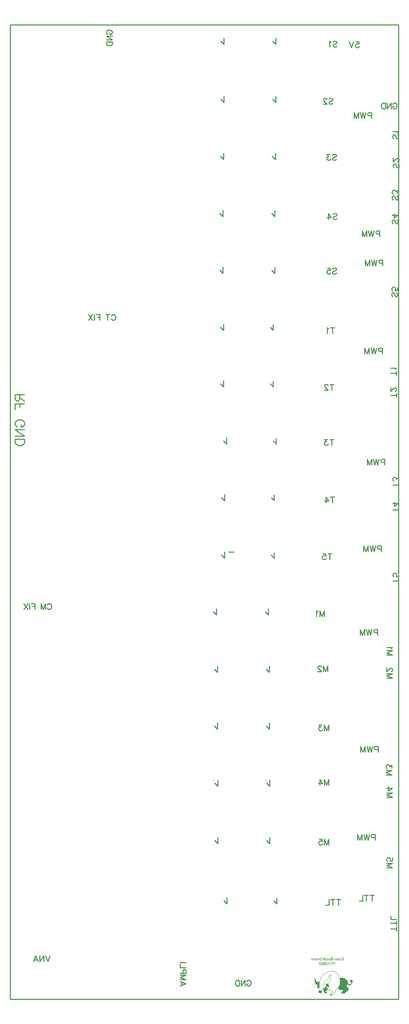
<source format=gbo>
G04 Layer: BottomSilkscreenLayer*
G04 EasyEDA v6.5.39, 2023-12-18 16:16:31*
G04 0a3b229aafce46c6802f92c5d4cde22f,84f6a191e6f14c5fb88c895b5cbe8e50,10*
G04 Gerber Generator version 0.2*
G04 Scale: 100 percent, Rotated: No, Reflected: No *
G04 Dimensions in inches *
G04 leading zeros omitted , absolute positions ,3 integer and 6 decimal *
%FSLAX36Y36*%
%MOIN*%

%ADD10C,0.0100*%

%LPD*%
G36*
X3080720Y132640D02*
G01*
X3080720Y132260D01*
X3080340Y132260D01*
X3080340Y132060D01*
X3080140Y132060D01*
X3080140Y131860D01*
X3080520Y131860D01*
X3080520Y131660D01*
X3080340Y131660D01*
X3080340Y131860D01*
X3080140Y131860D01*
X3080140Y131660D01*
X3079940Y131660D01*
X3079940Y131080D01*
X3079740Y131080D01*
X3079740Y130680D01*
X3082700Y130680D01*
X3082700Y130480D01*
X3082500Y130480D01*
X3082500Y130680D01*
X3080140Y130680D01*
X3080140Y130480D01*
X3079540Y130480D01*
X3079540Y129700D01*
X3082100Y129700D01*
X3082100Y129500D01*
X3081900Y129500D01*
X3081900Y129700D01*
X3079740Y129700D01*
X3079740Y129500D01*
X3079340Y129500D01*
X3079340Y129300D01*
X3079160Y129300D01*
X3079160Y128900D01*
X3081520Y128900D01*
X3081520Y128720D01*
X3081320Y128720D01*
X3081320Y128900D01*
X3080920Y128900D01*
X3080920Y128720D01*
X3080520Y128720D01*
X3080520Y128900D01*
X3079160Y128900D01*
X3079160Y128720D01*
X3078960Y128720D01*
X3078960Y128320D01*
X3080720Y128320D01*
X3080720Y128120D01*
X3080520Y128120D01*
X3080520Y128320D01*
X3078960Y128320D01*
X3078960Y128120D01*
X3078759Y128120D01*
X3078759Y127920D01*
X3078560Y127920D01*
X3078560Y127540D01*
X3078360Y127540D01*
X3078360Y127140D01*
X3081520Y127140D01*
X3081520Y126940D01*
X3081320Y126940D01*
X3081320Y127140D01*
X3077980Y127140D01*
X3077980Y126740D01*
X3077780Y126740D01*
X3077780Y126560D01*
X3077580Y126560D01*
X3077580Y126359D01*
X3080920Y126359D01*
X3080920Y125960D01*
X3080720Y125960D01*
X3080720Y126359D01*
X3077380Y126359D01*
X3077380Y126160D01*
X3079740Y126160D01*
X3079740Y125960D01*
X3079540Y125960D01*
X3079540Y126160D01*
X3078960Y126160D01*
X3078960Y125960D01*
X3078759Y125960D01*
X3078759Y126160D01*
X3077780Y126160D01*
X3077780Y125960D01*
X3077580Y125960D01*
X3077580Y126160D01*
X3077380Y126160D01*
X3077380Y125960D01*
X3076980Y125960D01*
X3076980Y125760D01*
X3076600Y125760D01*
X3076600Y125559D01*
X3077180Y125559D01*
X3077180Y125380D01*
X3076980Y125380D01*
X3076980Y125559D01*
X3076600Y125559D01*
X3076600Y125380D01*
X3076400Y125380D01*
X3076400Y125180D01*
X3076000Y125180D01*
X3076000Y124980D01*
X3075620Y124980D01*
X3075620Y124780D01*
X3075419Y124780D01*
X3075419Y124580D01*
X3076600Y124580D01*
X3076600Y124380D01*
X3076400Y124380D01*
X3076400Y124580D01*
X3075020Y124580D01*
X3075020Y124380D01*
X3074640Y124380D01*
X3074640Y124200D01*
X3074240Y124200D01*
X3074240Y124000D01*
X3079160Y124000D01*
X3079160Y123800D01*
X3078960Y123800D01*
X3078960Y124000D01*
X3078560Y124000D01*
X3078560Y123800D01*
X3078360Y123800D01*
X3078360Y124000D01*
X3077980Y124000D01*
X3077980Y123800D01*
X3077780Y123800D01*
X3077780Y124000D01*
X3077380Y124000D01*
X3077380Y123800D01*
X3076980Y123800D01*
X3076980Y124000D01*
X3074040Y124000D01*
X3074040Y123800D01*
X3073840Y123800D01*
X3073840Y124000D01*
X3073639Y124000D01*
X3073639Y123800D01*
X3073060Y123800D01*
X3073060Y123600D01*
X3072860Y123600D01*
X3072860Y123400D01*
X3077180Y123400D01*
X3077180Y123200D01*
X3076980Y123200D01*
X3076980Y123400D01*
X3072860Y123400D01*
X3072860Y123200D01*
X3072660Y123200D01*
X3072660Y123600D01*
X3072460Y123600D01*
X3072460Y123400D01*
X3071480Y123400D01*
X3071480Y123200D01*
X3070299Y123200D01*
X3070299Y123020D01*
X3070500Y123020D01*
X3070500Y122820D01*
X3070299Y122820D01*
X3070299Y123020D01*
X3070100Y123020D01*
X3070100Y123200D01*
X3069720Y123200D01*
X3069720Y123020D01*
X3069320Y123020D01*
X3069320Y123200D01*
X3069120Y123200D01*
X3069120Y122820D01*
X3068920Y122820D01*
X3068920Y123020D01*
X3068740Y123020D01*
X3068740Y123200D01*
X3066960Y123200D01*
X3066960Y123020D01*
X3067740Y123020D01*
X3067740Y122820D01*
X3067559Y122820D01*
X3067559Y123020D01*
X3066760Y123020D01*
X3066760Y122820D01*
X3066380Y122820D01*
X3066380Y122620D01*
X3066180Y122620D01*
X3066180Y122420D01*
X3069120Y122420D01*
X3069120Y122220D01*
X3074820Y122220D01*
X3074820Y122020D01*
X3074640Y122020D01*
X3074640Y122220D01*
X3073460Y122220D01*
X3073460Y122020D01*
X3073260Y122020D01*
X3073260Y122220D01*
X3072860Y122220D01*
X3072860Y122020D01*
X3072660Y122020D01*
X3072660Y122220D01*
X3068920Y122220D01*
X3068920Y122420D01*
X3067740Y122420D01*
X3067740Y122220D01*
X3067559Y122220D01*
X3067559Y122420D01*
X3066180Y122420D01*
X3066180Y122220D01*
X3065980Y122220D01*
X3065980Y121840D01*
X3075620Y121840D01*
X3075620Y121640D01*
X3075419Y121640D01*
X3075419Y121840D01*
X3072860Y121840D01*
X3072860Y121440D01*
X3072660Y121440D01*
X3072660Y121840D01*
X3070299Y121840D01*
X3070299Y121640D01*
X3070100Y121640D01*
X3070100Y121840D01*
X3066580Y121840D01*
X3066580Y121640D01*
X3069720Y121640D01*
X3069720Y121440D01*
X3069520Y121440D01*
X3069520Y121640D01*
X3066380Y121640D01*
X3066380Y121840D01*
X3066180Y121840D01*
X3066180Y121640D01*
X3065980Y121640D01*
X3065980Y121240D01*
X3073639Y121240D01*
X3073639Y121039D01*
X3073460Y121039D01*
X3073460Y121240D01*
X3072860Y121240D01*
X3072860Y121039D01*
X3072660Y121039D01*
X3072660Y121240D01*
X3071680Y121240D01*
X3071680Y121039D01*
X3071480Y121039D01*
X3071480Y121240D01*
X3068920Y121240D01*
X3068920Y121039D01*
X3068740Y121039D01*
X3068740Y121240D01*
X3066580Y121240D01*
X3066580Y121039D01*
X3066380Y121039D01*
X3066380Y121240D01*
X3065980Y121240D01*
X3065980Y120840D01*
X3066180Y120840D01*
X3066180Y120660D01*
X3072280Y120660D01*
X3072280Y120460D01*
X3072080Y120460D01*
X3072080Y120660D01*
X3066380Y120660D01*
X3066380Y120460D01*
X3066580Y120460D01*
X3066580Y120260D01*
X3066760Y120260D01*
X3066760Y120060D01*
X3066960Y120060D01*
X3066960Y120260D01*
X3067160Y120260D01*
X3067160Y120060D01*
X3067740Y120060D01*
X3067740Y119860D01*
X3068920Y119860D01*
X3068920Y120060D01*
X3069120Y120060D01*
X3069120Y119860D01*
X3069720Y119860D01*
X3069720Y120060D01*
X3069520Y120060D01*
X3069520Y120260D01*
X3069720Y120260D01*
X3069720Y120060D01*
X3069920Y120060D01*
X3069920Y119860D01*
X3070299Y119860D01*
X3070299Y120060D01*
X3070500Y120060D01*
X3070500Y119860D01*
X3071480Y119860D01*
X3071480Y120260D01*
X3071680Y120260D01*
X3071680Y120060D01*
X3072660Y120060D01*
X3072660Y120260D01*
X3073460Y120260D01*
X3073460Y120460D01*
X3073840Y120460D01*
X3073840Y120660D01*
X3074640Y120660D01*
X3074640Y121039D01*
X3074820Y121039D01*
X3074820Y120840D01*
X3075220Y120840D01*
X3075220Y121039D01*
X3075820Y121039D01*
X3075820Y121240D01*
X3076200Y121240D01*
X3076200Y121640D01*
X3076980Y121640D01*
X3076980Y121840D01*
X3077180Y121840D01*
X3077180Y122020D01*
X3077580Y122020D01*
X3077580Y122220D01*
X3077780Y122220D01*
X3077780Y122420D01*
X3078360Y122420D01*
X3078360Y122820D01*
X3078560Y122820D01*
X3078560Y123020D01*
X3078960Y123020D01*
X3078960Y123200D01*
X3079160Y123200D01*
X3079160Y123400D01*
X3079340Y123400D01*
X3079340Y123600D01*
X3079540Y123600D01*
X3079540Y123800D01*
X3079740Y123800D01*
X3079740Y124000D01*
X3079940Y124000D01*
X3079940Y124200D01*
X3080140Y124200D01*
X3080140Y124380D01*
X3080340Y124380D01*
X3080340Y124580D01*
X3080520Y124580D01*
X3080520Y124780D01*
X3080720Y124780D01*
X3080720Y125180D01*
X3080920Y125180D01*
X3080920Y125380D01*
X3080720Y125380D01*
X3080720Y125559D01*
X3081320Y125559D01*
X3081320Y126160D01*
X3081520Y126160D01*
X3081520Y126560D01*
X3081900Y126560D01*
X3081900Y127140D01*
X3082100Y127140D01*
X3082100Y127540D01*
X3082300Y127540D01*
X3082300Y127920D01*
X3082500Y127920D01*
X3082500Y128520D01*
X3082700Y128520D01*
X3082700Y128720D01*
X3082500Y128720D01*
X3082500Y128900D01*
X3082700Y128900D01*
X3082700Y129100D01*
X3082880Y129100D01*
X3082880Y130079D01*
X3083080Y130079D01*
X3083080Y131660D01*
X3082880Y131660D01*
X3082880Y132060D01*
X3082700Y132060D01*
X3082700Y132260D01*
X3082300Y132260D01*
X3082300Y132440D01*
X3082100Y132440D01*
X3082100Y132640D01*
G37*
G36*
X3262980Y67180D02*
G01*
X3262980Y66980D01*
X3262780Y66980D01*
X3262780Y66780D01*
X3262980Y66780D01*
X3262980Y66580D01*
X3262780Y66580D01*
X3262780Y66200D01*
X3263560Y66200D01*
X3263560Y66000D01*
X3263360Y66000D01*
X3263360Y65800D01*
X3263159Y65800D01*
X3263159Y66200D01*
X3262980Y66200D01*
X3262980Y65600D01*
X3263360Y65600D01*
X3263360Y65400D01*
X3263560Y65400D01*
X3263560Y65020D01*
X3264160Y65020D01*
X3264160Y64820D01*
X3264340Y64820D01*
X3264340Y64620D01*
X3263759Y64620D01*
X3263759Y64820D01*
X3263360Y64820D01*
X3263360Y65020D01*
X3263159Y65020D01*
X3263159Y65220D01*
X3262980Y65220D01*
X3262980Y64420D01*
X3264160Y64420D01*
X3264160Y64220D01*
X3264340Y64220D01*
X3264340Y64420D01*
X3264740Y64420D01*
X3264740Y64220D01*
X3265320Y64220D01*
X3265320Y64420D01*
X3265140Y64420D01*
X3265140Y64620D01*
X3264540Y64620D01*
X3264540Y65020D01*
X3264160Y65020D01*
X3264160Y65220D01*
X3263960Y65220D01*
X3263960Y65400D01*
X3263759Y65400D01*
X3263759Y66400D01*
X3263560Y66400D01*
X3263560Y66580D01*
X3263159Y66580D01*
X3263159Y67180D01*
G37*
G36*
X3232500Y116320D02*
G01*
X3232500Y116140D01*
X3232300Y116140D01*
X3232300Y115940D01*
X3232500Y115940D01*
X3232500Y115540D01*
X3232300Y115540D01*
X3232300Y115340D01*
X3233080Y115340D01*
X3233080Y115140D01*
X3232700Y115140D01*
X3232700Y115340D01*
X3232500Y115340D01*
X3232500Y113379D01*
X3232100Y113379D01*
X3232100Y113960D01*
X3231720Y113960D01*
X3231720Y113780D01*
X3231900Y113780D01*
X3231900Y113379D01*
X3231720Y113379D01*
X3231720Y113180D01*
X3231900Y113180D01*
X3231900Y111800D01*
X3231720Y111800D01*
X3231720Y111420D01*
X3232100Y111420D01*
X3232100Y112000D01*
X3232300Y112000D01*
X3232300Y112200D01*
X3232100Y112200D01*
X3232100Y113180D01*
X3232500Y113180D01*
X3232500Y112780D01*
X3232300Y112780D01*
X3232300Y112600D01*
X3232500Y112600D01*
X3232500Y111020D01*
X3232100Y111020D01*
X3232100Y111220D01*
X3231900Y111220D01*
X3231900Y110820D01*
X3232700Y110820D01*
X3232700Y110420D01*
X3232500Y110420D01*
X3232500Y110620D01*
X3232300Y110620D01*
X3232300Y110420D01*
X3232100Y110420D01*
X3232100Y110239D01*
X3232700Y110239D01*
X3232700Y110040D01*
X3232900Y110040D01*
X3232900Y109240D01*
X3232700Y109240D01*
X3232700Y109060D01*
X3232900Y109060D01*
X3232900Y108460D01*
X3234260Y108460D01*
X3234260Y108080D01*
X3233480Y108080D01*
X3233480Y107880D01*
X3235840Y107880D01*
X3235840Y108080D01*
X3235640Y108080D01*
X3235640Y108260D01*
X3235440Y108260D01*
X3235440Y108080D01*
X3234660Y108080D01*
X3234660Y108260D01*
X3234460Y108260D01*
X3234460Y108859D01*
X3234080Y108859D01*
X3234080Y108660D01*
X3233880Y108660D01*
X3233880Y108859D01*
X3233480Y108859D01*
X3233480Y108660D01*
X3233080Y108660D01*
X3233080Y109640D01*
X3233480Y109640D01*
X3233480Y109060D01*
X3233880Y109060D01*
X3233880Y109240D01*
X3233680Y109240D01*
X3233680Y109440D01*
X3233880Y109440D01*
X3233880Y109640D01*
X3235440Y109640D01*
X3235440Y109440D01*
X3235840Y109440D01*
X3235840Y109640D01*
X3236040Y109640D01*
X3236040Y108859D01*
X3236240Y108859D01*
X3236240Y108660D01*
X3235640Y108660D01*
X3235640Y109240D01*
X3235440Y109240D01*
X3235440Y108660D01*
X3235059Y108660D01*
X3235059Y108859D01*
X3234660Y108859D01*
X3234660Y109240D01*
X3234460Y109240D01*
X3234460Y109640D01*
X3234080Y109640D01*
X3234080Y109240D01*
X3234260Y109240D01*
X3234260Y109060D01*
X3234460Y109060D01*
X3234460Y108859D01*
X3234660Y108859D01*
X3234660Y108660D01*
X3234860Y108660D01*
X3234860Y108460D01*
X3237600Y108460D01*
X3237600Y109240D01*
X3237220Y109240D01*
X3237220Y109060D01*
X3237420Y109060D01*
X3237420Y108660D01*
X3237020Y108660D01*
X3237020Y109240D01*
X3236620Y109240D01*
X3236620Y108859D01*
X3236420Y108859D01*
X3236420Y109240D01*
X3236240Y109240D01*
X3236240Y109440D01*
X3236620Y109440D01*
X3236620Y109640D01*
X3237020Y109640D01*
X3237020Y109840D01*
X3235640Y109840D01*
X3235640Y110820D01*
X3236040Y110820D01*
X3236040Y110040D01*
X3236240Y110040D01*
X3236240Y110239D01*
X3237220Y110239D01*
X3237220Y109640D01*
X3237420Y109640D01*
X3237420Y109440D01*
X3237600Y109440D01*
X3237600Y109640D01*
X3238000Y109640D01*
X3238000Y109440D01*
X3238399Y109440D01*
X3238399Y109840D01*
X3237600Y109840D01*
X3237600Y110420D01*
X3237420Y110420D01*
X3237420Y110820D01*
X3237600Y110820D01*
X3237600Y111020D01*
X3237420Y111020D01*
X3237420Y111420D01*
X3237600Y111420D01*
X3237600Y111600D01*
X3237420Y111600D01*
X3237420Y111800D01*
X3237020Y111800D01*
X3237020Y111420D01*
X3237220Y111420D01*
X3237220Y111220D01*
X3237020Y111220D01*
X3237020Y110820D01*
X3237220Y110820D01*
X3237220Y110420D01*
X3236240Y110420D01*
X3236240Y110820D01*
X3236820Y110820D01*
X3236820Y111020D01*
X3236240Y111020D01*
X3236240Y111800D01*
X3236040Y111800D01*
X3236040Y112200D01*
X3235840Y112200D01*
X3235840Y112400D01*
X3235640Y112400D01*
X3235640Y112200D01*
X3235440Y112200D01*
X3235440Y112780D01*
X3235059Y112780D01*
X3235059Y112000D01*
X3235840Y112000D01*
X3235840Y111800D01*
X3235640Y111800D01*
X3235640Y111600D01*
X3235840Y111600D01*
X3235840Y111420D01*
X3236040Y111420D01*
X3236040Y111220D01*
X3235840Y111220D01*
X3235840Y111020D01*
X3235440Y111020D01*
X3235440Y111220D01*
X3235059Y111220D01*
X3235059Y111020D01*
X3234860Y111020D01*
X3234860Y111220D01*
X3234660Y111220D01*
X3234660Y111020D01*
X3234080Y111020D01*
X3234080Y112600D01*
X3234260Y112600D01*
X3234260Y112000D01*
X3234660Y112000D01*
X3234660Y112780D01*
X3234080Y112780D01*
X3234080Y113180D01*
X3234260Y113180D01*
X3234260Y112980D01*
X3234460Y112980D01*
X3234460Y113180D01*
X3234660Y113180D01*
X3234660Y113580D01*
X3234460Y113580D01*
X3234460Y113379D01*
X3234080Y113379D01*
X3234080Y114360D01*
X3233880Y114360D01*
X3233880Y114560D01*
X3233680Y114560D01*
X3233680Y114160D01*
X3233880Y114160D01*
X3233880Y113960D01*
X3233680Y113960D01*
X3233680Y113580D01*
X3233880Y113580D01*
X3233880Y113180D01*
X3233680Y113180D01*
X3233680Y112980D01*
X3233880Y112980D01*
X3233880Y112780D01*
X3233680Y112780D01*
X3233680Y112600D01*
X3233880Y112600D01*
X3233880Y112200D01*
X3233680Y112200D01*
X3233680Y112000D01*
X3233880Y112000D01*
X3233880Y111800D01*
X3233680Y111800D01*
X3233680Y111420D01*
X3233880Y111420D01*
X3233880Y111020D01*
X3233480Y111020D01*
X3233480Y111220D01*
X3233080Y111220D01*
X3233080Y110820D01*
X3233480Y110820D01*
X3233480Y110239D01*
X3233880Y110239D01*
X3233880Y110420D01*
X3233680Y110420D01*
X3233680Y110820D01*
X3235440Y110820D01*
X3235440Y109840D01*
X3235059Y109840D01*
X3235059Y110420D01*
X3234460Y110420D01*
X3234460Y110620D01*
X3234260Y110620D01*
X3234260Y110820D01*
X3234080Y110820D01*
X3234080Y110239D01*
X3234860Y110239D01*
X3234860Y109840D01*
X3234460Y109840D01*
X3234460Y110239D01*
X3234260Y110239D01*
X3234260Y109840D01*
X3233080Y109840D01*
X3233080Y110420D01*
X3232900Y110420D01*
X3232900Y111020D01*
X3232700Y111020D01*
X3232700Y112000D01*
X3232900Y112000D01*
X3232900Y112200D01*
X3232700Y112200D01*
X3232700Y114960D01*
X3233880Y114960D01*
X3233880Y114760D01*
X3234660Y114760D01*
X3234660Y115340D01*
X3235059Y115340D01*
X3235059Y114760D01*
X3235260Y114760D01*
X3235260Y114960D01*
X3235440Y114960D01*
X3235440Y115140D01*
X3235260Y115140D01*
X3235260Y115540D01*
X3235440Y115540D01*
X3235440Y115740D01*
X3235059Y115740D01*
X3235059Y115540D01*
X3234860Y115540D01*
X3234860Y115740D01*
X3234660Y115740D01*
X3234660Y115940D01*
X3234460Y115940D01*
X3234460Y115740D01*
X3234260Y115740D01*
X3234260Y115540D01*
X3234460Y115540D01*
X3234460Y115140D01*
X3233480Y115140D01*
X3233480Y115740D01*
X3233080Y115740D01*
X3233080Y115540D01*
X3232700Y115540D01*
X3232700Y116320D01*
G37*
G36*
X3237600Y117500D02*
G01*
X3237600Y117120D01*
X3237799Y117120D01*
X3237799Y116920D01*
X3237600Y116920D01*
X3237600Y116519D01*
X3238399Y116519D01*
X3238399Y116320D01*
X3238200Y116320D01*
X3238200Y116140D01*
X3238000Y116140D01*
X3238000Y116519D01*
X3237799Y116519D01*
X3237799Y116140D01*
X3237600Y116140D01*
X3237600Y115940D01*
X3238200Y115940D01*
X3238200Y115540D01*
X3238399Y115540D01*
X3238399Y115340D01*
X3238980Y115340D01*
X3238980Y115140D01*
X3239180Y115140D01*
X3239180Y114960D01*
X3238600Y114960D01*
X3238600Y115140D01*
X3238200Y115140D01*
X3238200Y115340D01*
X3238000Y115340D01*
X3238000Y115540D01*
X3237799Y115540D01*
X3237799Y114760D01*
X3238980Y114760D01*
X3238980Y114560D01*
X3239180Y114560D01*
X3239180Y114760D01*
X3239580Y114760D01*
X3239580Y114560D01*
X3240160Y114560D01*
X3240160Y114760D01*
X3239960Y114760D01*
X3239960Y114960D01*
X3239380Y114960D01*
X3239380Y115340D01*
X3238980Y115340D01*
X3238980Y115540D01*
X3238780Y115540D01*
X3238780Y115740D01*
X3238600Y115740D01*
X3238600Y116140D01*
X3238980Y116140D01*
X3238980Y116320D01*
X3238600Y116320D01*
X3238600Y116920D01*
X3238000Y116920D01*
X3238000Y117500D01*
G37*
G36*
X3098220Y104720D02*
G01*
X3098220Y104540D01*
X3098420Y104540D01*
X3098420Y104340D01*
X3098220Y104340D01*
X3098220Y103940D01*
X3098420Y103940D01*
X3098420Y103539D01*
X3098220Y103539D01*
X3098220Y103360D01*
X3098420Y103360D01*
X3098420Y102760D01*
X3099000Y102760D01*
X3099000Y102560D01*
X3099200Y102560D01*
X3099200Y102180D01*
X3099000Y102180D01*
X3099000Y101580D01*
X3099200Y101580D01*
X3099200Y101380D01*
X3098820Y101380D01*
X3098820Y101980D01*
X3098620Y101980D01*
X3098620Y102760D01*
X3098420Y102760D01*
X3098420Y101580D01*
X3098620Y101580D01*
X3098620Y101380D01*
X3098420Y101380D01*
X3098420Y101180D01*
X3098620Y101180D01*
X3098620Y101000D01*
X3098820Y101000D01*
X3098820Y101180D01*
X3099200Y101180D01*
X3099200Y101000D01*
X3099600Y101000D01*
X3099600Y101380D01*
X3099400Y101380D01*
X3099400Y102360D01*
X3099600Y102360D01*
X3099600Y102560D01*
X3099400Y102560D01*
X3099400Y103539D01*
X3099200Y103539D01*
X3099200Y104140D01*
X3098820Y104140D01*
X3098820Y103940D01*
X3099000Y103940D01*
X3099000Y103160D01*
X3099200Y103160D01*
X3099200Y102960D01*
X3098820Y102960D01*
X3098820Y103160D01*
X3098620Y103160D01*
X3098620Y104720D01*
G37*
G36*
X3102940Y102360D02*
G01*
X3102940Y101580D01*
X3104120Y101580D01*
X3104120Y101380D01*
X3104320Y101380D01*
X3104320Y101180D01*
X3104120Y101180D01*
X3104120Y101000D01*
X3104320Y101000D01*
X3104320Y100600D01*
X3103920Y100600D01*
X3103920Y100800D01*
X3103540Y100800D01*
X3103540Y100600D01*
X3103340Y100600D01*
X3103340Y101580D01*
X3103140Y101580D01*
X3103140Y101380D01*
X3102940Y101380D01*
X3102940Y101180D01*
X3102740Y101180D01*
X3102740Y101380D01*
X3102360Y101380D01*
X3102360Y101000D01*
X3103140Y101000D01*
X3103140Y100600D01*
X3102940Y100600D01*
X3102940Y100399D01*
X3103140Y100399D01*
X3103140Y99420D01*
X3103340Y99420D01*
X3103340Y99220D01*
X3102740Y99220D01*
X3102740Y99420D01*
X3102940Y99420D01*
X3102940Y100000D01*
X3102740Y100000D01*
X3102740Y100800D01*
X3102360Y100800D01*
X3102360Y100399D01*
X3102540Y100399D01*
X3102540Y100200D01*
X3102360Y100200D01*
X3102360Y100000D01*
X3102540Y100000D01*
X3102540Y99220D01*
X3102160Y99220D01*
X3102160Y100800D01*
X3100980Y100800D01*
X3100980Y100600D01*
X3101180Y100600D01*
X3101180Y100399D01*
X3101360Y100399D01*
X3101360Y100600D01*
X3101560Y100600D01*
X3101560Y100399D01*
X3101760Y100399D01*
X3101760Y100000D01*
X3101960Y100000D01*
X3101960Y99820D01*
X3101760Y99820D01*
X3101760Y99019D01*
X3102540Y99019D01*
X3102540Y98820D01*
X3102940Y98820D01*
X3102940Y99019D01*
X3103720Y99019D01*
X3103720Y98820D01*
X3104120Y98820D01*
X3104120Y99420D01*
X3103920Y99420D01*
X3103920Y99220D01*
X3103540Y99220D01*
X3103540Y99420D01*
X3103340Y99420D01*
X3103340Y99620D01*
X3103540Y99620D01*
X3103540Y100000D01*
X3103340Y100000D01*
X3103340Y100399D01*
X3103720Y100399D01*
X3103720Y100000D01*
X3103920Y100000D01*
X3103920Y100399D01*
X3104320Y100399D01*
X3104320Y99820D01*
X3104520Y99820D01*
X3104520Y99220D01*
X3104320Y99220D01*
X3104320Y99019D01*
X3104520Y99019D01*
X3104520Y98820D01*
X3104720Y98820D01*
X3104720Y99019D01*
X3105100Y99019D01*
X3105100Y98820D01*
X3105500Y98820D01*
X3105500Y99019D01*
X3105700Y99019D01*
X3105700Y99220D01*
X3105500Y99220D01*
X3105500Y100000D01*
X3105100Y100000D01*
X3105100Y100200D01*
X3104900Y100200D01*
X3104900Y100000D01*
X3105100Y100000D01*
X3105100Y99220D01*
X3104720Y99220D01*
X3104720Y100800D01*
X3104520Y100800D01*
X3104520Y101580D01*
X3104900Y101580D01*
X3104900Y101180D01*
X3105100Y101180D01*
X3105100Y101000D01*
X3105299Y101000D01*
X3105299Y101380D01*
X3105100Y101380D01*
X3105100Y101780D01*
X3103340Y101780D01*
X3103340Y102360D01*
G37*
G36*
X3104120Y103539D02*
G01*
X3104120Y103160D01*
X3104320Y103160D01*
X3104320Y102960D01*
X3104120Y102960D01*
X3104120Y102760D01*
X3105500Y102760D01*
X3105500Y102560D01*
X3105700Y102560D01*
X3105700Y102360D01*
X3105100Y102360D01*
X3105100Y102560D01*
X3104900Y102560D01*
X3104900Y102360D01*
X3104520Y102360D01*
X3104520Y102760D01*
X3104320Y102760D01*
X3104320Y102560D01*
X3104120Y102560D01*
X3104120Y102360D01*
X3103920Y102360D01*
X3103920Y103160D01*
X3103540Y103160D01*
X3103540Y102760D01*
X3103720Y102760D01*
X3103720Y102360D01*
X3103540Y102360D01*
X3103540Y102180D01*
X3104320Y102180D01*
X3104320Y101980D01*
X3104520Y101980D01*
X3104520Y102180D01*
X3105500Y102180D01*
X3105500Y101000D01*
X3105700Y101000D01*
X3105700Y101180D01*
X3105880Y101180D01*
X3105880Y101780D01*
X3105700Y101780D01*
X3105700Y102180D01*
X3106880Y102180D01*
X3106880Y101000D01*
X3107060Y101000D01*
X3107060Y101380D01*
X3107260Y101380D01*
X3107260Y101580D01*
X3108060Y101580D01*
X3108060Y101380D01*
X3108240Y101380D01*
X3108240Y101180D01*
X3107860Y101180D01*
X3107860Y101380D01*
X3107660Y101380D01*
X3107660Y101580D01*
X3107460Y101580D01*
X3107460Y101000D01*
X3108440Y101000D01*
X3108440Y101780D01*
X3107060Y101780D01*
X3107060Y102180D01*
X3107660Y102180D01*
X3107660Y101980D01*
X3107860Y101980D01*
X3107860Y102180D01*
X3110020Y102180D01*
X3110020Y101980D01*
X3110419Y101980D01*
X3110419Y103360D01*
X3110220Y103360D01*
X3110220Y103539D01*
X3110020Y103539D01*
X3110020Y102360D01*
X3109620Y102360D01*
X3109620Y103539D01*
X3108840Y103539D01*
X3108840Y102960D01*
X3108440Y102960D01*
X3108440Y103539D01*
X3108060Y103539D01*
X3108060Y103360D01*
X3108240Y103360D01*
X3108240Y102960D01*
X3107660Y102960D01*
X3107660Y103160D01*
X3107860Y103160D01*
X3107860Y103539D01*
X3106680Y103539D01*
X3106680Y103360D01*
X3107460Y103360D01*
X3107460Y102960D01*
X3107260Y102960D01*
X3107260Y102760D01*
X3108840Y102760D01*
X3108840Y102560D01*
X3109040Y102560D01*
X3109040Y103160D01*
X3109240Y103160D01*
X3109240Y103360D01*
X3109420Y103360D01*
X3109420Y102560D01*
X3108840Y102560D01*
X3108840Y102360D01*
X3107660Y102360D01*
X3107660Y102760D01*
X3107460Y102760D01*
X3107460Y102360D01*
X3107060Y102360D01*
X3107060Y103360D01*
X3106880Y103360D01*
X3106880Y102560D01*
X3106680Y102560D01*
X3106680Y102360D01*
X3106480Y102360D01*
X3106480Y103539D01*
X3106080Y103539D01*
X3106080Y102560D01*
X3106280Y102560D01*
X3106280Y102360D01*
X3105880Y102360D01*
X3105880Y102760D01*
X3105700Y102760D01*
X3105700Y102960D01*
X3104520Y102960D01*
X3104520Y103360D01*
X3104900Y103360D01*
X3104900Y103160D01*
X3105100Y103160D01*
X3105100Y103360D01*
X3105700Y103360D01*
X3105700Y103539D01*
G37*
G36*
X3113159Y101000D02*
G01*
X3113159Y100800D01*
X3113560Y100800D01*
X3113560Y100600D01*
X3113159Y100600D01*
X3113159Y100800D01*
X3112580Y100800D01*
X3112580Y100399D01*
X3113159Y100399D01*
X3113159Y100200D01*
X3113560Y100200D01*
X3113560Y100000D01*
X3113759Y100000D01*
X3113759Y99820D01*
X3112960Y99820D01*
X3112960Y100000D01*
X3112780Y100000D01*
X3112780Y99620D01*
X3113759Y99620D01*
X3113759Y99420D01*
X3113159Y99420D01*
X3113159Y99620D01*
X3112960Y99620D01*
X3112960Y99420D01*
X3113159Y99420D01*
X3113159Y99220D01*
X3113759Y99220D01*
X3113759Y99019D01*
X3113960Y99019D01*
X3113960Y99620D01*
X3114340Y99620D01*
X3114340Y99420D01*
X3114140Y99420D01*
X3114140Y99220D01*
X3114340Y99220D01*
X3114340Y99019D01*
X3114540Y99019D01*
X3114540Y100000D01*
X3114340Y100000D01*
X3114340Y100399D01*
X3114540Y100399D01*
X3114540Y101000D01*
X3113960Y101000D01*
X3113960Y100600D01*
X3114140Y100600D01*
X3114140Y100000D01*
X3114340Y100000D01*
X3114340Y99820D01*
X3113960Y99820D01*
X3113960Y100399D01*
X3113759Y100399D01*
X3113759Y101000D01*
G37*
G36*
X3100580Y98640D02*
G01*
X3100580Y98440D01*
X3100779Y98440D01*
X3100779Y98240D01*
X3100980Y98240D01*
X3100980Y98440D01*
X3101180Y98440D01*
X3101180Y98240D01*
X3101360Y98240D01*
X3101360Y98040D01*
X3100779Y98040D01*
X3100779Y97660D01*
X3100980Y97660D01*
X3100980Y97840D01*
X3101960Y97840D01*
X3101960Y97660D01*
X3102160Y97660D01*
X3102160Y98040D01*
X3101560Y98040D01*
X3101560Y98440D01*
X3101760Y98440D01*
X3101760Y98240D01*
X3102160Y98240D01*
X3102160Y98440D01*
X3102360Y98440D01*
X3102360Y98240D01*
X3102540Y98240D01*
X3102540Y97460D01*
X3101180Y97460D01*
X3101180Y97260D01*
X3101360Y97260D01*
X3101360Y97060D01*
X3101560Y97060D01*
X3101560Y97260D01*
X3101760Y97260D01*
X3101760Y97060D01*
X3101960Y97060D01*
X3101960Y96860D01*
X3101360Y96860D01*
X3101360Y96660D01*
X3101960Y96660D01*
X3101960Y96480D01*
X3102360Y96480D01*
X3102360Y96860D01*
X3102160Y96860D01*
X3102160Y97260D01*
X3102740Y97260D01*
X3102740Y96860D01*
X3102540Y96860D01*
X3102540Y96660D01*
X3102740Y96660D01*
X3102740Y96280D01*
X3101960Y96280D01*
X3101960Y96080D01*
X3103140Y96080D01*
X3103140Y96280D01*
X3102940Y96280D01*
X3102940Y97260D01*
X3103920Y97260D01*
X3103920Y96660D01*
X3104520Y96660D01*
X3104520Y95480D01*
X3106480Y95480D01*
X3106480Y94900D01*
X3106680Y94900D01*
X3106680Y94500D01*
X3106880Y94500D01*
X3106880Y95300D01*
X3106680Y95300D01*
X3106680Y95680D01*
X3106280Y95680D01*
X3106280Y95879D01*
X3106080Y95879D01*
X3106080Y96080D01*
X3107060Y96080D01*
X3107060Y95480D01*
X3107660Y95480D01*
X3107660Y95680D01*
X3107460Y95680D01*
X3107460Y95879D01*
X3107260Y95879D01*
X3107260Y96080D01*
X3107660Y96080D01*
X3107660Y95879D01*
X3107860Y95879D01*
X3107860Y95300D01*
X3108060Y95300D01*
X3108060Y95480D01*
X3108440Y95480D01*
X3108440Y95100D01*
X3107860Y95100D01*
X3107860Y94300D01*
X3108240Y94300D01*
X3108240Y94500D01*
X3108060Y94500D01*
X3108060Y94900D01*
X3108440Y94900D01*
X3108440Y94300D01*
X3108639Y94300D01*
X3108639Y94120D01*
X3108440Y94120D01*
X3108440Y93720D01*
X3108840Y93720D01*
X3108840Y94500D01*
X3108639Y94500D01*
X3108639Y94900D01*
X3108840Y94900D01*
X3108840Y95100D01*
X3108639Y95100D01*
X3108639Y95480D01*
X3108840Y95480D01*
X3108840Y95680D01*
X3108060Y95680D01*
X3108060Y96280D01*
X3107460Y96280D01*
X3107460Y96860D01*
X3107260Y96860D01*
X3107260Y97260D01*
X3107460Y97260D01*
X3107460Y97460D01*
X3107260Y97460D01*
X3107260Y97660D01*
X3107060Y97660D01*
X3107060Y96860D01*
X3106880Y96860D01*
X3106880Y97060D01*
X3106680Y97060D01*
X3106680Y97460D01*
X3105500Y97460D01*
X3105500Y98040D01*
X3104720Y98040D01*
X3104720Y98240D01*
X3104900Y98240D01*
X3104900Y98640D01*
X3104520Y98640D01*
X3104520Y97840D01*
X3105100Y97840D01*
X3105100Y97660D01*
X3105299Y97660D01*
X3105299Y97460D01*
X3104720Y97460D01*
X3104720Y97660D01*
X3104520Y97660D01*
X3104520Y97260D01*
X3105100Y97260D01*
X3105100Y96660D01*
X3105299Y96660D01*
X3105299Y96480D01*
X3105500Y96480D01*
X3105500Y96660D01*
X3106080Y96660D01*
X3106080Y96860D01*
X3105500Y96860D01*
X3105500Y97260D01*
X3105880Y97260D01*
X3105880Y97060D01*
X3106480Y97060D01*
X3106480Y96660D01*
X3107260Y96660D01*
X3107260Y96480D01*
X3107060Y96480D01*
X3107060Y96280D01*
X3105100Y96280D01*
X3105100Y96080D01*
X3105880Y96080D01*
X3105880Y95680D01*
X3105500Y95680D01*
X3105500Y96080D01*
X3105299Y96080D01*
X3105299Y95680D01*
X3104900Y95680D01*
X3104900Y96280D01*
X3104720Y96280D01*
X3104720Y96660D01*
X3104900Y96660D01*
X3104900Y96860D01*
X3104720Y96860D01*
X3104720Y97260D01*
X3104520Y97260D01*
X3104520Y96860D01*
X3104120Y96860D01*
X3104120Y97260D01*
X3104320Y97260D01*
X3104320Y97460D01*
X3104120Y97460D01*
X3104120Y97660D01*
X3103920Y97660D01*
X3103920Y97460D01*
X3103540Y97460D01*
X3103540Y97660D01*
X3103340Y97660D01*
X3103340Y97460D01*
X3102940Y97460D01*
X3102940Y97660D01*
X3102740Y97660D01*
X3102740Y97840D01*
X3102940Y97840D01*
X3102940Y98040D01*
X3102740Y98040D01*
X3102740Y98240D01*
X3102940Y98240D01*
X3102940Y98440D01*
X3102740Y98440D01*
X3102740Y98640D01*
G37*
G36*
X3148560Y40839D02*
G01*
X3148560Y40439D01*
X3148740Y40439D01*
X3148740Y40240D01*
X3148560Y40240D01*
X3148560Y40039D01*
X3148740Y40039D01*
X3148740Y39860D01*
X3148560Y39860D01*
X3148560Y39460D01*
X3149140Y39460D01*
X3149140Y39260D01*
X3149340Y39260D01*
X3149340Y39060D01*
X3148940Y39060D01*
X3148940Y39460D01*
X3148740Y39460D01*
X3148740Y38860D01*
X3149340Y38860D01*
X3149340Y38680D01*
X3148740Y38680D01*
X3148740Y38480D01*
X3148360Y38480D01*
X3148360Y38680D01*
X3147960Y38680D01*
X3147960Y38280D01*
X3149540Y38280D01*
X3149540Y39660D01*
X3148940Y39660D01*
X3148940Y40839D01*
G37*
G36*
X3352420Y174120D02*
G01*
X3352420Y173740D01*
X3352620Y173740D01*
X3352620Y173939D01*
X3352820Y173939D01*
X3352820Y173740D01*
X3353200Y173740D01*
X3353200Y173939D01*
X3353399Y173939D01*
X3353399Y173740D01*
X3353800Y173740D01*
X3353800Y173939D01*
X3354000Y173939D01*
X3354000Y173740D01*
X3354200Y173740D01*
X3354200Y172940D01*
X3354000Y172940D01*
X3354000Y172760D01*
X3355560Y172760D01*
X3355560Y172160D01*
X3356160Y172160D01*
X3356160Y170980D01*
X3358120Y170980D01*
X3358120Y170400D01*
X3358320Y170400D01*
X3358320Y170000D01*
X3358519Y170000D01*
X3358519Y170780D01*
X3358320Y170780D01*
X3358320Y171180D01*
X3357740Y171180D01*
X3357740Y171580D01*
X3358720Y171580D01*
X3358720Y170980D01*
X3359300Y170980D01*
X3359300Y171180D01*
X3359100Y171180D01*
X3359100Y171380D01*
X3358900Y171380D01*
X3358900Y171580D01*
X3359300Y171580D01*
X3359300Y171380D01*
X3359500Y171380D01*
X3359500Y170780D01*
X3359700Y170780D01*
X3359700Y170980D01*
X3360080Y170980D01*
X3360080Y170780D01*
X3360280Y170780D01*
X3360280Y171180D01*
X3359700Y171180D01*
X3359700Y171759D01*
X3359100Y171759D01*
X3359100Y172360D01*
X3358900Y172360D01*
X3358900Y172760D01*
X3359100Y172760D01*
X3359100Y172940D01*
X3358900Y172940D01*
X3358900Y173140D01*
X3358720Y173140D01*
X3358720Y172360D01*
X3358519Y172360D01*
X3358519Y172560D01*
X3358320Y172560D01*
X3358320Y172940D01*
X3357340Y172940D01*
X3357340Y172760D01*
X3357540Y172760D01*
X3357540Y172560D01*
X3358120Y172560D01*
X3358120Y172160D01*
X3358900Y172160D01*
X3358900Y171960D01*
X3358720Y171960D01*
X3358720Y171759D01*
X3356740Y171759D01*
X3356740Y171580D01*
X3357540Y171580D01*
X3357540Y171180D01*
X3357140Y171180D01*
X3357140Y171580D01*
X3356940Y171580D01*
X3356940Y171180D01*
X3356560Y171180D01*
X3356560Y171759D01*
X3356360Y171759D01*
X3356360Y172160D01*
X3356560Y172160D01*
X3356560Y172360D01*
X3356360Y172360D01*
X3356360Y172760D01*
X3356940Y172760D01*
X3356940Y172360D01*
X3356740Y172360D01*
X3356740Y172160D01*
X3357740Y172160D01*
X3357740Y172360D01*
X3357140Y172360D01*
X3357140Y172940D01*
X3356160Y172940D01*
X3356160Y172360D01*
X3355760Y172360D01*
X3355760Y172760D01*
X3355960Y172760D01*
X3355960Y172940D01*
X3355760Y172940D01*
X3355760Y173140D01*
X3355560Y173140D01*
X3355560Y172940D01*
X3355179Y172940D01*
X3355179Y173140D01*
X3354980Y173140D01*
X3354980Y172940D01*
X3354580Y172940D01*
X3354580Y173140D01*
X3354380Y173140D01*
X3354380Y173340D01*
X3354580Y173340D01*
X3354580Y173540D01*
X3354380Y173540D01*
X3354380Y173740D01*
X3354580Y173740D01*
X3354580Y173939D01*
X3354380Y173939D01*
X3354380Y174120D01*
G37*
G36*
X3163880Y276160D02*
G01*
X3163880Y275960D01*
X3159960Y275960D01*
X3159960Y275760D01*
X3167220Y275760D01*
X3167220Y275580D01*
X3167040Y275580D01*
X3167040Y275760D01*
X3157400Y275760D01*
X3157400Y275580D01*
X3163300Y275580D01*
X3163300Y275380D01*
X3163100Y275380D01*
X3163100Y275580D01*
X3161139Y275580D01*
X3161139Y275380D01*
X3160940Y275380D01*
X3160940Y275580D01*
X3156019Y275580D01*
X3156019Y275380D01*
X3155820Y275380D01*
X3155820Y275580D01*
X3155440Y275580D01*
X3155440Y275380D01*
X3153660Y275380D01*
X3153660Y275180D01*
X3170380Y275180D01*
X3170380Y274980D01*
X3180600Y274980D01*
X3180600Y274780D01*
X3180400Y274780D01*
X3180400Y274980D01*
X3179820Y274980D01*
X3179820Y274780D01*
X3179620Y274780D01*
X3179620Y274980D01*
X3179220Y274980D01*
X3179220Y274780D01*
X3179020Y274780D01*
X3179020Y274980D01*
X3178639Y274980D01*
X3178639Y274780D01*
X3178440Y274780D01*
X3178440Y274980D01*
X3178039Y274980D01*
X3178039Y274780D01*
X3177640Y274780D01*
X3177640Y274980D01*
X3174100Y274980D01*
X3174100Y274780D01*
X3173920Y274780D01*
X3173920Y274980D01*
X3173519Y274980D01*
X3173519Y274780D01*
X3173320Y274780D01*
X3173320Y274980D01*
X3171560Y274980D01*
X3171560Y274780D01*
X3171360Y274780D01*
X3171360Y274980D01*
X3170179Y274980D01*
X3170179Y275180D01*
X3166640Y275180D01*
X3166640Y274980D01*
X3169000Y274980D01*
X3169000Y274780D01*
X3168800Y274780D01*
X3168800Y274980D01*
X3166240Y274980D01*
X3166240Y275180D01*
X3165860Y275180D01*
X3165860Y274980D01*
X3165659Y274980D01*
X3165659Y275180D01*
X3165059Y275180D01*
X3165059Y274980D01*
X3164860Y274980D01*
X3164860Y275180D01*
X3164480Y275180D01*
X3164480Y274980D01*
X3164280Y274980D01*
X3164280Y275180D01*
X3160539Y275180D01*
X3160539Y274980D01*
X3161920Y274980D01*
X3161920Y274780D01*
X3161720Y274780D01*
X3161720Y274980D01*
X3160340Y274980D01*
X3160340Y275180D01*
X3152280Y275180D01*
X3152280Y274980D01*
X3159960Y274980D01*
X3159960Y274780D01*
X3159760Y274780D01*
X3159760Y274980D01*
X3156620Y274980D01*
X3156620Y274780D01*
X3156420Y274780D01*
X3156420Y274980D01*
X3155440Y274980D01*
X3155440Y274780D01*
X3155240Y274780D01*
X3155240Y274980D01*
X3154640Y274980D01*
X3154640Y274780D01*
X3154440Y274780D01*
X3154440Y274980D01*
X3154060Y274980D01*
X3154060Y274780D01*
X3153860Y274780D01*
X3153860Y274980D01*
X3153460Y274980D01*
X3153460Y274780D01*
X3153260Y274780D01*
X3153260Y274980D01*
X3152880Y274980D01*
X3152880Y274780D01*
X3152480Y274780D01*
X3152480Y274980D01*
X3151500Y274980D01*
X3151500Y274780D01*
X3151300Y274780D01*
X3151300Y274980D01*
X3151100Y274980D01*
X3151100Y274780D01*
X3149540Y274780D01*
X3149540Y274580D01*
X3171560Y274580D01*
X3171560Y274400D01*
X3177840Y274400D01*
X3177840Y274200D01*
X3177640Y274200D01*
X3177640Y274400D01*
X3173519Y274400D01*
X3173519Y274200D01*
X3173320Y274200D01*
X3173320Y274400D01*
X3171360Y274400D01*
X3171360Y274580D01*
X3170179Y274580D01*
X3170179Y274400D01*
X3170960Y274400D01*
X3170960Y274200D01*
X3170760Y274200D01*
X3170760Y274400D01*
X3169980Y274400D01*
X3169980Y274580D01*
X3168399Y274580D01*
X3168399Y274400D01*
X3168220Y274400D01*
X3168220Y274580D01*
X3167220Y274580D01*
X3167220Y274400D01*
X3167040Y274400D01*
X3167040Y274580D01*
X3148360Y274580D01*
X3148360Y274400D01*
X3161139Y274400D01*
X3161139Y274200D01*
X3160940Y274200D01*
X3160940Y274400D01*
X3152679Y274400D01*
X3152679Y274200D01*
X3152480Y274200D01*
X3152480Y274400D01*
X3148360Y274400D01*
X3148360Y274200D01*
X3148159Y274200D01*
X3148159Y274400D01*
X3147180Y274400D01*
X3147180Y274200D01*
X3146000Y274200D01*
X3146000Y274000D01*
X3181180Y274000D01*
X3181180Y273800D01*
X3180980Y273800D01*
X3180980Y274000D01*
X3171160Y274000D01*
X3171160Y273800D01*
X3170960Y273800D01*
X3170960Y274000D01*
X3169780Y274000D01*
X3169780Y273800D01*
X3169580Y273800D01*
X3169580Y274000D01*
X3168399Y274000D01*
X3168399Y273800D01*
X3168220Y273800D01*
X3168220Y274000D01*
X3166640Y274000D01*
X3166640Y273800D01*
X3166440Y273800D01*
X3166440Y274000D01*
X3162500Y274000D01*
X3162500Y273800D01*
X3162320Y273800D01*
X3162320Y274000D01*
X3161920Y274000D01*
X3161920Y273800D01*
X3161720Y273800D01*
X3161720Y274000D01*
X3156019Y274000D01*
X3156019Y273800D01*
X3155820Y273800D01*
X3155820Y274000D01*
X3146000Y274000D01*
X3146000Y273800D01*
X3145800Y273800D01*
X3145800Y274000D01*
X3145200Y274000D01*
X3145200Y273800D01*
X3143840Y273800D01*
X3143840Y273600D01*
X3142660Y273600D01*
X3142660Y273400D01*
X3186500Y273400D01*
X3186500Y273220D01*
X3186300Y273220D01*
X3186300Y273400D01*
X3180000Y273400D01*
X3180000Y273220D01*
X3181780Y273220D01*
X3181780Y273020D01*
X3181580Y273020D01*
X3181580Y273220D01*
X3179820Y273220D01*
X3179820Y273400D01*
X3178820Y273400D01*
X3178820Y273220D01*
X3178639Y273220D01*
X3178639Y273400D01*
X3169780Y273400D01*
X3169780Y273220D01*
X3175480Y273220D01*
X3175480Y273020D01*
X3175280Y273020D01*
X3175280Y273220D01*
X3174100Y273220D01*
X3174100Y273020D01*
X3173920Y273020D01*
X3173920Y273220D01*
X3173519Y273220D01*
X3173519Y273020D01*
X3173320Y273020D01*
X3173320Y273220D01*
X3169580Y273220D01*
X3169580Y273400D01*
X3168399Y273400D01*
X3168399Y273220D01*
X3168220Y273220D01*
X3168220Y273400D01*
X3161320Y273400D01*
X3161320Y273220D01*
X3161139Y273220D01*
X3161139Y273400D01*
X3154840Y273400D01*
X3154840Y273220D01*
X3156620Y273220D01*
X3156620Y273020D01*
X3156420Y273020D01*
X3156420Y273220D01*
X3154640Y273220D01*
X3154640Y273400D01*
X3153660Y273400D01*
X3153660Y273220D01*
X3153460Y273220D01*
X3153460Y273400D01*
X3144620Y273400D01*
X3144620Y273220D01*
X3150320Y273220D01*
X3150320Y273020D01*
X3150120Y273020D01*
X3150120Y273220D01*
X3148940Y273220D01*
X3148940Y273020D01*
X3148740Y273020D01*
X3148740Y273220D01*
X3148360Y273220D01*
X3148360Y273020D01*
X3148159Y273020D01*
X3148159Y273220D01*
X3144420Y273220D01*
X3144420Y273400D01*
X3143240Y273400D01*
X3143240Y273220D01*
X3143039Y273220D01*
X3143039Y273400D01*
X3142260Y273400D01*
X3142260Y273220D01*
X3142060Y273220D01*
X3142060Y273400D01*
X3141860Y273400D01*
X3141860Y273220D01*
X3140680Y273220D01*
X3140680Y273020D01*
X3140299Y273020D01*
X3140299Y272820D01*
X3155440Y272820D01*
X3155440Y272420D01*
X3155240Y272420D01*
X3155240Y272820D01*
X3151100Y272820D01*
X3151100Y272620D01*
X3150920Y272620D01*
X3150920Y272820D01*
X3148360Y272820D01*
X3148360Y272420D01*
X3148159Y272420D01*
X3148159Y272820D01*
X3145800Y272820D01*
X3145800Y272620D01*
X3145600Y272620D01*
X3145600Y272820D01*
X3142060Y272820D01*
X3142060Y272620D01*
X3145200Y272620D01*
X3145200Y272420D01*
X3145020Y272420D01*
X3145020Y272620D01*
X3141860Y272620D01*
X3141860Y272820D01*
X3141480Y272820D01*
X3141480Y272620D01*
X3141280Y272620D01*
X3141280Y272820D01*
X3140680Y272820D01*
X3140680Y272620D01*
X3140299Y272620D01*
X3140299Y272820D01*
X3139500Y272820D01*
X3139500Y272620D01*
X3138140Y272620D01*
X3138140Y272420D01*
X3137140Y272420D01*
X3137140Y272220D01*
X3149140Y272220D01*
X3149140Y272040D01*
X3150320Y272040D01*
X3150320Y271840D01*
X3150120Y271840D01*
X3150120Y272040D01*
X3148940Y272040D01*
X3148940Y272220D01*
X3148360Y272220D01*
X3148360Y272040D01*
X3148159Y272040D01*
X3148159Y272220D01*
X3147180Y272220D01*
X3147180Y272040D01*
X3146980Y272040D01*
X3146980Y272220D01*
X3144420Y272220D01*
X3144420Y272040D01*
X3144220Y272040D01*
X3144220Y272220D01*
X3142060Y272220D01*
X3142060Y272040D01*
X3141860Y272040D01*
X3141860Y272220D01*
X3136760Y272220D01*
X3136760Y272040D01*
X3136560Y272040D01*
X3136560Y272220D01*
X3136360Y272220D01*
X3136360Y272040D01*
X3135960Y272040D01*
X3135960Y271840D01*
X3140880Y271840D01*
X3140880Y271640D01*
X3147760Y271640D01*
X3147760Y271440D01*
X3147559Y271440D01*
X3147559Y271640D01*
X3141480Y271640D01*
X3141480Y271440D01*
X3141280Y271440D01*
X3141280Y271640D01*
X3140500Y271640D01*
X3140500Y271840D01*
X3140100Y271840D01*
X3140100Y271640D01*
X3139900Y271640D01*
X3139900Y271840D01*
X3135779Y271840D01*
X3135779Y272040D01*
X3135580Y272040D01*
X3135580Y271840D01*
X3134980Y271840D01*
X3134980Y271640D01*
X3138140Y271640D01*
X3138140Y271440D01*
X3137940Y271440D01*
X3137940Y271640D01*
X3134980Y271640D01*
X3134980Y271440D01*
X3134780Y271440D01*
X3134780Y271640D01*
X3134200Y271640D01*
X3134200Y271240D01*
X3134000Y271240D01*
X3134000Y271640D01*
X3133800Y271640D01*
X3133800Y271440D01*
X3133020Y271440D01*
X3133020Y271240D01*
X3132240Y271240D01*
X3132240Y271040D01*
X3143240Y271040D01*
X3143240Y270860D01*
X3143039Y270860D01*
X3143039Y271040D01*
X3132240Y271040D01*
X3132240Y270860D01*
X3136760Y270860D01*
X3136760Y270660D01*
X3142260Y270660D01*
X3142260Y270460D01*
X3142060Y270460D01*
X3142060Y270660D01*
X3138920Y270660D01*
X3138920Y270460D01*
X3138720Y270460D01*
X3138720Y270660D01*
X3136560Y270660D01*
X3136560Y270860D01*
X3134200Y270860D01*
X3134200Y270660D01*
X3134000Y270660D01*
X3134000Y270860D01*
X3132040Y270860D01*
X3132040Y271040D01*
X3131640Y271040D01*
X3131640Y270860D01*
X3130860Y270860D01*
X3130860Y270660D01*
X3132820Y270660D01*
X3132820Y270460D01*
X3133020Y270460D01*
X3133020Y270260D01*
X3132820Y270260D01*
X3132820Y270460D01*
X3132620Y270460D01*
X3132620Y270660D01*
X3129880Y270660D01*
X3129880Y270460D01*
X3132240Y270460D01*
X3132240Y270260D01*
X3132040Y270260D01*
X3132040Y270460D01*
X3129280Y270460D01*
X3129280Y270260D01*
X3128500Y270260D01*
X3128500Y270060D01*
X3138920Y270060D01*
X3138920Y269860D01*
X3138720Y269860D01*
X3138720Y270060D01*
X3136960Y270060D01*
X3136960Y269860D01*
X3136760Y269860D01*
X3136760Y270060D01*
X3136160Y270060D01*
X3136160Y269860D01*
X3135960Y269860D01*
X3135960Y270060D01*
X3127720Y270060D01*
X3127720Y269860D01*
X3133600Y269860D01*
X3133600Y269680D01*
X3133420Y269680D01*
X3133420Y269860D01*
X3130260Y269860D01*
X3130260Y269680D01*
X3130080Y269680D01*
X3130080Y269860D01*
X3127900Y269860D01*
X3127900Y269680D01*
X3127720Y269680D01*
X3127720Y269860D01*
X3127120Y269860D01*
X3127120Y269680D01*
X3126139Y269680D01*
X3126139Y269480D01*
X3131060Y269480D01*
X3131060Y269280D01*
X3135580Y269280D01*
X3135580Y269080D01*
X3135380Y269080D01*
X3135380Y269280D01*
X3133600Y269280D01*
X3133600Y269080D01*
X3133420Y269080D01*
X3133420Y269280D01*
X3131640Y269280D01*
X3131640Y269080D01*
X3131440Y269080D01*
X3131440Y269280D01*
X3130860Y269280D01*
X3130860Y269480D01*
X3128500Y269480D01*
X3128500Y269280D01*
X3130460Y269280D01*
X3130460Y269080D01*
X3130260Y269080D01*
X3130260Y269280D01*
X3128500Y269280D01*
X3128500Y269080D01*
X3128300Y269080D01*
X3128300Y269480D01*
X3125360Y269480D01*
X3125360Y269280D01*
X3127900Y269280D01*
X3127900Y269080D01*
X3127720Y269080D01*
X3127720Y269280D01*
X3126340Y269280D01*
X3126340Y269080D01*
X3126139Y269080D01*
X3126139Y269280D01*
X3125360Y269280D01*
X3125360Y269080D01*
X3124960Y269080D01*
X3124960Y269280D01*
X3124760Y269280D01*
X3124760Y269080D01*
X3124180Y269080D01*
X3124180Y268880D01*
X3123580Y268880D01*
X3123580Y268680D01*
X3133600Y268680D01*
X3133600Y268500D01*
X3133420Y268500D01*
X3133420Y268680D01*
X3131060Y268680D01*
X3131060Y268500D01*
X3130860Y268500D01*
X3130860Y268680D01*
X3129680Y268680D01*
X3129680Y268500D01*
X3129480Y268500D01*
X3129480Y268680D01*
X3127720Y268680D01*
X3127720Y268500D01*
X3127520Y268500D01*
X3127520Y268680D01*
X3127120Y268680D01*
X3127120Y268500D01*
X3126920Y268500D01*
X3126920Y268680D01*
X3125940Y268680D01*
X3125940Y268500D01*
X3125740Y268500D01*
X3125740Y268680D01*
X3123000Y268680D01*
X3123000Y268500D01*
X3122200Y268500D01*
X3122200Y268300D01*
X3121620Y268300D01*
X3121620Y268100D01*
X3130460Y268100D01*
X3130460Y267900D01*
X3130260Y267900D01*
X3130260Y268100D01*
X3129680Y268100D01*
X3129680Y267520D01*
X3129480Y267520D01*
X3129480Y268100D01*
X3128500Y268100D01*
X3128500Y267900D01*
X3128300Y267900D01*
X3128300Y268100D01*
X3127900Y268100D01*
X3127900Y267900D01*
X3127720Y267900D01*
X3127720Y268100D01*
X3125940Y268100D01*
X3125940Y267900D01*
X3125740Y267900D01*
X3125740Y268100D01*
X3123380Y268100D01*
X3123380Y267900D01*
X3123200Y267900D01*
X3123200Y268100D01*
X3121620Y268100D01*
X3121620Y267900D01*
X3121420Y267900D01*
X3121420Y268100D01*
X3121019Y268100D01*
X3121019Y267900D01*
X3120440Y267900D01*
X3120440Y267700D01*
X3119840Y267700D01*
X3119840Y267520D01*
X3128500Y267520D01*
X3128500Y267320D01*
X3128300Y267320D01*
X3128300Y267520D01*
X3127900Y267520D01*
X3127900Y267320D01*
X3127720Y267320D01*
X3127720Y267520D01*
X3126540Y267520D01*
X3126540Y267320D01*
X3126340Y267320D01*
X3126340Y267520D01*
X3124560Y267520D01*
X3124560Y267320D01*
X3124360Y267320D01*
X3124360Y267520D01*
X3123380Y267520D01*
X3123380Y267320D01*
X3123200Y267320D01*
X3123200Y267520D01*
X3122799Y267520D01*
X3122799Y267120D01*
X3122600Y267120D01*
X3122600Y267520D01*
X3119060Y267520D01*
X3119060Y267320D01*
X3118480Y267320D01*
X3118480Y267120D01*
X3118279Y267120D01*
X3118279Y266920D01*
X3126540Y266920D01*
X3126540Y266720D01*
X3126340Y266720D01*
X3126340Y266920D01*
X3125360Y266920D01*
X3125360Y266720D01*
X3125160Y266720D01*
X3125160Y266920D01*
X3123380Y266920D01*
X3123380Y266720D01*
X3123200Y266720D01*
X3123200Y266920D01*
X3117480Y266920D01*
X3117480Y266720D01*
X3116900Y266720D01*
X3116900Y266520D01*
X3120840Y266520D01*
X3120840Y266340D01*
X3124760Y266340D01*
X3124760Y266140D01*
X3124560Y266140D01*
X3124560Y266340D01*
X3120640Y266340D01*
X3120640Y266520D01*
X3119660Y266520D01*
X3119660Y266340D01*
X3119460Y266340D01*
X3119460Y266520D01*
X3118279Y266520D01*
X3118279Y266340D01*
X3118860Y266340D01*
X3118860Y266140D01*
X3118660Y266140D01*
X3118660Y266340D01*
X3118080Y266340D01*
X3118080Y266520D01*
X3117679Y266520D01*
X3117679Y266340D01*
X3117480Y266340D01*
X3117480Y266520D01*
X3117100Y266520D01*
X3117100Y266140D01*
X3116900Y266140D01*
X3116900Y266520D01*
X3116500Y266520D01*
X3116500Y266340D01*
X3115920Y266340D01*
X3115920Y266140D01*
X3115320Y266140D01*
X3115320Y265940D01*
X3123380Y265940D01*
X3123380Y265740D01*
X3123200Y265740D01*
X3123200Y265940D01*
X3122200Y265940D01*
X3122200Y265740D01*
X3122020Y265740D01*
X3122020Y265940D01*
X3118860Y265940D01*
X3118860Y265740D01*
X3118660Y265740D01*
X3118660Y265940D01*
X3117679Y265940D01*
X3117679Y265740D01*
X3117480Y265740D01*
X3117480Y265940D01*
X3114740Y265940D01*
X3114740Y265740D01*
X3114140Y265740D01*
X3114140Y265540D01*
X3115120Y265540D01*
X3115120Y265340D01*
X3120240Y265340D01*
X3120240Y265160D01*
X3120040Y265160D01*
X3120040Y265340D01*
X3119660Y265340D01*
X3119660Y265160D01*
X3119460Y265160D01*
X3119460Y265340D01*
X3118860Y265340D01*
X3118860Y265160D01*
X3118660Y265160D01*
X3118660Y265340D01*
X3117679Y265340D01*
X3117679Y265160D01*
X3117480Y265160D01*
X3117480Y265340D01*
X3114940Y265340D01*
X3114940Y265540D01*
X3113960Y265540D01*
X3113960Y265340D01*
X3113159Y265340D01*
X3113159Y265160D01*
X3112780Y265160D01*
X3112780Y264960D01*
X3114540Y264960D01*
X3114540Y264760D01*
X3118279Y264760D01*
X3118279Y264560D01*
X3118080Y264560D01*
X3118080Y264760D01*
X3116500Y264760D01*
X3116500Y264560D01*
X3116300Y264560D01*
X3116300Y264760D01*
X3114340Y264760D01*
X3114340Y264960D01*
X3113960Y264960D01*
X3113960Y264760D01*
X3113759Y264760D01*
X3113759Y264960D01*
X3112180Y264960D01*
X3112180Y264760D01*
X3111780Y264760D01*
X3111780Y264560D01*
X3111200Y264560D01*
X3111200Y264360D01*
X3115920Y264360D01*
X3115920Y264160D01*
X3116500Y264160D01*
X3116500Y263980D01*
X3116300Y263980D01*
X3116300Y264160D01*
X3115720Y264160D01*
X3115720Y264360D01*
X3113759Y264360D01*
X3113759Y264160D01*
X3113560Y264160D01*
X3113560Y264360D01*
X3110800Y264360D01*
X3110800Y264160D01*
X3110220Y264160D01*
X3110220Y263980D01*
X3111980Y263980D01*
X3111980Y263780D01*
X3111780Y263780D01*
X3111780Y263980D01*
X3109820Y263980D01*
X3109820Y263580D01*
X3111980Y263580D01*
X3111980Y263380D01*
X3111780Y263380D01*
X3111780Y263580D01*
X3109820Y263580D01*
X3109820Y263380D01*
X3109620Y263380D01*
X3109620Y263780D01*
X3109420Y263780D01*
X3109420Y263580D01*
X3109040Y263580D01*
X3109040Y263380D01*
X3108440Y263380D01*
X3108440Y263180D01*
X3115120Y263180D01*
X3115120Y262980D01*
X3114940Y262980D01*
X3114940Y263180D01*
X3108060Y263180D01*
X3108060Y262980D01*
X3112580Y262980D01*
X3112580Y262800D01*
X3112380Y262800D01*
X3112380Y262980D01*
X3111980Y262980D01*
X3111980Y262800D01*
X3111780Y262800D01*
X3111780Y262980D01*
X3107860Y262980D01*
X3107860Y262800D01*
X3107260Y262800D01*
X3107260Y262600D01*
X3106680Y262600D01*
X3106680Y262400D01*
X3111980Y262400D01*
X3111980Y262200D01*
X3111780Y262200D01*
X3111780Y262400D01*
X3110020Y262400D01*
X3110020Y262200D01*
X3109620Y262200D01*
X3109620Y262400D01*
X3109240Y262400D01*
X3109240Y262200D01*
X3109040Y262200D01*
X3109040Y262400D01*
X3108639Y262400D01*
X3108639Y262200D01*
X3108440Y262200D01*
X3108440Y262400D01*
X3107860Y262400D01*
X3107860Y262200D01*
X3107660Y262200D01*
X3107660Y262400D01*
X3107260Y262400D01*
X3107260Y262200D01*
X3107060Y262200D01*
X3107060Y262400D01*
X3106480Y262400D01*
X3106480Y262200D01*
X3105880Y262200D01*
X3105880Y262000D01*
X3105500Y262000D01*
X3105500Y261800D01*
X3109420Y261800D01*
X3109420Y261420D01*
X3109240Y261420D01*
X3109240Y261800D01*
X3108840Y261800D01*
X3108840Y261620D01*
X3108639Y261620D01*
X3108639Y261800D01*
X3107460Y261800D01*
X3107460Y261620D01*
X3107260Y261620D01*
X3107260Y261800D01*
X3106080Y261800D01*
X3106080Y261620D01*
X3105880Y261620D01*
X3105880Y261800D01*
X3105299Y261800D01*
X3105299Y261620D01*
X3104720Y261620D01*
X3104720Y261420D01*
X3104320Y261420D01*
X3104320Y261220D01*
X3108440Y261220D01*
X3108440Y261020D01*
X3108060Y261020D01*
X3108060Y261220D01*
X3107660Y261220D01*
X3107660Y261020D01*
X3107460Y261020D01*
X3107460Y261220D01*
X3104320Y261220D01*
X3104320Y261020D01*
X3104120Y261020D01*
X3104120Y261220D01*
X3103920Y261220D01*
X3103920Y261020D01*
X3103540Y261020D01*
X3103540Y260820D01*
X3103140Y260820D01*
X3103140Y260620D01*
X3106280Y260620D01*
X3106280Y260440D01*
X3108240Y260440D01*
X3108240Y260240D01*
X3108060Y260240D01*
X3108060Y260440D01*
X3107660Y260440D01*
X3107660Y260240D01*
X3107460Y260240D01*
X3107460Y260440D01*
X3106080Y260440D01*
X3106080Y260620D01*
X3103140Y260620D01*
X3103140Y260440D01*
X3102940Y260440D01*
X3102940Y260620D01*
X3102740Y260620D01*
X3102740Y260440D01*
X3102540Y260440D01*
X3102540Y260240D01*
X3101960Y260240D01*
X3101960Y260040D01*
X3107660Y260040D01*
X3107660Y259840D01*
X3107460Y259840D01*
X3107460Y260040D01*
X3103920Y260040D01*
X3103920Y259840D01*
X3103540Y259840D01*
X3103540Y260040D01*
X3102540Y260040D01*
X3102540Y259840D01*
X3102360Y259840D01*
X3102360Y260040D01*
X3101760Y260040D01*
X3101760Y259840D01*
X3101360Y259840D01*
X3101360Y259640D01*
X3100980Y259640D01*
X3100980Y259440D01*
X3106280Y259440D01*
X3106280Y259259D01*
X3106080Y259259D01*
X3106080Y259440D01*
X3102540Y259440D01*
X3102540Y259259D01*
X3102360Y259259D01*
X3102360Y259440D01*
X3101960Y259440D01*
X3101960Y259259D01*
X3101760Y259259D01*
X3101760Y259440D01*
X3100779Y259440D01*
X3100779Y259259D01*
X3100179Y259259D01*
X3100179Y259060D01*
X3100000Y259060D01*
X3100000Y258860D01*
X3105100Y258860D01*
X3105100Y258660D01*
X3104900Y258660D01*
X3104900Y258860D01*
X3104520Y258860D01*
X3104520Y258660D01*
X3104320Y258660D01*
X3104320Y258860D01*
X3103340Y258860D01*
X3103340Y258660D01*
X3103140Y258660D01*
X3103140Y258860D01*
X3102540Y258860D01*
X3102540Y258460D01*
X3102360Y258460D01*
X3102360Y258860D01*
X3101960Y258860D01*
X3101960Y258660D01*
X3101760Y258660D01*
X3101760Y258860D01*
X3100779Y258860D01*
X3100779Y258660D01*
X3100580Y258660D01*
X3100580Y258860D01*
X3100179Y258860D01*
X3100179Y258660D01*
X3100000Y258660D01*
X3100000Y258860D01*
X3099600Y258860D01*
X3099600Y258660D01*
X3099400Y258660D01*
X3099400Y258280D01*
X3102540Y258280D01*
X3102540Y258080D01*
X3102360Y258080D01*
X3102360Y258280D01*
X3099200Y258280D01*
X3099200Y258460D01*
X3098820Y258460D01*
X3098820Y258280D01*
X3098620Y258280D01*
X3098620Y258080D01*
X3098220Y258080D01*
X3098220Y257880D01*
X3099400Y257880D01*
X3099400Y257680D01*
X3102540Y257680D01*
X3102540Y257480D01*
X3102360Y257480D01*
X3102360Y257680D01*
X3100779Y257680D01*
X3100779Y257480D01*
X3100580Y257480D01*
X3100580Y257680D01*
X3099200Y257680D01*
X3099200Y257880D01*
X3098020Y257880D01*
X3098020Y257680D01*
X3097640Y257680D01*
X3097640Y257480D01*
X3097240Y257480D01*
X3097240Y257280D01*
X3099400Y257280D01*
X3099400Y256900D01*
X3099200Y256900D01*
X3099200Y257280D01*
X3096840Y257280D01*
X3096840Y257100D01*
X3096640Y257100D01*
X3096640Y256900D01*
X3096259Y256900D01*
X3096259Y256700D01*
X3098820Y256700D01*
X3098820Y256500D01*
X3098620Y256500D01*
X3098620Y256700D01*
X3096840Y256700D01*
X3096840Y256300D01*
X3096640Y256300D01*
X3096640Y256700D01*
X3096259Y256700D01*
X3096259Y256500D01*
X3095659Y256500D01*
X3095659Y256300D01*
X3095280Y256300D01*
X3095280Y256100D01*
X3099600Y256100D01*
X3099600Y255720D01*
X3099400Y255720D01*
X3099400Y256100D01*
X3098220Y256100D01*
X3098220Y255920D01*
X3098820Y255920D01*
X3098820Y255720D01*
X3098620Y255720D01*
X3098620Y255920D01*
X3098020Y255920D01*
X3098020Y256100D01*
X3095080Y256100D01*
X3095080Y255920D01*
X3094680Y255920D01*
X3094680Y255720D01*
X3094480Y255720D01*
X3094480Y255520D01*
X3098220Y255520D01*
X3098220Y255320D01*
X3098020Y255320D01*
X3098020Y255520D01*
X3094480Y255520D01*
X3094480Y255320D01*
X3094300Y255320D01*
X3094300Y255520D01*
X3094100Y255520D01*
X3094100Y255320D01*
X3093900Y255320D01*
X3093900Y255120D01*
X3093500Y255120D01*
X3093500Y254920D01*
X3098220Y254920D01*
X3098220Y254740D01*
X3098020Y254740D01*
X3098020Y254920D01*
X3093900Y254920D01*
X3093900Y254740D01*
X3093700Y254740D01*
X3093700Y254920D01*
X3093300Y254920D01*
X3093300Y254740D01*
X3092919Y254740D01*
X3092919Y254540D01*
X3092720Y254540D01*
X3092720Y254340D01*
X3096460Y254340D01*
X3096460Y254140D01*
X3096259Y254140D01*
X3096259Y254340D01*
X3093300Y254340D01*
X3093300Y254140D01*
X3093120Y254140D01*
X3093120Y254340D01*
X3092720Y254340D01*
X3092720Y254140D01*
X3092120Y254140D01*
X3092120Y253939D01*
X3092720Y253939D01*
X3092720Y253560D01*
X3092520Y253560D01*
X3092520Y253939D01*
X3091940Y253939D01*
X3091940Y253740D01*
X3091540Y253740D01*
X3091540Y253560D01*
X3091340Y253560D01*
X3091340Y253160D01*
X3093300Y253160D01*
X3093300Y252960D01*
X3093120Y252960D01*
X3093120Y253160D01*
X3090760Y253160D01*
X3090760Y252960D01*
X3090560Y252960D01*
X3090560Y252760D01*
X3093500Y252760D01*
X3093500Y252560D01*
X3093300Y252560D01*
X3093300Y252760D01*
X3090360Y252760D01*
X3090360Y252560D01*
X3090160Y252560D01*
X3090160Y252380D01*
X3089760Y252380D01*
X3089760Y252180D01*
X3094100Y252180D01*
X3094100Y251980D01*
X3093900Y251980D01*
X3093900Y252180D01*
X3092120Y252180D01*
X3092120Y251980D01*
X3091940Y251980D01*
X3091940Y252180D01*
X3091540Y252180D01*
X3091540Y251980D01*
X3091340Y251980D01*
X3091340Y252180D01*
X3090940Y252180D01*
X3090940Y251980D01*
X3090760Y251980D01*
X3090760Y252180D01*
X3090360Y252180D01*
X3090360Y251980D01*
X3090160Y251980D01*
X3090160Y252180D01*
X3089580Y252180D01*
X3089580Y251980D01*
X3089180Y251980D01*
X3089180Y251780D01*
X3088980Y251780D01*
X3088980Y251580D01*
X3088780Y251580D01*
X3088780Y251380D01*
X3088399Y251380D01*
X3088399Y251200D01*
X3088200Y251200D01*
X3088200Y251000D01*
X3088000Y251000D01*
X3088000Y250799D01*
X3087600Y250799D01*
X3087600Y250600D01*
X3091740Y250600D01*
X3091740Y250400D01*
X3091540Y250400D01*
X3091540Y250600D01*
X3087400Y250600D01*
X3087400Y250400D01*
X3087799Y250400D01*
X3087799Y250200D01*
X3087600Y250200D01*
X3087600Y250400D01*
X3087220Y250400D01*
X3087220Y250200D01*
X3087020Y250200D01*
X3087020Y250020D01*
X3091139Y250020D01*
X3091139Y249820D01*
X3090760Y249820D01*
X3090760Y250020D01*
X3090360Y250020D01*
X3090360Y249820D01*
X3090160Y249820D01*
X3090160Y250020D01*
X3089580Y250020D01*
X3089580Y249820D01*
X3089380Y249820D01*
X3089380Y250020D01*
X3088980Y250020D01*
X3088980Y249820D01*
X3088780Y249820D01*
X3088780Y250020D01*
X3086620Y250020D01*
X3086620Y249620D01*
X3086220Y249620D01*
X3086220Y249420D01*
X3086040Y249420D01*
X3086040Y249220D01*
X3085840Y249220D01*
X3085840Y249040D01*
X3085640Y249040D01*
X3085640Y248840D01*
X3087020Y248840D01*
X3087020Y248640D01*
X3086820Y248640D01*
X3086820Y248840D01*
X3086420Y248840D01*
X3086420Y248640D01*
X3086220Y248640D01*
X3086220Y248840D01*
X3085240Y248840D01*
X3085240Y248640D01*
X3085059Y248640D01*
X3085059Y248440D01*
X3084860Y248440D01*
X3084860Y248240D01*
X3085840Y248240D01*
X3085840Y248039D01*
X3085640Y248039D01*
X3085640Y248240D01*
X3084660Y248240D01*
X3084660Y248039D01*
X3084460Y248039D01*
X3084460Y247860D01*
X3084060Y247860D01*
X3084060Y247659D01*
X3085640Y247659D01*
X3085640Y247460D01*
X3086420Y247460D01*
X3086420Y247260D01*
X3086220Y247260D01*
X3086220Y247460D01*
X3085440Y247460D01*
X3085440Y247659D01*
X3084060Y247659D01*
X3084060Y247460D01*
X3083680Y247460D01*
X3083680Y247260D01*
X3083480Y247260D01*
X3083480Y247060D01*
X3085640Y247060D01*
X3085640Y246860D01*
X3085440Y246860D01*
X3085440Y247060D01*
X3083279Y247060D01*
X3083279Y246860D01*
X3084460Y246860D01*
X3084460Y246680D01*
X3084260Y246680D01*
X3084260Y246860D01*
X3083080Y246860D01*
X3083080Y246680D01*
X3082880Y246680D01*
X3082880Y246480D01*
X3084660Y246480D01*
X3084660Y246280D01*
X3084460Y246280D01*
X3084460Y246480D01*
X3082700Y246480D01*
X3082700Y246280D01*
X3083880Y246280D01*
X3083880Y246080D01*
X3083680Y246080D01*
X3083680Y246280D01*
X3082700Y246280D01*
X3082700Y246080D01*
X3082100Y246080D01*
X3082100Y245880D01*
X3081900Y245880D01*
X3081900Y245680D01*
X3083880Y245680D01*
X3083880Y245500D01*
X3083680Y245500D01*
X3083680Y245680D01*
X3081700Y245680D01*
X3081700Y245500D01*
X3082500Y245500D01*
X3082500Y245300D01*
X3082700Y245300D01*
X3082700Y245100D01*
X3082500Y245100D01*
X3082500Y245300D01*
X3082300Y245300D01*
X3082300Y245500D01*
X3081520Y245500D01*
X3081520Y245300D01*
X3081900Y245300D01*
X3081900Y245100D01*
X3081700Y245100D01*
X3081700Y245300D01*
X3081320Y245300D01*
X3081320Y245100D01*
X3081120Y245100D01*
X3081120Y244899D01*
X3080920Y244899D01*
X3080920Y244700D01*
X3083279Y244700D01*
X3083279Y244500D01*
X3083080Y244500D01*
X3083080Y244700D01*
X3080720Y244700D01*
X3080720Y244120D01*
X3083279Y244120D01*
X3083279Y243920D01*
X3083080Y243920D01*
X3083080Y244120D01*
X3081320Y244120D01*
X3081320Y243920D01*
X3081120Y243920D01*
X3081120Y244120D01*
X3080520Y244120D01*
X3080520Y244320D01*
X3080340Y244320D01*
X3080340Y244120D01*
X3080140Y244120D01*
X3080140Y243920D01*
X3079940Y243920D01*
X3079940Y243720D01*
X3079740Y243720D01*
X3079740Y243520D01*
X3083279Y243520D01*
X3083279Y243320D01*
X3083080Y243320D01*
X3083080Y243520D01*
X3080720Y243520D01*
X3080720Y243320D01*
X3080520Y243320D01*
X3080520Y243520D01*
X3079540Y243520D01*
X3079540Y243320D01*
X3079340Y243320D01*
X3079340Y243140D01*
X3079160Y243140D01*
X3079160Y242940D01*
X3080140Y242940D01*
X3080140Y242740D01*
X3079940Y242740D01*
X3079940Y242940D01*
X3079340Y242940D01*
X3079340Y242340D01*
X3081900Y242340D01*
X3081900Y242140D01*
X3081700Y242140D01*
X3081700Y242340D01*
X3081320Y242340D01*
X3081320Y242140D01*
X3081120Y242140D01*
X3081120Y242340D01*
X3080140Y242340D01*
X3080140Y242140D01*
X3079940Y242140D01*
X3079940Y242340D01*
X3079160Y242340D01*
X3079160Y242940D01*
X3078960Y242940D01*
X3078960Y242740D01*
X3078759Y242740D01*
X3078759Y242540D01*
X3078560Y242540D01*
X3078560Y242340D01*
X3078360Y242340D01*
X3078360Y242140D01*
X3078159Y242140D01*
X3078159Y241960D01*
X3080720Y241960D01*
X3080720Y241560D01*
X3080520Y241560D01*
X3080520Y241960D01*
X3077980Y241960D01*
X3077980Y241759D01*
X3080140Y241759D01*
X3080140Y241560D01*
X3079940Y241560D01*
X3079940Y241759D01*
X3079340Y241759D01*
X3079340Y241560D01*
X3079160Y241560D01*
X3079160Y241759D01*
X3077780Y241759D01*
X3077780Y241560D01*
X3077580Y241560D01*
X3077580Y241160D01*
X3078960Y241160D01*
X3078960Y240960D01*
X3078759Y240960D01*
X3078759Y241160D01*
X3077580Y241160D01*
X3077580Y240960D01*
X3077380Y240960D01*
X3077380Y241160D01*
X3077180Y241160D01*
X3077180Y240960D01*
X3076980Y240960D01*
X3076980Y240780D01*
X3076800Y240780D01*
X3076800Y240580D01*
X3080140Y240580D01*
X3080140Y240380D01*
X3079940Y240380D01*
X3079940Y240580D01*
X3078960Y240580D01*
X3078960Y240380D01*
X3078759Y240380D01*
X3078759Y240580D01*
X3078360Y240580D01*
X3078360Y240380D01*
X3077980Y240380D01*
X3077980Y240580D01*
X3077580Y240580D01*
X3077580Y240380D01*
X3077380Y240380D01*
X3077380Y240580D01*
X3076980Y240580D01*
X3076980Y240380D01*
X3076400Y240380D01*
X3076400Y240180D01*
X3076200Y240180D01*
X3076200Y239800D01*
X3075820Y239800D01*
X3075820Y239600D01*
X3075620Y239600D01*
X3075620Y239400D01*
X3077580Y239400D01*
X3077580Y239200D01*
X3077380Y239200D01*
X3077380Y239400D01*
X3076400Y239400D01*
X3076400Y239200D01*
X3076200Y239200D01*
X3076200Y239400D01*
X3075820Y239400D01*
X3075820Y239200D01*
X3075220Y239200D01*
X3075220Y239000D01*
X3075020Y239000D01*
X3075020Y238800D01*
X3078360Y238800D01*
X3078360Y238619D01*
X3078159Y238619D01*
X3078159Y238800D01*
X3076200Y238800D01*
X3076200Y238619D01*
X3076000Y238619D01*
X3076000Y238800D01*
X3075620Y238800D01*
X3075620Y238619D01*
X3075419Y238619D01*
X3075419Y238800D01*
X3075020Y238800D01*
X3075020Y238619D01*
X3074820Y238619D01*
X3074820Y238420D01*
X3074640Y238420D01*
X3074640Y238220D01*
X3077580Y238220D01*
X3077580Y238020D01*
X3077380Y238020D01*
X3077380Y238220D01*
X3074440Y238220D01*
X3074440Y238020D01*
X3074240Y238020D01*
X3074240Y237820D01*
X3074440Y237820D01*
X3074440Y237620D01*
X3074240Y237620D01*
X3074240Y237820D01*
X3074040Y237820D01*
X3074040Y237620D01*
X3073840Y237620D01*
X3073840Y237440D01*
X3073639Y237440D01*
X3073639Y237240D01*
X3074440Y237240D01*
X3074440Y237040D01*
X3076980Y237040D01*
X3076980Y236840D01*
X3076800Y236840D01*
X3076800Y237040D01*
X3076400Y237040D01*
X3076400Y236840D01*
X3076200Y236840D01*
X3076200Y237040D01*
X3074240Y237040D01*
X3074240Y237240D01*
X3073840Y237240D01*
X3073840Y237040D01*
X3073260Y237040D01*
X3073260Y236840D01*
X3074640Y236840D01*
X3074640Y236640D01*
X3076600Y236640D01*
X3076600Y236439D01*
X3076400Y236439D01*
X3076400Y236640D01*
X3074440Y236640D01*
X3074440Y236840D01*
X3073260Y236840D01*
X3073260Y236640D01*
X3074040Y236640D01*
X3074040Y236439D01*
X3073840Y236439D01*
X3073840Y236640D01*
X3073260Y236640D01*
X3073260Y236439D01*
X3072860Y236439D01*
X3072860Y236260D01*
X3072660Y236260D01*
X3072660Y236060D01*
X3075419Y236060D01*
X3075419Y235859D01*
X3075220Y235859D01*
X3075220Y236060D01*
X3074040Y236060D01*
X3074040Y235859D01*
X3073840Y235859D01*
X3073840Y236060D01*
X3073460Y236060D01*
X3073460Y235859D01*
X3073260Y235859D01*
X3073260Y236060D01*
X3072660Y236060D01*
X3072660Y235859D01*
X3072280Y235859D01*
X3072280Y235660D01*
X3072080Y235660D01*
X3072080Y235460D01*
X3074040Y235460D01*
X3074040Y235260D01*
X3073840Y235260D01*
X3073840Y235460D01*
X3072080Y235460D01*
X3072080Y235260D01*
X3071880Y235260D01*
X3071880Y235080D01*
X3071680Y235080D01*
X3071680Y234880D01*
X3073460Y234880D01*
X3073460Y234680D01*
X3074040Y234680D01*
X3074040Y234280D01*
X3074240Y234280D01*
X3074240Y234080D01*
X3073840Y234080D01*
X3073840Y234680D01*
X3073260Y234680D01*
X3073260Y234880D01*
X3071480Y234880D01*
X3071480Y234680D01*
X3071280Y234680D01*
X3071280Y234480D01*
X3071100Y234480D01*
X3071100Y234280D01*
X3073460Y234280D01*
X3073460Y234080D01*
X3073260Y234080D01*
X3073260Y234280D01*
X3071480Y234280D01*
X3071480Y234080D01*
X3071280Y234080D01*
X3071280Y234280D01*
X3071100Y234280D01*
X3071100Y234080D01*
X3070899Y234080D01*
X3070899Y233900D01*
X3070700Y233900D01*
X3070700Y233700D01*
X3073460Y233700D01*
X3073460Y233500D01*
X3073060Y233500D01*
X3073060Y233700D01*
X3070500Y233700D01*
X3070500Y233500D01*
X3070299Y233500D01*
X3070299Y233100D01*
X3073460Y233100D01*
X3073460Y232900D01*
X3073260Y232900D01*
X3073260Y233100D01*
X3069920Y233100D01*
X3069920Y232719D01*
X3072280Y232719D01*
X3072280Y232520D01*
X3072080Y232520D01*
X3072080Y232719D01*
X3069720Y232719D01*
X3069720Y232520D01*
X3069520Y232520D01*
X3069520Y232320D01*
X3069320Y232320D01*
X3069320Y231920D01*
X3069120Y231920D01*
X3069120Y231720D01*
X3068920Y231720D01*
X3068920Y231540D01*
X3071680Y231540D01*
X3071680Y231140D01*
X3071480Y231140D01*
X3071480Y231540D01*
X3071100Y231540D01*
X3071100Y231340D01*
X3070899Y231340D01*
X3070899Y231540D01*
X3069320Y231540D01*
X3069320Y231340D01*
X3069120Y231340D01*
X3069120Y231540D01*
X3068740Y231540D01*
X3068740Y231340D01*
X3068540Y231340D01*
X3068540Y230940D01*
X3068340Y230940D01*
X3068340Y230740D01*
X3068140Y230740D01*
X3068140Y230360D01*
X3068740Y230360D01*
X3068740Y230159D01*
X3068540Y230159D01*
X3068540Y230360D01*
X3068140Y230360D01*
X3068140Y230159D01*
X3067559Y230159D01*
X3067559Y229760D01*
X3068740Y229760D01*
X3068740Y229560D01*
X3068540Y229560D01*
X3068540Y229760D01*
X3068140Y229760D01*
X3068140Y229560D01*
X3067940Y229560D01*
X3067940Y229760D01*
X3067360Y229760D01*
X3067360Y229560D01*
X3067160Y229560D01*
X3067160Y229180D01*
X3068140Y229180D01*
X3068140Y228980D01*
X3067940Y228980D01*
X3067940Y229180D01*
X3066960Y229180D01*
X3066960Y228980D01*
X3066760Y228980D01*
X3066760Y228780D01*
X3067559Y228780D01*
X3067559Y228380D01*
X3067360Y228380D01*
X3067360Y228780D01*
X3066760Y228780D01*
X3066760Y228580D01*
X3066380Y228580D01*
X3066380Y228000D01*
X3068140Y228000D01*
X3068140Y227800D01*
X3067940Y227800D01*
X3067940Y228000D01*
X3065980Y228000D01*
X3065980Y227800D01*
X3065779Y227800D01*
X3065779Y227600D01*
X3068340Y227600D01*
X3068340Y227399D01*
X3068140Y227399D01*
X3068140Y227600D01*
X3065779Y227600D01*
X3065779Y227399D01*
X3065580Y227399D01*
X3065580Y227200D01*
X3065400Y227200D01*
X3065400Y227020D01*
X3066960Y227020D01*
X3066960Y226820D01*
X3066760Y226820D01*
X3066760Y227020D01*
X3066380Y227020D01*
X3066380Y226820D01*
X3066180Y226820D01*
X3066180Y227020D01*
X3065779Y227020D01*
X3065779Y226820D01*
X3065580Y226820D01*
X3065580Y227020D01*
X3065200Y227020D01*
X3065200Y226620D01*
X3065000Y226620D01*
X3065000Y226420D01*
X3064800Y226420D01*
X3064800Y226220D01*
X3064600Y226220D01*
X3064600Y225840D01*
X3064400Y225840D01*
X3064400Y225640D01*
X3064220Y225640D01*
X3064220Y225440D01*
X3066580Y225440D01*
X3066580Y225240D01*
X3066380Y225240D01*
X3066380Y225440D01*
X3064020Y225440D01*
X3064020Y225040D01*
X3063820Y225040D01*
X3063820Y224840D01*
X3065980Y224840D01*
X3065980Y224660D01*
X3065580Y224660D01*
X3065580Y224840D01*
X3065200Y224840D01*
X3065200Y224660D01*
X3065000Y224660D01*
X3065000Y224840D01*
X3064400Y224840D01*
X3064400Y224660D01*
X3064220Y224660D01*
X3064220Y224840D01*
X3063820Y224840D01*
X3063820Y224660D01*
X3063420Y224660D01*
X3063420Y224259D01*
X3066580Y224259D01*
X3066580Y224060D01*
X3066380Y224060D01*
X3066380Y224259D01*
X3063220Y224259D01*
X3063220Y223860D01*
X3063039Y223860D01*
X3063039Y223660D01*
X3065980Y223660D01*
X3065980Y223480D01*
X3065779Y223480D01*
X3065779Y223660D01*
X3062840Y223660D01*
X3062840Y223480D01*
X3062640Y223480D01*
X3062640Y223080D01*
X3062440Y223080D01*
X3062440Y222880D01*
X3062240Y222880D01*
X3062240Y222680D01*
X3064800Y222680D01*
X3064800Y222480D01*
X3065200Y222480D01*
X3065200Y222300D01*
X3064800Y222300D01*
X3064800Y222480D01*
X3064600Y222480D01*
X3064600Y222680D01*
X3062040Y222680D01*
X3062040Y222100D01*
X3061660Y222100D01*
X3061660Y221700D01*
X3061460Y221700D01*
X3061460Y221500D01*
X3064600Y221500D01*
X3064600Y221300D01*
X3064400Y221300D01*
X3064400Y221500D01*
X3061259Y221500D01*
X3061259Y221300D01*
X3062640Y221300D01*
X3062640Y221119D01*
X3062440Y221119D01*
X3062440Y221300D01*
X3061259Y221300D01*
X3061259Y221119D01*
X3061060Y221119D01*
X3061060Y220920D01*
X3060860Y220920D01*
X3060860Y220520D01*
X3061259Y220520D01*
X3061259Y220320D01*
X3063420Y220320D01*
X3063420Y220140D01*
X3063220Y220140D01*
X3063220Y220320D01*
X3061060Y220320D01*
X3061060Y220520D01*
X3060680Y220520D01*
X3060680Y220320D01*
X3060480Y220320D01*
X3060480Y219940D01*
X3060280Y219940D01*
X3060280Y219740D01*
X3063420Y219740D01*
X3063420Y219540D01*
X3063220Y219540D01*
X3063220Y219740D01*
X3061460Y219740D01*
X3061460Y219540D01*
X3061259Y219540D01*
X3061259Y219740D01*
X3060680Y219740D01*
X3060680Y219540D01*
X3060480Y219540D01*
X3060480Y219740D01*
X3060080Y219740D01*
X3060080Y219340D01*
X3059880Y219340D01*
X3059880Y219140D01*
X3059680Y219140D01*
X3059680Y218960D01*
X3062640Y218960D01*
X3062640Y218760D01*
X3062440Y218760D01*
X3062440Y218960D01*
X3062040Y218960D01*
X3062040Y218760D01*
X3061860Y218760D01*
X3061860Y218960D01*
X3061460Y218960D01*
X3061460Y218760D01*
X3061259Y218760D01*
X3061259Y218960D01*
X3060080Y218960D01*
X3060080Y218760D01*
X3059880Y218760D01*
X3059880Y218960D01*
X3059500Y218960D01*
X3059500Y218560D01*
X3059300Y218560D01*
X3059300Y218359D01*
X3061460Y218359D01*
X3061460Y218160D01*
X3061259Y218160D01*
X3061259Y218359D01*
X3059500Y218359D01*
X3059500Y218160D01*
X3059100Y218160D01*
X3059100Y217960D01*
X3058900Y217960D01*
X3058900Y217780D01*
X3061460Y217780D01*
X3061460Y217580D01*
X3061259Y217580D01*
X3061259Y217780D01*
X3058900Y217780D01*
X3058900Y217580D01*
X3058700Y217580D01*
X3058700Y217380D01*
X3058500Y217380D01*
X3058500Y217180D01*
X3061460Y217180D01*
X3061460Y216980D01*
X3061259Y216980D01*
X3061259Y217180D01*
X3060860Y217180D01*
X3060860Y216980D01*
X3060680Y216980D01*
X3060680Y217180D01*
X3060080Y217180D01*
X3060080Y216980D01*
X3059880Y216980D01*
X3059880Y217180D01*
X3058500Y217180D01*
X3058500Y216980D01*
X3058320Y216980D01*
X3058320Y216780D01*
X3058120Y216780D01*
X3058120Y216600D01*
X3059500Y216600D01*
X3059500Y216400D01*
X3059300Y216400D01*
X3059300Y216600D01*
X3058900Y216600D01*
X3058900Y216400D01*
X3058700Y216400D01*
X3058700Y216600D01*
X3058120Y216600D01*
X3058120Y216400D01*
X3057919Y216400D01*
X3057919Y216200D01*
X3057720Y216200D01*
X3057720Y216000D01*
X3060080Y216000D01*
X3060080Y215799D01*
X3059880Y215799D01*
X3059880Y216000D01*
X3057720Y216000D01*
X3057720Y215799D01*
X3057520Y215799D01*
X3057520Y215420D01*
X3060080Y215420D01*
X3060080Y215219D01*
X3059880Y215219D01*
X3059880Y215420D01*
X3059500Y215420D01*
X3059500Y215219D01*
X3059300Y215219D01*
X3059300Y215420D01*
X3058900Y215420D01*
X3058900Y215219D01*
X3058700Y215219D01*
X3058700Y215420D01*
X3058120Y215420D01*
X3058120Y215219D01*
X3057720Y215219D01*
X3057720Y215420D01*
X3057520Y215420D01*
X3057520Y215219D01*
X3057140Y215219D01*
X3057140Y214820D01*
X3057520Y214820D01*
X3057520Y214620D01*
X3057340Y214620D01*
X3057340Y214820D01*
X3056940Y214820D01*
X3056940Y214420D01*
X3058700Y214420D01*
X3058700Y214240D01*
X3058500Y214240D01*
X3058500Y214420D01*
X3056940Y214420D01*
X3056940Y214240D01*
X3057520Y214240D01*
X3057520Y214040D01*
X3057340Y214040D01*
X3057340Y214240D01*
X3056540Y214240D01*
X3056540Y214040D01*
X3056340Y214040D01*
X3056340Y213840D01*
X3058700Y213840D01*
X3058700Y213640D01*
X3059500Y213640D01*
X3059500Y213440D01*
X3059300Y213440D01*
X3059300Y213640D01*
X3058500Y213640D01*
X3058500Y213840D01*
X3056340Y213840D01*
X3056340Y213640D01*
X3057520Y213640D01*
X3057520Y213440D01*
X3057340Y213440D01*
X3057340Y213640D01*
X3056160Y213640D01*
X3056160Y213240D01*
X3057520Y213240D01*
X3057520Y213060D01*
X3057340Y213060D01*
X3057340Y213240D01*
X3056160Y213240D01*
X3056160Y213060D01*
X3055760Y213060D01*
X3055760Y212659D01*
X3057520Y212659D01*
X3057520Y212460D01*
X3057340Y212460D01*
X3057340Y212659D01*
X3055560Y212659D01*
X3055560Y212260D01*
X3055360Y212260D01*
X3055360Y212060D01*
X3058320Y212060D01*
X3058320Y211880D01*
X3058120Y211880D01*
X3058120Y212060D01*
X3057520Y212060D01*
X3057520Y211880D01*
X3057340Y211880D01*
X3057340Y212060D01*
X3056940Y212060D01*
X3056940Y211880D01*
X3056740Y211880D01*
X3056740Y212060D01*
X3055560Y212060D01*
X3055560Y211880D01*
X3055160Y211880D01*
X3055160Y211680D01*
X3054980Y211680D01*
X3054980Y211480D01*
X3057140Y211480D01*
X3057140Y211280D01*
X3056940Y211280D01*
X3056940Y211480D01*
X3055760Y211480D01*
X3055760Y211280D01*
X3055560Y211280D01*
X3055560Y211480D01*
X3054980Y211480D01*
X3054980Y211280D01*
X3054780Y211280D01*
X3054780Y211080D01*
X3054580Y211080D01*
X3054580Y210900D01*
X3057340Y210900D01*
X3057340Y210700D01*
X3057140Y210700D01*
X3057140Y210900D01*
X3054580Y210900D01*
X3054580Y210700D01*
X3054380Y210700D01*
X3054380Y210300D01*
X3055960Y210300D01*
X3055960Y210100D01*
X3057340Y210100D01*
X3057340Y209899D01*
X3057140Y209899D01*
X3057140Y210100D01*
X3055760Y210100D01*
X3055760Y210300D01*
X3054180Y210300D01*
X3054180Y209899D01*
X3053980Y209899D01*
X3053980Y209520D01*
X3053800Y209520D01*
X3053800Y209320D01*
X3053600Y209320D01*
X3053600Y209120D01*
X3055960Y209120D01*
X3055960Y208920D01*
X3055760Y208920D01*
X3055760Y209120D01*
X3053600Y209120D01*
X3053600Y208920D01*
X3053399Y208920D01*
X3053399Y208540D01*
X3055360Y208540D01*
X3055360Y208340D01*
X3055160Y208340D01*
X3055160Y208540D01*
X3054780Y208540D01*
X3054780Y208340D01*
X3054580Y208340D01*
X3054580Y208540D01*
X3054180Y208540D01*
X3054180Y208340D01*
X3053980Y208340D01*
X3053980Y208540D01*
X3053200Y208540D01*
X3053200Y208140D01*
X3053000Y208140D01*
X3053000Y207740D01*
X3052799Y207740D01*
X3052799Y207360D01*
X3055360Y207360D01*
X3055360Y207160D01*
X3055160Y207160D01*
X3055160Y207360D01*
X3054180Y207360D01*
X3054180Y207160D01*
X3053980Y207160D01*
X3053980Y207360D01*
X3053800Y207360D01*
X3053800Y207160D01*
X3053600Y207160D01*
X3053600Y207360D01*
X3053000Y207360D01*
X3053000Y207160D01*
X3052799Y207160D01*
X3052799Y207360D01*
X3052620Y207360D01*
X3052620Y207160D01*
X3052420Y207160D01*
X3052420Y206560D01*
X3052220Y206560D01*
X3052220Y206360D01*
X3052020Y206360D01*
X3052020Y206180D01*
X3054980Y206180D01*
X3054980Y205980D01*
X3054580Y205980D01*
X3054580Y206180D01*
X3052420Y206180D01*
X3052420Y205980D01*
X3052220Y205980D01*
X3052220Y206180D01*
X3052020Y206180D01*
X3052020Y205980D01*
X3051820Y205980D01*
X3051820Y205380D01*
X3051620Y205380D01*
X3051620Y205180D01*
X3054580Y205180D01*
X3054580Y205000D01*
X3054180Y205000D01*
X3054180Y205180D01*
X3053800Y205180D01*
X3053800Y205000D01*
X3053600Y205000D01*
X3053600Y205180D01*
X3052420Y205180D01*
X3052420Y205000D01*
X3052220Y205000D01*
X3052220Y205180D01*
X3051440Y205180D01*
X3051440Y204800D01*
X3051240Y204800D01*
X3051240Y204200D01*
X3050840Y204200D01*
X3050840Y203619D01*
X3050640Y203619D01*
X3050640Y203420D01*
X3053200Y203420D01*
X3053200Y203220D01*
X3053000Y203220D01*
X3053000Y203420D01*
X3052020Y203420D01*
X3052020Y203220D01*
X3052420Y203220D01*
X3052420Y203020D01*
X3052220Y203020D01*
X3052220Y203220D01*
X3051820Y203220D01*
X3051820Y203420D01*
X3051240Y203420D01*
X3051240Y203220D01*
X3051040Y203220D01*
X3051040Y203420D01*
X3050440Y203420D01*
X3050440Y202820D01*
X3050260Y202820D01*
X3050260Y202640D01*
X3052620Y202640D01*
X3052620Y202440D01*
X3052420Y202440D01*
X3052420Y202640D01*
X3050260Y202640D01*
X3050260Y202440D01*
X3050059Y202440D01*
X3050059Y202240D01*
X3050260Y202240D01*
X3050260Y202040D01*
X3049860Y202040D01*
X3049860Y201840D01*
X3049660Y201840D01*
X3049660Y201660D01*
X3052620Y201660D01*
X3052620Y201460D01*
X3052420Y201460D01*
X3052420Y201660D01*
X3052020Y201660D01*
X3052020Y201460D01*
X3051820Y201460D01*
X3051820Y201660D01*
X3049660Y201660D01*
X3049660Y201260D01*
X3049460Y201260D01*
X3049460Y201060D01*
X3052020Y201060D01*
X3052020Y200859D01*
X3051820Y200859D01*
X3051820Y201060D01*
X3049460Y201060D01*
X3049460Y200660D01*
X3049260Y200660D01*
X3049260Y200479D01*
X3049080Y200479D01*
X3049080Y200080D01*
X3051440Y200080D01*
X3051440Y199880D01*
X3051240Y199880D01*
X3051240Y200080D01*
X3048880Y200080D01*
X3048880Y199300D01*
X3048480Y199300D01*
X3048480Y198700D01*
X3048279Y198700D01*
X3048279Y198120D01*
X3048100Y198120D01*
X3048100Y197920D01*
X3047900Y197920D01*
X3047900Y197719D01*
X3049660Y197719D01*
X3049660Y197520D01*
X3049460Y197520D01*
X3049460Y197719D01*
X3048279Y197719D01*
X3048279Y197520D01*
X3048100Y197520D01*
X3048100Y197719D01*
X3047900Y197719D01*
X3047900Y197520D01*
X3047700Y197520D01*
X3047700Y197320D01*
X3050440Y197320D01*
X3050440Y197120D01*
X3050260Y197120D01*
X3050260Y197320D01*
X3047700Y197320D01*
X3047700Y196740D01*
X3048480Y196740D01*
X3048480Y196540D01*
X3049660Y196540D01*
X3049660Y196340D01*
X3049460Y196340D01*
X3049460Y196540D01*
X3048279Y196540D01*
X3048279Y196740D01*
X3047700Y196740D01*
X3047700Y196540D01*
X3047300Y196540D01*
X3047300Y196140D01*
X3047100Y196140D01*
X3047100Y195760D01*
X3046920Y195760D01*
X3046920Y195560D01*
X3049660Y195560D01*
X3049660Y195360D01*
X3049460Y195360D01*
X3049460Y195560D01*
X3046920Y195560D01*
X3046920Y195360D01*
X3046720Y195360D01*
X3046720Y194960D01*
X3049080Y194960D01*
X3049080Y194760D01*
X3048880Y194760D01*
X3048880Y194960D01*
X3048480Y194960D01*
X3048480Y194760D01*
X3048279Y194760D01*
X3048279Y194960D01*
X3046720Y194960D01*
X3046720Y194760D01*
X3046520Y194760D01*
X3046520Y194380D01*
X3047900Y194380D01*
X3047900Y194180D01*
X3047700Y194180D01*
X3047700Y194380D01*
X3046520Y194380D01*
X3046520Y194180D01*
X3046320Y194180D01*
X3046320Y193780D01*
X3046720Y193780D01*
X3046720Y193580D01*
X3046520Y193580D01*
X3046520Y193780D01*
X3046120Y193780D01*
X3046120Y193400D01*
X3045920Y193400D01*
X3045920Y193200D01*
X3047300Y193200D01*
X3047300Y193000D01*
X3047100Y193000D01*
X3047100Y193200D01*
X3045920Y193200D01*
X3045920Y192800D01*
X3045740Y192800D01*
X3045740Y192600D01*
X3047900Y192600D01*
X3047900Y192420D01*
X3047700Y192420D01*
X3047700Y192600D01*
X3046120Y192600D01*
X3046120Y192420D01*
X3045920Y192420D01*
X3045920Y192600D01*
X3045740Y192600D01*
X3045740Y192420D01*
X3045539Y192420D01*
X3045539Y192020D01*
X3047900Y192020D01*
X3047900Y191820D01*
X3047700Y191820D01*
X3047700Y192020D01*
X3045539Y192020D01*
X3045539Y191820D01*
X3045340Y191820D01*
X3045340Y191420D01*
X3045140Y191420D01*
X3045140Y191040D01*
X3045340Y191040D01*
X3045340Y190840D01*
X3044940Y190840D01*
X3044940Y190440D01*
X3044740Y190440D01*
X3044740Y189660D01*
X3044560Y189660D01*
X3044560Y189259D01*
X3044360Y189259D01*
X3044360Y188480D01*
X3044160Y188480D01*
X3044160Y188280D01*
X3043960Y188280D01*
X3043960Y187700D01*
X3043759Y187700D01*
X3043759Y187100D01*
X3043560Y187100D01*
X3043560Y186520D01*
X3043380Y186520D01*
X3043380Y185920D01*
X3043180Y185920D01*
X3043180Y185340D01*
X3042980Y185340D01*
X3042980Y185140D01*
X3043180Y185140D01*
X3043180Y184940D01*
X3042780Y184940D01*
X3042780Y183960D01*
X3042580Y183960D01*
X3042580Y183359D01*
X3042780Y183359D01*
X3042780Y183180D01*
X3042580Y183180D01*
X3042580Y183359D01*
X3042380Y183359D01*
X3042380Y182979D01*
X3042200Y182979D01*
X3042200Y182180D01*
X3042000Y182180D01*
X3042000Y181600D01*
X3042200Y181600D01*
X3042200Y181400D01*
X3042000Y181400D01*
X3042000Y181600D01*
X3041800Y181600D01*
X3041800Y181000D01*
X3041600Y181000D01*
X3041600Y180420D01*
X3041400Y180420D01*
X3041400Y180020D01*
X3041600Y180020D01*
X3041600Y179820D01*
X3041400Y179820D01*
X3041400Y179640D01*
X3041200Y179640D01*
X3041200Y178840D01*
X3041019Y178840D01*
X3041019Y178060D01*
X3040820Y178060D01*
X3040820Y177860D01*
X3041019Y177860D01*
X3041019Y177659D01*
X3040820Y177659D01*
X3040820Y177460D01*
X3040620Y177460D01*
X3040620Y176480D01*
X3040419Y176480D01*
X3040419Y175900D01*
X3040220Y175900D01*
X3040220Y175300D01*
X3040020Y175300D01*
X3040020Y174320D01*
X3039840Y174320D01*
X3039840Y173939D01*
X3040020Y173939D01*
X3040020Y173740D01*
X3039840Y173740D01*
X3039840Y173540D01*
X3039640Y173540D01*
X3039640Y172560D01*
X3039440Y172560D01*
X3039440Y172360D01*
X3039640Y172360D01*
X3039640Y172160D01*
X3040020Y172160D01*
X3040020Y171960D01*
X3039640Y171960D01*
X3039640Y172160D01*
X3039440Y172160D01*
X3039440Y171759D01*
X3039240Y171759D01*
X3039240Y171380D01*
X3039440Y171380D01*
X3039440Y170980D01*
X3039240Y170980D01*
X3039240Y170780D01*
X3039040Y170780D01*
X3039040Y170580D01*
X3039240Y170580D01*
X3039240Y170400D01*
X3039040Y170400D01*
X3039040Y169800D01*
X3038860Y169800D01*
X3038860Y168820D01*
X3038660Y168820D01*
X3038660Y169020D01*
X3038260Y169020D01*
X3038260Y168619D01*
X3038060Y168619D01*
X3038060Y169020D01*
X3036880Y169020D01*
X3036880Y168820D01*
X3036500Y168820D01*
X3036500Y169020D01*
X3036300Y169020D01*
X3036300Y168820D01*
X3030400Y168820D01*
X3030400Y168619D01*
X3030200Y168619D01*
X3030200Y168820D01*
X3029020Y168820D01*
X3029020Y168619D01*
X3028820Y168619D01*
X3028820Y168820D01*
X3027840Y168820D01*
X3027840Y168420D01*
X3027640Y168420D01*
X3027640Y168820D01*
X3021360Y168820D01*
X3021360Y169020D01*
X3020760Y169020D01*
X3020760Y168820D01*
X3020560Y168820D01*
X3020560Y169020D01*
X3018800Y169020D01*
X3018800Y169220D01*
X3018399Y169220D01*
X3018399Y169020D01*
X3018200Y169020D01*
X3018200Y169220D01*
X3017420Y169220D01*
X3017420Y169400D01*
X3016840Y169400D01*
X3016840Y169600D01*
X3016240Y169600D01*
X3016240Y169800D01*
X3015659Y169800D01*
X3015659Y170000D01*
X3015260Y170000D01*
X3015260Y170200D01*
X3014860Y170200D01*
X3014860Y170400D01*
X3014480Y170400D01*
X3014480Y170580D01*
X3014080Y170580D01*
X3014080Y170780D01*
X3013880Y170780D01*
X3013880Y170980D01*
X3013480Y170980D01*
X3013480Y171180D01*
X3013300Y171180D01*
X3013300Y171380D01*
X3013100Y171380D01*
X3013100Y171180D01*
X3012900Y171180D01*
X3012900Y171580D01*
X3012700Y171580D01*
X3012700Y171759D01*
X3012300Y171759D01*
X3012300Y171960D01*
X3012120Y171960D01*
X3012120Y172160D01*
X3011920Y172160D01*
X3011920Y172360D01*
X3011720Y172360D01*
X3011720Y172560D01*
X3011320Y172560D01*
X3011320Y172940D01*
X3010940Y172940D01*
X3010940Y173140D01*
X3010740Y173140D01*
X3010740Y173340D01*
X3010539Y173340D01*
X3010539Y173740D01*
X3010140Y173740D01*
X3010140Y174120D01*
X3009960Y174120D01*
X3009960Y174320D01*
X3009760Y174320D01*
X3009760Y174520D01*
X3009560Y174520D01*
X3009560Y174320D01*
X3009360Y174320D01*
X3009360Y174920D01*
X3009160Y174920D01*
X3009160Y175100D01*
X3008960Y175100D01*
X3008960Y175500D01*
X3008780Y175500D01*
X3008780Y175700D01*
X3008580Y175700D01*
X3008580Y175900D01*
X3008380Y175900D01*
X3008380Y176280D01*
X3008180Y176280D01*
X3008180Y176480D01*
X3007980Y176480D01*
X3007980Y176680D01*
X3007780Y176680D01*
X3007780Y177079D01*
X3007600Y177079D01*
X3007600Y177280D01*
X3007400Y177280D01*
X3007400Y177659D01*
X3007200Y177659D01*
X3007200Y178060D01*
X3007000Y178060D01*
X3007000Y178260D01*
X3006800Y178260D01*
X3006800Y178640D01*
X3006600Y178640D01*
X3006600Y179040D01*
X3006420Y179040D01*
X3006420Y179440D01*
X3006220Y179440D01*
X3006220Y179820D01*
X3006019Y179820D01*
X3006019Y180020D01*
X3005820Y180020D01*
X3005820Y180420D01*
X3005620Y180420D01*
X3005620Y181000D01*
X3005419Y181000D01*
X3005419Y181400D01*
X3005040Y181400D01*
X3005040Y181600D01*
X3005240Y181600D01*
X3005240Y181800D01*
X3004840Y181800D01*
X3004840Y182780D01*
X3004640Y182780D01*
X3004640Y183180D01*
X3004240Y183180D01*
X3004240Y183359D01*
X3004440Y183359D01*
X3004440Y183760D01*
X3004240Y183760D01*
X3004240Y184340D01*
X3004060Y184340D01*
X3004060Y184940D01*
X3003860Y184940D01*
X3003860Y185520D01*
X3003460Y185520D01*
X3003460Y185720D01*
X3003660Y185720D01*
X3003660Y185920D01*
X3003460Y185920D01*
X3003460Y186520D01*
X3003260Y186520D01*
X3003260Y187300D01*
X3003060Y187300D01*
X3003060Y187700D01*
X3002880Y187700D01*
X3002880Y187880D01*
X3002679Y187880D01*
X3002679Y188080D01*
X3002880Y188080D01*
X3002880Y188280D01*
X3002679Y188280D01*
X3002679Y188880D01*
X3002480Y188880D01*
X3002480Y189460D01*
X3002280Y189460D01*
X3002280Y190060D01*
X3001880Y190060D01*
X3001880Y190840D01*
X3001700Y190840D01*
X3001700Y191620D01*
X3001500Y191620D01*
X3001500Y191820D01*
X3001300Y191820D01*
X3001300Y192420D01*
X3001100Y192420D01*
X3001100Y193000D01*
X3000899Y193000D01*
X3000899Y193400D01*
X3000520Y193400D01*
X3000520Y193580D01*
X3000320Y193580D01*
X3000320Y193780D01*
X3000520Y193780D01*
X3000520Y194180D01*
X3000320Y194180D01*
X3000320Y194579D01*
X3000120Y194579D01*
X3000120Y194760D01*
X2999920Y194760D01*
X2999920Y195360D01*
X2999720Y195360D01*
X2999720Y195760D01*
X2999540Y195760D01*
X2999540Y195940D01*
X2999340Y195940D01*
X2999340Y196140D01*
X2999140Y196140D01*
X2999140Y196740D01*
X2998940Y196740D01*
X2998940Y196940D01*
X2998740Y196940D01*
X2998740Y197120D01*
X2998540Y197120D01*
X2998540Y197520D01*
X2998360Y197520D01*
X2998360Y197719D01*
X2998159Y197719D01*
X2998159Y198120D01*
X2997760Y198120D01*
X2997760Y198500D01*
X2997559Y198500D01*
X2997559Y198700D01*
X2997180Y198700D01*
X2997180Y199100D01*
X2996980Y199100D01*
X2996980Y199300D01*
X2996780Y199300D01*
X2996780Y199480D01*
X2996580Y199480D01*
X2996580Y199680D01*
X2996380Y199680D01*
X2996380Y199880D01*
X2996180Y199880D01*
X2996180Y200080D01*
X2995800Y200080D01*
X2995800Y200280D01*
X2995600Y200280D01*
X2995600Y200479D01*
X2995400Y200479D01*
X2995400Y200660D01*
X2995000Y200660D01*
X2995000Y200859D01*
X2994620Y200859D01*
X2994620Y201060D01*
X2994220Y201060D01*
X2994220Y201260D01*
X2993820Y201260D01*
X2993820Y201460D01*
X2993240Y201460D01*
X2993240Y201660D01*
X2992460Y201660D01*
X2992460Y201840D01*
X2991860Y201840D01*
X2991860Y202040D01*
X2990480Y202040D01*
X2990480Y202240D01*
X2990299Y202240D01*
X2990299Y202040D01*
X2989900Y202040D01*
X2989900Y202240D01*
X2989700Y202240D01*
X2989700Y202040D01*
X2988920Y202040D01*
X2988920Y201840D01*
X2991480Y201840D01*
X2991480Y201660D01*
X2991280Y201660D01*
X2991280Y201840D01*
X2990880Y201840D01*
X2990880Y201660D01*
X2990680Y201660D01*
X2990680Y201840D01*
X2990299Y201840D01*
X2990299Y201660D01*
X2990100Y201660D01*
X2990100Y201840D01*
X2989700Y201840D01*
X2989700Y201660D01*
X2989500Y201660D01*
X2989500Y201840D01*
X2988720Y201840D01*
X2988720Y202040D01*
X2988320Y202040D01*
X2988320Y201840D01*
X2988120Y201840D01*
X2988120Y201660D01*
X2987740Y201660D01*
X2987740Y201260D01*
X2987540Y201260D01*
X2987540Y200859D01*
X2987340Y200859D01*
X2987340Y200660D01*
X2994220Y200660D01*
X2994220Y200479D01*
X2994020Y200479D01*
X2994020Y200660D01*
X2987340Y200660D01*
X2987340Y200280D01*
X2991080Y200280D01*
X2991080Y200080D01*
X2990880Y200080D01*
X2990880Y200280D01*
X2987340Y200280D01*
X2987340Y199880D01*
X2987540Y199880D01*
X2987540Y199680D01*
X2994220Y199680D01*
X2994220Y199480D01*
X2995400Y199480D01*
X2995400Y199300D01*
X2995200Y199300D01*
X2995200Y199480D01*
X2994020Y199480D01*
X2994020Y199680D01*
X2990480Y199680D01*
X2990480Y199480D01*
X2992840Y199480D01*
X2992840Y199300D01*
X2992640Y199300D01*
X2992640Y199480D01*
X2990100Y199480D01*
X2990100Y199680D01*
X2989700Y199680D01*
X2989700Y199480D01*
X2989500Y199480D01*
X2989500Y199680D01*
X2988920Y199680D01*
X2988920Y199480D01*
X2988720Y199480D01*
X2988720Y199680D01*
X2988320Y199680D01*
X2988320Y199480D01*
X2988120Y199480D01*
X2988120Y199680D01*
X2987740Y199680D01*
X2987740Y199300D01*
X2987940Y199300D01*
X2987940Y199100D01*
X2995400Y199100D01*
X2995400Y198900D01*
X2995200Y198900D01*
X2995200Y199100D01*
X2994020Y199100D01*
X2994020Y198900D01*
X2994820Y198900D01*
X2994820Y198700D01*
X2994620Y198700D01*
X2994620Y198900D01*
X2993820Y198900D01*
X2993820Y199100D01*
X2992260Y199100D01*
X2992260Y198900D01*
X2992060Y198900D01*
X2992060Y199100D01*
X2991080Y199100D01*
X2991080Y198900D01*
X2990880Y198900D01*
X2990880Y199100D01*
X2988320Y199100D01*
X2988320Y198900D01*
X2988519Y198900D01*
X2988519Y198700D01*
X2989120Y198700D01*
X2989120Y198500D01*
X2995000Y198500D01*
X2995000Y198299D01*
X2994820Y198299D01*
X2994820Y198500D01*
X2993639Y198500D01*
X2993639Y198299D01*
X2993440Y198299D01*
X2993440Y198500D01*
X2992260Y198500D01*
X2992260Y198299D01*
X2992060Y198299D01*
X2992060Y198500D01*
X2990480Y198500D01*
X2990480Y198299D01*
X2990299Y198299D01*
X2990299Y198500D01*
X2989120Y198500D01*
X2989120Y198299D01*
X2989300Y198299D01*
X2989300Y198120D01*
X2989500Y198120D01*
X2989500Y197920D01*
X2992260Y197920D01*
X2992260Y197719D01*
X2997960Y197719D01*
X2997960Y197520D01*
X2997760Y197520D01*
X2997760Y197719D01*
X2997360Y197719D01*
X2997360Y197520D01*
X2997180Y197520D01*
X2997180Y197719D01*
X2992060Y197719D01*
X2992060Y197920D01*
X2989700Y197920D01*
X2989700Y197520D01*
X2989900Y197520D01*
X2989900Y197320D01*
X2997360Y197320D01*
X2997360Y196940D01*
X2997180Y196940D01*
X2997180Y197320D01*
X2994820Y197320D01*
X2994820Y197120D01*
X2994620Y197120D01*
X2994620Y197320D01*
X2991080Y197320D01*
X2991080Y197120D01*
X2990880Y197120D01*
X2990880Y197320D01*
X2990480Y197320D01*
X2990480Y197120D01*
X2990299Y197120D01*
X2990299Y197320D01*
X2990100Y197320D01*
X2990100Y196940D01*
X2990299Y196940D01*
X2990299Y196740D01*
X2998159Y196740D01*
X2998159Y196540D01*
X2997960Y196540D01*
X2997960Y196740D01*
X2997360Y196740D01*
X2997360Y196540D01*
X2997180Y196540D01*
X2997180Y196740D01*
X2996180Y196740D01*
X2996180Y196540D01*
X2996000Y196540D01*
X2996000Y196740D01*
X2993440Y196740D01*
X2993440Y196540D01*
X2993240Y196540D01*
X2993240Y196740D01*
X2991080Y196740D01*
X2991080Y196540D01*
X2990880Y196540D01*
X2990880Y196740D01*
X2990299Y196740D01*
X2990299Y196340D01*
X2990480Y196340D01*
X2990480Y196140D01*
X2996780Y196140D01*
X2996780Y195940D01*
X2996580Y195940D01*
X2996580Y196140D01*
X2990480Y196140D01*
X2990480Y195940D01*
X2990680Y195940D01*
X2990680Y195560D01*
X2999340Y195560D01*
X2999340Y195360D01*
X2999140Y195360D01*
X2999140Y195560D01*
X2992260Y195560D01*
X2992260Y195360D01*
X2992060Y195360D01*
X2992060Y195560D01*
X2990680Y195560D01*
X2990680Y195360D01*
X2990880Y195360D01*
X2990880Y195159D01*
X2991280Y195159D01*
X2991280Y194960D01*
X2998740Y194960D01*
X2998740Y194760D01*
X2998540Y194760D01*
X2998540Y194960D01*
X2998159Y194960D01*
X2998159Y194760D01*
X2997960Y194760D01*
X2997960Y194960D01*
X2993039Y194960D01*
X2993039Y194760D01*
X2992840Y194760D01*
X2992840Y194960D01*
X2990880Y194960D01*
X2990880Y194760D01*
X2991080Y194760D01*
X2991080Y194380D01*
X2997559Y194380D01*
X2997559Y194180D01*
X2997360Y194180D01*
X2997360Y194380D01*
X2991080Y194380D01*
X2991080Y194180D01*
X2991280Y194180D01*
X2991280Y193980D01*
X2993820Y193980D01*
X2993820Y193780D01*
X2999540Y193780D01*
X2999540Y193580D01*
X2999340Y193580D01*
X2999340Y193780D01*
X2993639Y193780D01*
X2993639Y193980D01*
X2992460Y193980D01*
X2992460Y193780D01*
X2992260Y193780D01*
X2992260Y193980D01*
X2991280Y193980D01*
X2991280Y193400D01*
X2993039Y193400D01*
X2993039Y193200D01*
X3000120Y193200D01*
X3000120Y193000D01*
X2999920Y193000D01*
X2999920Y193200D01*
X2992840Y193200D01*
X2992840Y193400D01*
X2991480Y193400D01*
X2991480Y192800D01*
X2991860Y192800D01*
X2991860Y192600D01*
X3000120Y192600D01*
X3000120Y192420D01*
X2999920Y192420D01*
X2999920Y192600D01*
X2993820Y192600D01*
X2993820Y192420D01*
X2993639Y192420D01*
X2993639Y192600D01*
X2991660Y192600D01*
X2991660Y192800D01*
X2991480Y192800D01*
X2991480Y192220D01*
X2991660Y192220D01*
X2991660Y192020D01*
X3000720Y192020D01*
X3000720Y191820D01*
X3000520Y191820D01*
X3000520Y192020D01*
X2998740Y192020D01*
X2998740Y191820D01*
X2998540Y191820D01*
X2998540Y192020D01*
X2991660Y192020D01*
X2991660Y191620D01*
X2991860Y191620D01*
X2991860Y189860D01*
X2992060Y189860D01*
X2992060Y188480D01*
X2992260Y188480D01*
X2992260Y187100D01*
X2992460Y187100D01*
X2992460Y184940D01*
X2992640Y184940D01*
X2992640Y183359D01*
X2993039Y183359D01*
X2993039Y183180D01*
X2992640Y183180D01*
X2992640Y182979D01*
X2992840Y182979D01*
X2992840Y182380D01*
X2993039Y182380D01*
X2993039Y182180D01*
X2992840Y182180D01*
X2992840Y181800D01*
X2993039Y181800D01*
X2993039Y181400D01*
X2992840Y181400D01*
X2992840Y181200D01*
X2993039Y181200D01*
X2993039Y180020D01*
X2993240Y180020D01*
X2993240Y179820D01*
X2993039Y179820D01*
X2993039Y179440D01*
X2993240Y179440D01*
X2993240Y179240D01*
X2993039Y179240D01*
X2993039Y178840D01*
X2993240Y178840D01*
X2993240Y176680D01*
X2993440Y176680D01*
X2993440Y173939D01*
X2993639Y173939D01*
X2993639Y172160D01*
X2993820Y172160D01*
X2993820Y170200D01*
X2994020Y170200D01*
X2994020Y168619D01*
X2994420Y168619D01*
X2994420Y168420D01*
X2994220Y168420D01*
X2994220Y167440D01*
X2994420Y167440D01*
X2994420Y166260D01*
X2994620Y166260D01*
X2994620Y164880D01*
X2994820Y164880D01*
X2994820Y164100D01*
X2995000Y164100D01*
X2995000Y163520D01*
X2995200Y163520D01*
X2995200Y163320D01*
X2995000Y163320D01*
X2995000Y163120D01*
X2995200Y163120D01*
X2995200Y161940D01*
X2995400Y161940D01*
X2995400Y161160D01*
X2995600Y161160D01*
X2995600Y160560D01*
X2996000Y160560D01*
X2996000Y160360D01*
X2995800Y160360D01*
X2995800Y159980D01*
X2996000Y159980D01*
X2996000Y159380D01*
X2996180Y159380D01*
X2996180Y158600D01*
X2996380Y158600D01*
X2996380Y158200D01*
X2996580Y158200D01*
X2996580Y157620D01*
X2996780Y157620D01*
X2996780Y157220D01*
X2996980Y157220D01*
X2996980Y156620D01*
X2997180Y156620D01*
X2997180Y156240D01*
X2997360Y156240D01*
X2997360Y156040D01*
X2997559Y156040D01*
X2997559Y155440D01*
X2997760Y155440D01*
X2997760Y155060D01*
X2997960Y155060D01*
X2997960Y154660D01*
X2998159Y154660D01*
X2998159Y154280D01*
X2998360Y154280D01*
X2998360Y153880D01*
X2998540Y153880D01*
X2998540Y153480D01*
X2998740Y153480D01*
X2998740Y153280D01*
X2998940Y153280D01*
X2998940Y153100D01*
X2999140Y153100D01*
X2999140Y152500D01*
X2999340Y152500D01*
X2999340Y152300D01*
X2999540Y152300D01*
X2999540Y152100D01*
X2999720Y152100D01*
X2999720Y151920D01*
X2999920Y151920D01*
X2999920Y151320D01*
X3000120Y151320D01*
X3000120Y151120D01*
X3000320Y151120D01*
X3000320Y150740D01*
X3000520Y150740D01*
X3000520Y150540D01*
X3000720Y150540D01*
X3000720Y150140D01*
X3000899Y150140D01*
X3000899Y149940D01*
X3001100Y149940D01*
X3001100Y149740D01*
X3001300Y149740D01*
X3001300Y149360D01*
X3001500Y149360D01*
X3001500Y149160D01*
X3001880Y149160D01*
X3001880Y148560D01*
X3002080Y148560D01*
X3002080Y148380D01*
X3002280Y148380D01*
X3002280Y148180D01*
X3002480Y148180D01*
X3002480Y147980D01*
X3002679Y147980D01*
X3002679Y147580D01*
X3003060Y147580D01*
X3003060Y147200D01*
X3003260Y147200D01*
X3003260Y147000D01*
X3003660Y147000D01*
X3003660Y146600D01*
X3003860Y146600D01*
X3003860Y146400D01*
X3004060Y146400D01*
X3004060Y146200D01*
X3004240Y146200D01*
X3004240Y146020D01*
X3004440Y146020D01*
X3004440Y145820D01*
X3004640Y145820D01*
X3004640Y145620D01*
X3004840Y145620D01*
X3004840Y145420D01*
X3005040Y145420D01*
X3005040Y145220D01*
X3005240Y145220D01*
X3005240Y145040D01*
X3005620Y145040D01*
X3005620Y144840D01*
X3005820Y144840D01*
X3005820Y144640D01*
X3006019Y144640D01*
X3006019Y144440D01*
X3006220Y144440D01*
X3006220Y144240D01*
X3006420Y144240D01*
X3006420Y144040D01*
X3007000Y144040D01*
X3007000Y143660D01*
X3007200Y143660D01*
X3007200Y143460D01*
X3007780Y143460D01*
X3007780Y143060D01*
X3007980Y143060D01*
X3007980Y142860D01*
X3008580Y142860D01*
X3008580Y142480D01*
X3009160Y142480D01*
X3009160Y142280D01*
X3009360Y142280D01*
X3009360Y142080D01*
X3009560Y142080D01*
X3009560Y141880D01*
X3009960Y141880D01*
X3009960Y141680D01*
X3010539Y141680D01*
X3010539Y141500D01*
X3010740Y141500D01*
X3010740Y141300D01*
X3011120Y141300D01*
X3011120Y141100D01*
X3011520Y141100D01*
X3011520Y140900D01*
X3011920Y140900D01*
X3011920Y140700D01*
X3012300Y140700D01*
X3012300Y140500D01*
X3012700Y140500D01*
X3012700Y140320D01*
X3013100Y140320D01*
X3013100Y140120D01*
X3013680Y140120D01*
X3013680Y139920D01*
X3014080Y139920D01*
X3014080Y139720D01*
X3014660Y139720D01*
X3014660Y139520D01*
X3015260Y139520D01*
X3015260Y139320D01*
X3015840Y139320D01*
X3015840Y139140D01*
X3016440Y139140D01*
X3016440Y138940D01*
X3017220Y138940D01*
X3017220Y138740D01*
X3017420Y138740D01*
X3017420Y138940D01*
X3017620Y138940D01*
X3017620Y138740D01*
X3017820Y138740D01*
X3017820Y138540D01*
X3018399Y138540D01*
X3018399Y138340D01*
X3019780Y138340D01*
X3019780Y138140D01*
X3019980Y138140D01*
X3019980Y138340D01*
X3020360Y138340D01*
X3020360Y137960D01*
X3021360Y137960D01*
X3021360Y137760D01*
X3021940Y137760D01*
X3021940Y138140D01*
X3022140Y138140D01*
X3022140Y137760D01*
X3022340Y137760D01*
X3022340Y137560D01*
X3022140Y137560D01*
X3022140Y137360D01*
X3021940Y137360D01*
X3021940Y136960D01*
X3021740Y136960D01*
X3021740Y136580D01*
X3021540Y136580D01*
X3021540Y135980D01*
X3021740Y135980D01*
X3021740Y135800D01*
X3021540Y135800D01*
X3021540Y135980D01*
X3021360Y135980D01*
X3021360Y135800D01*
X3021160Y135800D01*
X3021160Y135200D01*
X3020960Y135200D01*
X3020960Y135000D01*
X3020760Y135000D01*
X3020760Y134420D01*
X3020560Y134420D01*
X3020560Y133820D01*
X3020360Y133820D01*
X3020360Y133440D01*
X3020179Y133440D01*
X3020179Y132840D01*
X3019980Y132840D01*
X3019980Y132260D01*
X3019780Y132260D01*
X3019780Y131660D01*
X3019580Y131660D01*
X3019580Y131080D01*
X3019380Y131080D01*
X3019380Y130879D01*
X3019580Y130879D01*
X3019580Y130680D01*
X3019380Y130680D01*
X3019380Y130280D01*
X3019200Y130280D01*
X3019200Y129500D01*
X3019000Y129500D01*
X3019000Y128720D01*
X3018800Y128720D01*
X3018800Y127720D01*
X3018600Y127720D01*
X3018600Y126560D01*
X3018399Y126560D01*
X3018399Y126359D01*
X3018600Y126359D01*
X3018600Y125960D01*
X3018399Y125960D01*
X3018399Y125380D01*
X3018200Y125380D01*
X3018200Y123800D01*
X3018020Y123800D01*
X3018020Y121440D01*
X3017820Y121440D01*
X3017820Y114360D01*
X3018200Y114360D01*
X3018200Y114160D01*
X3018020Y114160D01*
X3018020Y112980D01*
X3018200Y112980D01*
X3018200Y112780D01*
X3018020Y112780D01*
X3018020Y112400D01*
X3018200Y112400D01*
X3018200Y112000D01*
X3018399Y112000D01*
X3018399Y111800D01*
X3018200Y111800D01*
X3018200Y111420D01*
X3018399Y111420D01*
X3018399Y110420D01*
X3018600Y110420D01*
X3018600Y109240D01*
X3018800Y109240D01*
X3018800Y108460D01*
X3019000Y108460D01*
X3019000Y107880D01*
X3019380Y107880D01*
X3019380Y107680D01*
X3019200Y107680D01*
X3019200Y107280D01*
X3019380Y107280D01*
X3019380Y106900D01*
X3019580Y106900D01*
X3019580Y106300D01*
X3019780Y106300D01*
X3019780Y106100D01*
X3019980Y106100D01*
X3019980Y105719D01*
X3020179Y105719D01*
X3020179Y105520D01*
X3020360Y105520D01*
X3020360Y105120D01*
X3020760Y105120D01*
X3020760Y104720D01*
X3020960Y104720D01*
X3020960Y104540D01*
X3021540Y104540D01*
X3021540Y104140D01*
X3022340Y104140D01*
X3022340Y103940D01*
X3023120Y103940D01*
X3023120Y104140D01*
X3023720Y104140D01*
X3023720Y104340D01*
X3024300Y104340D01*
X3024300Y104540D01*
X3024500Y104540D01*
X3024500Y104920D01*
X3025080Y104920D01*
X3025080Y105120D01*
X3025280Y105120D01*
X3025280Y105520D01*
X3025480Y105520D01*
X3025480Y105719D01*
X3025680Y105719D01*
X3025680Y106100D01*
X3026080Y106100D01*
X3026080Y106500D01*
X3026259Y106500D01*
X3026259Y106900D01*
X3026460Y106900D01*
X3026460Y107080D01*
X3026660Y107080D01*
X3026660Y107480D01*
X3026860Y107480D01*
X3026860Y107880D01*
X3027060Y107880D01*
X3027060Y108260D01*
X3026860Y108260D01*
X3026860Y108460D01*
X3027260Y108460D01*
X3027260Y108859D01*
X3027440Y108859D01*
X3027440Y109240D01*
X3027640Y109240D01*
X3027640Y109640D01*
X3030400Y109640D01*
X3030400Y109840D01*
X3031180Y109840D01*
X3031180Y110040D01*
X3031960Y110040D01*
X3031960Y110239D01*
X3032960Y110239D01*
X3032960Y110420D01*
X3033340Y110420D01*
X3033340Y110620D01*
X3033140Y110620D01*
X3033140Y110820D01*
X3033340Y110820D01*
X3033340Y110620D01*
X3033740Y110620D01*
X3033740Y110820D01*
X3034320Y110820D01*
X3034320Y111020D01*
X3034920Y111020D01*
X3034920Y111220D01*
X3035120Y111220D01*
X3035120Y111420D01*
X3035500Y111420D01*
X3035500Y111600D01*
X3036100Y111600D01*
X3036100Y111800D01*
X3036300Y111800D01*
X3036300Y112000D01*
X3036680Y112000D01*
X3036680Y112200D01*
X3036880Y112200D01*
X3036880Y112400D01*
X3037080Y112400D01*
X3037080Y109440D01*
X3037280Y109440D01*
X3037280Y109240D01*
X3037080Y109240D01*
X3037080Y108859D01*
X3037280Y108859D01*
X3037280Y108660D01*
X3037080Y108660D01*
X3037080Y108460D01*
X3037280Y108460D01*
X3037280Y108260D01*
X3037080Y108260D01*
X3037080Y107880D01*
X3037280Y107880D01*
X3037280Y107680D01*
X3037080Y107680D01*
X3037080Y99420D01*
X3037480Y99420D01*
X3037480Y99220D01*
X3037080Y99220D01*
X3037080Y98820D01*
X3037280Y98820D01*
X3037280Y98640D01*
X3037080Y98640D01*
X3037080Y98240D01*
X3037280Y98240D01*
X3037280Y97660D01*
X3037080Y97660D01*
X3037080Y97260D01*
X3037280Y97260D01*
X3037280Y97060D01*
X3037080Y97060D01*
X3037080Y95879D01*
X3037280Y95879D01*
X3037280Y95480D01*
X3039840Y95480D01*
X3039840Y95680D01*
X3040220Y95680D01*
X3040220Y103740D01*
X3040020Y103740D01*
X3040020Y103940D01*
X3040220Y103940D01*
X3040220Y106900D01*
X3040020Y106900D01*
X3040020Y107080D01*
X3040220Y107080D01*
X3040220Y107880D01*
X3040020Y107880D01*
X3040020Y108080D01*
X3040220Y108080D01*
X3040220Y118300D01*
X3040020Y118300D01*
X3040020Y118480D01*
X3040220Y118480D01*
X3040220Y120660D01*
X3039840Y120660D01*
X3039840Y120840D01*
X3040220Y120840D01*
X3040220Y128900D01*
X3040020Y128900D01*
X3040020Y129100D01*
X3040220Y129100D01*
X3040220Y132060D01*
X3040020Y132060D01*
X3040020Y132260D01*
X3040220Y132260D01*
X3040220Y133040D01*
X3040020Y133040D01*
X3040020Y133240D01*
X3040220Y133240D01*
X3040220Y143460D01*
X3040020Y143460D01*
X3040020Y143660D01*
X3040220Y143660D01*
X3040220Y145820D01*
X3039840Y145820D01*
X3039840Y146020D01*
X3040220Y146020D01*
X3040220Y154080D01*
X3040020Y154080D01*
X3040020Y154280D01*
X3040220Y154280D01*
X3040220Y156620D01*
X3040419Y156620D01*
X3040419Y159980D01*
X3040620Y159980D01*
X3040620Y160560D01*
X3040419Y160560D01*
X3040419Y160760D01*
X3040820Y160760D01*
X3040820Y162520D01*
X3041019Y162520D01*
X3041019Y162920D01*
X3040820Y162920D01*
X3040820Y163120D01*
X3041019Y163120D01*
X3041019Y163320D01*
X3040820Y163320D01*
X3040820Y163520D01*
X3041019Y163520D01*
X3041019Y163900D01*
X3040820Y163900D01*
X3040820Y164100D01*
X3041200Y164100D01*
X3041200Y165280D01*
X3041400Y165280D01*
X3041400Y167040D01*
X3041600Y167040D01*
X3041600Y167640D01*
X3041800Y167640D01*
X3041800Y168820D01*
X3042000Y168820D01*
X3042000Y170000D01*
X3042200Y170000D01*
X3042200Y170580D01*
X3042380Y170580D01*
X3042380Y170780D01*
X3042200Y170780D01*
X3042200Y170980D01*
X3042380Y170980D01*
X3042380Y171759D01*
X3042580Y171759D01*
X3042580Y172560D01*
X3042380Y172560D01*
X3042380Y172760D01*
X3042780Y172760D01*
X3042780Y173340D01*
X3042980Y173340D01*
X3042980Y174320D01*
X3043180Y174320D01*
X3043180Y174920D01*
X3043380Y174920D01*
X3043380Y175700D01*
X3043560Y175700D01*
X3043560Y176680D01*
X3043759Y176680D01*
X3043759Y177280D01*
X3043960Y177280D01*
X3043960Y178260D01*
X3044160Y178260D01*
X3044160Y178840D01*
X3044360Y178840D01*
X3044360Y179440D01*
X3044560Y179440D01*
X3044560Y180219D01*
X3044740Y180219D01*
X3044740Y180620D01*
X3044940Y180620D01*
X3044940Y181400D01*
X3045140Y181400D01*
X3045140Y182180D01*
X3045340Y182180D01*
X3045340Y182580D01*
X3045539Y182580D01*
X3045539Y183359D01*
X3045740Y183359D01*
X3045740Y183960D01*
X3045920Y183960D01*
X3045920Y184540D01*
X3046120Y184540D01*
X3046120Y185140D01*
X3046320Y185140D01*
X3046320Y185520D01*
X3046120Y185520D01*
X3046120Y185720D01*
X3046520Y185720D01*
X3046520Y186320D01*
X3046720Y186320D01*
X3046720Y186700D01*
X3046920Y186700D01*
X3046920Y187100D01*
X3047100Y187100D01*
X3047100Y187700D01*
X3047300Y187700D01*
X3047300Y188280D01*
X3047100Y188280D01*
X3047100Y188480D01*
X3047500Y188480D01*
X3047500Y188880D01*
X3047700Y188880D01*
X3047700Y189460D01*
X3047900Y189460D01*
X3047900Y190060D01*
X3048100Y190060D01*
X3048100Y190440D01*
X3048279Y190440D01*
X3048279Y191040D01*
X3048480Y191040D01*
X3048480Y191420D01*
X3048680Y191420D01*
X3048680Y192020D01*
X3048880Y192020D01*
X3048880Y192600D01*
X3049080Y192600D01*
X3049080Y192800D01*
X3049260Y192800D01*
X3049260Y193200D01*
X3049460Y193200D01*
X3049460Y193780D01*
X3049660Y193780D01*
X3049660Y194380D01*
X3049860Y194380D01*
X3049860Y194760D01*
X3050059Y194760D01*
X3050059Y195360D01*
X3050260Y195360D01*
X3050260Y195760D01*
X3050440Y195760D01*
X3050440Y195940D01*
X3050640Y195940D01*
X3050640Y196540D01*
X3050840Y196540D01*
X3050840Y197120D01*
X3051040Y197120D01*
X3051040Y197320D01*
X3051240Y197320D01*
X3051240Y197920D01*
X3051440Y197920D01*
X3051440Y198299D01*
X3051620Y198299D01*
X3051620Y198700D01*
X3051820Y198700D01*
X3051820Y199100D01*
X3052020Y199100D01*
X3052020Y199300D01*
X3051820Y199300D01*
X3051820Y199480D01*
X3052220Y199480D01*
X3052220Y199880D01*
X3052420Y199880D01*
X3052420Y200280D01*
X3052620Y200280D01*
X3052620Y200660D01*
X3052799Y200660D01*
X3052799Y201060D01*
X3053000Y201060D01*
X3053000Y201660D01*
X3053200Y201660D01*
X3053200Y202040D01*
X3053399Y202040D01*
X3053399Y202240D01*
X3053600Y202240D01*
X3053600Y202820D01*
X3053800Y202820D01*
X3053800Y203020D01*
X3053980Y203020D01*
X3053980Y203420D01*
X3054180Y203420D01*
X3054180Y204000D01*
X3054380Y204000D01*
X3054380Y204200D01*
X3054580Y204200D01*
X3054580Y204600D01*
X3054780Y204600D01*
X3054780Y205000D01*
X3054980Y205000D01*
X3054980Y205180D01*
X3055160Y205180D01*
X3055160Y205580D01*
X3055360Y205580D01*
X3055360Y206180D01*
X3055560Y206180D01*
X3055560Y206360D01*
X3055760Y206360D01*
X3055760Y206759D01*
X3055960Y206759D01*
X3055960Y207160D01*
X3056160Y207160D01*
X3056160Y207360D01*
X3056340Y207360D01*
X3056340Y207940D01*
X3056540Y207940D01*
X3056540Y208140D01*
X3056740Y208140D01*
X3056740Y208540D01*
X3056940Y208540D01*
X3056940Y208920D01*
X3057140Y208920D01*
X3057140Y209120D01*
X3057340Y209120D01*
X3057340Y209520D01*
X3057140Y209520D01*
X3057140Y209720D01*
X3057340Y209720D01*
X3057340Y209520D01*
X3057520Y209520D01*
X3057520Y209899D01*
X3057720Y209899D01*
X3057720Y210300D01*
X3057919Y210300D01*
X3057919Y210700D01*
X3057720Y210700D01*
X3057720Y210900D01*
X3058320Y210900D01*
X3058320Y211480D01*
X3058700Y211480D01*
X3058700Y212060D01*
X3059100Y212060D01*
X3059100Y212460D01*
X3059300Y212460D01*
X3059300Y212860D01*
X3059500Y212860D01*
X3059500Y213060D01*
X3059300Y213060D01*
X3059300Y213240D01*
X3059680Y213240D01*
X3059680Y213440D01*
X3059880Y213440D01*
X3059880Y213840D01*
X3060080Y213840D01*
X3060080Y214240D01*
X3060480Y214240D01*
X3060480Y214820D01*
X3060680Y214820D01*
X3060680Y215020D01*
X3060860Y215020D01*
X3060860Y215420D01*
X3061060Y215420D01*
X3061060Y215600D01*
X3061259Y215600D01*
X3061259Y216000D01*
X3061460Y216000D01*
X3061460Y216200D01*
X3061660Y216200D01*
X3061660Y216400D01*
X3061460Y216400D01*
X3061460Y216600D01*
X3061860Y216600D01*
X3061860Y216780D01*
X3062040Y216780D01*
X3062040Y217180D01*
X3062240Y217180D01*
X3062240Y217380D01*
X3062440Y217380D01*
X3062440Y217780D01*
X3062640Y217780D01*
X3062640Y217960D01*
X3062840Y217960D01*
X3062840Y218160D01*
X3063039Y218160D01*
X3063039Y218560D01*
X3063220Y218560D01*
X3063220Y218760D01*
X3063420Y218760D01*
X3063420Y218960D01*
X3063220Y218960D01*
X3063220Y219140D01*
X3063620Y219140D01*
X3063620Y219340D01*
X3063820Y219340D01*
X3063820Y219940D01*
X3064220Y219940D01*
X3064220Y220320D01*
X3064400Y220320D01*
X3064400Y220720D01*
X3064600Y220720D01*
X3064600Y220920D01*
X3064800Y220920D01*
X3064800Y221119D01*
X3065000Y221119D01*
X3065000Y221500D01*
X3065200Y221500D01*
X3065200Y221700D01*
X3065400Y221700D01*
X3065400Y221900D01*
X3065580Y221900D01*
X3065580Y222300D01*
X3065779Y222300D01*
X3065779Y222680D01*
X3066180Y222680D01*
X3066180Y223080D01*
X3066380Y223080D01*
X3066380Y223280D01*
X3066580Y223280D01*
X3066580Y223660D01*
X3066760Y223660D01*
X3066760Y223860D01*
X3066960Y223860D01*
X3066960Y224259D01*
X3067360Y224259D01*
X3067360Y224660D01*
X3067559Y224660D01*
X3067559Y224840D01*
X3067740Y224840D01*
X3067740Y225240D01*
X3067940Y225240D01*
X3067940Y225440D01*
X3068140Y225440D01*
X3068140Y225840D01*
X3068340Y225840D01*
X3068340Y226020D01*
X3068540Y226020D01*
X3068540Y226220D01*
X3068740Y226220D01*
X3068740Y226620D01*
X3068920Y226620D01*
X3068920Y226820D01*
X3068740Y226820D01*
X3068740Y227020D01*
X3068920Y227020D01*
X3068920Y226820D01*
X3069120Y226820D01*
X3069120Y227020D01*
X3069320Y227020D01*
X3069320Y227399D01*
X3069520Y227399D01*
X3069520Y227600D01*
X3069720Y227600D01*
X3069720Y227800D01*
X3069920Y227800D01*
X3069920Y228200D01*
X3070299Y228200D01*
X3070299Y228580D01*
X3070500Y228580D01*
X3070500Y228780D01*
X3070700Y228780D01*
X3070700Y228980D01*
X3070899Y228980D01*
X3070899Y229380D01*
X3071100Y229380D01*
X3071100Y229560D01*
X3071280Y229560D01*
X3071280Y229760D01*
X3071480Y229760D01*
X3071480Y230159D01*
X3071680Y230159D01*
X3071680Y230360D01*
X3071880Y230360D01*
X3071880Y230560D01*
X3072080Y230560D01*
X3072080Y230740D01*
X3072280Y230740D01*
X3072280Y230940D01*
X3072460Y230940D01*
X3072460Y231140D01*
X3072660Y231140D01*
X3072660Y231540D01*
X3072860Y231540D01*
X3072860Y231720D01*
X3073060Y231720D01*
X3073060Y231920D01*
X3073260Y231920D01*
X3073260Y232120D01*
X3073460Y232120D01*
X3073460Y232520D01*
X3073840Y232520D01*
X3073840Y232900D01*
X3074040Y232900D01*
X3074040Y233299D01*
X3073840Y233299D01*
X3073840Y233500D01*
X3074040Y233500D01*
X3074040Y233299D01*
X3074440Y233299D01*
X3074440Y233500D01*
X3074640Y233500D01*
X3074640Y233900D01*
X3074820Y233900D01*
X3074820Y234080D01*
X3074640Y234080D01*
X3074640Y234280D01*
X3074820Y234280D01*
X3074820Y234080D01*
X3075020Y234080D01*
X3075020Y234280D01*
X3075220Y234280D01*
X3075220Y234480D01*
X3075419Y234480D01*
X3075419Y234880D01*
X3075820Y234880D01*
X3075820Y235460D01*
X3076400Y235460D01*
X3076400Y235859D01*
X3076600Y235859D01*
X3076600Y236060D01*
X3076800Y236060D01*
X3076800Y236260D01*
X3076980Y236260D01*
X3076980Y236640D01*
X3077380Y236640D01*
X3077380Y236840D01*
X3077580Y236840D01*
X3077580Y237040D01*
X3077380Y237040D01*
X3077380Y237240D01*
X3077580Y237240D01*
X3077580Y237040D01*
X3077780Y237040D01*
X3077780Y237240D01*
X3077980Y237240D01*
X3077980Y237440D01*
X3078159Y237440D01*
X3078159Y237820D01*
X3078560Y237820D01*
X3078560Y238020D01*
X3078759Y238020D01*
X3078759Y238420D01*
X3078960Y238420D01*
X3078960Y238619D01*
X3079160Y238619D01*
X3079160Y238800D01*
X3079340Y238800D01*
X3079340Y239000D01*
X3079740Y239000D01*
X3079740Y239400D01*
X3079940Y239400D01*
X3079940Y239600D01*
X3080140Y239600D01*
X3080140Y239800D01*
X3079940Y239800D01*
X3079940Y239980D01*
X3080140Y239980D01*
X3080140Y239800D01*
X3080340Y239800D01*
X3080340Y239980D01*
X3080520Y239980D01*
X3080520Y240180D01*
X3080720Y240180D01*
X3080720Y240380D01*
X3080520Y240380D01*
X3080520Y240780D01*
X3080720Y240780D01*
X3080720Y240580D01*
X3081120Y240580D01*
X3081120Y240780D01*
X3081320Y240780D01*
X3081320Y240960D01*
X3081520Y240960D01*
X3081520Y241160D01*
X3081700Y241160D01*
X3081700Y241360D01*
X3081900Y241360D01*
X3081900Y241759D01*
X3082300Y241759D01*
X3082300Y241960D01*
X3082500Y241960D01*
X3082500Y242340D01*
X3083080Y242340D01*
X3083080Y242940D01*
X3083680Y242940D01*
X3083680Y243320D01*
X3083880Y243320D01*
X3083880Y243520D01*
X3084260Y243520D01*
X3084260Y243720D01*
X3084460Y243720D01*
X3084460Y244120D01*
X3084860Y244120D01*
X3084860Y244320D01*
X3085059Y244320D01*
X3085059Y244500D01*
X3085240Y244500D01*
X3085240Y244700D01*
X3085440Y244700D01*
X3085440Y244899D01*
X3085640Y244899D01*
X3085640Y245100D01*
X3086040Y245100D01*
X3086040Y245300D01*
X3086220Y245300D01*
X3086220Y245680D01*
X3086620Y245680D01*
X3086620Y245880D01*
X3086820Y245880D01*
X3086820Y246080D01*
X3087020Y246080D01*
X3087020Y246280D01*
X3087220Y246280D01*
X3087220Y246480D01*
X3087400Y246480D01*
X3087400Y246680D01*
X3087799Y246680D01*
X3087799Y246860D01*
X3088000Y246860D01*
X3088000Y247060D01*
X3088200Y247060D01*
X3088200Y247260D01*
X3088580Y247260D01*
X3088580Y247659D01*
X3088780Y247659D01*
X3088780Y247860D01*
X3089380Y247860D01*
X3089380Y248240D01*
X3089580Y248240D01*
X3089580Y248440D01*
X3089960Y248440D01*
X3089960Y248640D01*
X3090160Y248640D01*
X3090160Y248840D01*
X3090560Y248840D01*
X3090560Y249040D01*
X3090760Y249040D01*
X3090760Y249220D01*
X3090940Y249220D01*
X3090940Y249420D01*
X3091340Y249420D01*
X3091340Y249620D01*
X3091540Y249620D01*
X3091540Y250020D01*
X3092120Y250020D01*
X3092120Y250200D01*
X3092320Y250200D01*
X3092320Y250400D01*
X3092520Y250400D01*
X3092520Y250600D01*
X3092720Y250600D01*
X3092720Y250799D01*
X3093120Y250799D01*
X3093120Y251000D01*
X3093300Y251000D01*
X3093300Y251200D01*
X3093700Y251200D01*
X3093700Y251380D01*
X3093900Y251380D01*
X3093900Y251580D01*
X3094300Y251580D01*
X3094300Y251780D01*
X3094480Y251780D01*
X3094480Y251980D01*
X3094680Y251980D01*
X3094680Y252180D01*
X3095080Y252180D01*
X3095080Y252380D01*
X3095280Y252380D01*
X3095280Y252560D01*
X3095659Y252560D01*
X3095659Y252760D01*
X3096060Y252760D01*
X3096060Y253160D01*
X3096640Y253160D01*
X3096640Y253359D01*
X3096840Y253359D01*
X3096840Y253560D01*
X3097040Y253560D01*
X3097040Y253740D01*
X3096840Y253740D01*
X3096840Y253939D01*
X3097040Y253939D01*
X3097040Y253740D01*
X3097440Y253740D01*
X3097440Y253939D01*
X3097640Y253939D01*
X3097640Y254140D01*
X3097440Y254140D01*
X3097440Y254340D01*
X3097640Y254340D01*
X3097640Y254140D01*
X3098020Y254140D01*
X3098020Y254340D01*
X3098420Y254340D01*
X3098420Y254540D01*
X3098620Y254540D01*
X3098620Y254740D01*
X3099000Y254740D01*
X3099000Y254920D01*
X3099200Y254920D01*
X3099200Y255120D01*
X3099800Y255120D01*
X3099800Y255320D01*
X3100000Y255320D01*
X3100000Y255520D01*
X3100380Y255520D01*
X3100380Y255720D01*
X3100580Y255720D01*
X3100580Y255920D01*
X3100980Y255920D01*
X3100980Y256100D01*
X3101360Y256100D01*
X3101360Y256300D01*
X3101560Y256300D01*
X3101560Y256500D01*
X3101960Y256500D01*
X3101960Y256700D01*
X3102360Y256700D01*
X3102360Y256900D01*
X3102540Y256900D01*
X3102540Y257100D01*
X3103140Y257100D01*
X3103140Y257280D01*
X3103340Y257280D01*
X3103340Y257480D01*
X3103140Y257480D01*
X3103140Y257680D01*
X3103340Y257680D01*
X3103340Y257480D01*
X3103720Y257480D01*
X3103720Y257680D01*
X3104320Y257680D01*
X3104320Y257880D01*
X3104520Y257880D01*
X3104520Y258080D01*
X3104900Y258080D01*
X3104900Y258280D01*
X3105500Y258280D01*
X3105500Y258460D01*
X3105700Y258460D01*
X3105700Y258660D01*
X3105500Y258660D01*
X3105500Y258860D01*
X3105700Y258860D01*
X3105700Y258660D01*
X3106080Y258660D01*
X3106080Y258860D01*
X3106680Y258860D01*
X3106680Y259060D01*
X3106880Y259060D01*
X3106880Y259259D01*
X3107260Y259259D01*
X3107260Y259440D01*
X3107860Y259440D01*
X3107860Y259640D01*
X3108060Y259640D01*
X3108060Y259840D01*
X3108639Y259840D01*
X3108639Y260040D01*
X3109040Y260040D01*
X3109040Y260240D01*
X3109240Y260240D01*
X3109240Y260440D01*
X3109820Y260440D01*
X3109820Y260620D01*
X3110419Y260620D01*
X3110419Y260820D01*
X3110600Y260820D01*
X3110600Y261020D01*
X3111200Y261020D01*
X3111200Y261220D01*
X3111780Y261220D01*
X3111780Y261620D01*
X3111980Y261620D01*
X3111980Y261420D01*
X3112380Y261420D01*
X3112380Y261800D01*
X3113159Y261800D01*
X3113159Y262000D01*
X3113759Y262000D01*
X3113759Y262200D01*
X3114140Y262200D01*
X3114140Y262400D01*
X3114340Y262400D01*
X3114340Y262600D01*
X3115120Y262600D01*
X3115120Y262800D01*
X3115720Y262800D01*
X3115720Y262980D01*
X3116120Y262980D01*
X3116120Y263180D01*
X3116900Y263180D01*
X3116900Y263380D01*
X3117300Y263380D01*
X3117300Y263580D01*
X3117679Y263580D01*
X3117679Y263780D01*
X3118279Y263780D01*
X3118279Y264160D01*
X3118480Y264160D01*
X3118480Y263980D01*
X3118860Y263980D01*
X3118860Y264160D01*
X3119460Y264160D01*
X3119460Y264360D01*
X3120040Y264360D01*
X3120040Y264560D01*
X3120240Y264560D01*
X3120240Y264760D01*
X3121220Y264760D01*
X3121220Y264960D01*
X3121820Y264960D01*
X3121820Y265160D01*
X3122400Y265160D01*
X3122400Y265340D01*
X3123200Y265340D01*
X3123200Y265540D01*
X3123780Y265540D01*
X3123780Y265740D01*
X3124360Y265740D01*
X3124360Y265940D01*
X3125160Y265940D01*
X3125160Y266340D01*
X3125360Y266340D01*
X3125360Y266140D01*
X3125740Y266140D01*
X3125740Y266340D01*
X3126720Y266340D01*
X3126720Y266520D01*
X3127320Y266520D01*
X3127320Y266720D01*
X3128100Y266720D01*
X3128100Y266920D01*
X3128500Y266920D01*
X3128500Y267120D01*
X3129480Y267120D01*
X3129480Y267320D01*
X3130080Y267320D01*
X3130080Y267520D01*
X3130860Y267520D01*
X3130860Y267700D01*
X3131840Y267700D01*
X3131840Y267900D01*
X3132620Y267900D01*
X3132620Y268100D01*
X3133420Y268100D01*
X3133420Y268300D01*
X3134200Y268300D01*
X3134200Y268500D01*
X3134780Y268500D01*
X3134780Y268680D01*
X3134980Y268680D01*
X3134980Y268500D01*
X3135179Y268500D01*
X3135179Y268680D01*
X3135960Y268680D01*
X3135960Y268880D01*
X3136760Y268880D01*
X3136760Y269280D01*
X3136960Y269280D01*
X3136960Y269080D01*
X3137340Y269080D01*
X3137340Y269280D01*
X3138320Y269280D01*
X3138320Y269480D01*
X3139320Y269480D01*
X3139320Y269680D01*
X3140500Y269680D01*
X3140500Y269860D01*
X3141280Y269860D01*
X3141280Y270060D01*
X3142460Y270060D01*
X3142460Y270260D01*
X3143039Y270260D01*
X3143039Y270460D01*
X3144220Y270460D01*
X3144220Y270660D01*
X3145020Y270660D01*
X3145020Y270860D01*
X3145200Y270860D01*
X3145200Y271040D01*
X3145020Y271040D01*
X3145020Y271240D01*
X3145200Y271240D01*
X3145200Y271040D01*
X3145400Y271040D01*
X3145400Y270860D01*
X3145800Y270860D01*
X3145800Y271040D01*
X3146000Y271040D01*
X3146000Y270860D01*
X3146200Y270860D01*
X3146200Y271040D01*
X3146980Y271040D01*
X3146980Y271240D01*
X3147180Y271240D01*
X3147180Y271040D01*
X3147559Y271040D01*
X3147559Y271240D01*
X3148360Y271240D01*
X3148360Y271440D01*
X3149340Y271440D01*
X3149340Y271640D01*
X3150920Y271640D01*
X3150920Y271840D01*
X3151100Y271840D01*
X3151100Y271640D01*
X3151300Y271640D01*
X3151300Y271840D01*
X3152480Y271840D01*
X3152480Y272040D01*
X3153860Y272040D01*
X3153860Y272220D01*
X3155820Y272220D01*
X3155820Y272420D01*
X3157799Y272420D01*
X3157799Y272620D01*
X3159360Y272620D01*
X3159360Y272820D01*
X3159560Y272820D01*
X3159560Y272620D01*
X3159760Y272620D01*
X3159760Y272820D01*
X3159960Y272820D01*
X3159960Y272620D01*
X3160160Y272620D01*
X3160160Y272820D01*
X3163500Y272820D01*
X3163500Y273020D01*
X3169980Y273020D01*
X3169980Y272820D01*
X3170179Y272820D01*
X3170179Y273020D01*
X3170380Y273020D01*
X3170380Y272820D01*
X3173720Y272820D01*
X3173720Y272620D01*
X3173920Y272620D01*
X3173920Y272820D01*
X3174300Y272820D01*
X3174300Y272620D01*
X3174500Y272620D01*
X3174500Y272820D01*
X3174900Y272820D01*
X3174900Y272620D01*
X3176080Y272620D01*
X3176080Y272820D01*
X3186300Y272820D01*
X3186300Y272620D01*
X3187080Y272620D01*
X3187080Y272420D01*
X3186880Y272420D01*
X3186880Y272620D01*
X3186100Y272620D01*
X3186100Y272820D01*
X3180600Y272820D01*
X3180600Y272420D01*
X3180400Y272420D01*
X3180400Y272820D01*
X3176280Y272820D01*
X3176280Y272620D01*
X3176660Y272620D01*
X3176660Y272420D01*
X3177460Y272420D01*
X3177460Y272220D01*
X3177640Y272220D01*
X3177640Y272420D01*
X3177840Y272420D01*
X3177840Y272220D01*
X3186300Y272220D01*
X3186300Y272040D01*
X3186100Y272040D01*
X3186100Y272220D01*
X3183940Y272220D01*
X3183940Y272040D01*
X3185120Y272040D01*
X3185120Y271840D01*
X3191220Y271840D01*
X3191220Y271640D01*
X3191800Y271640D01*
X3191800Y271440D01*
X3191600Y271440D01*
X3191600Y271640D01*
X3190820Y271640D01*
X3190820Y271840D01*
X3190419Y271840D01*
X3190419Y271640D01*
X3190220Y271640D01*
X3190220Y271840D01*
X3184920Y271840D01*
X3184920Y272040D01*
X3183740Y272040D01*
X3183740Y272220D01*
X3179420Y272220D01*
X3179420Y272040D01*
X3182360Y272040D01*
X3182360Y271840D01*
X3182160Y271840D01*
X3182160Y272040D01*
X3180800Y272040D01*
X3180800Y271840D01*
X3181580Y271840D01*
X3181580Y271640D01*
X3188460Y271640D01*
X3188460Y271440D01*
X3188260Y271440D01*
X3188260Y271640D01*
X3185320Y271640D01*
X3185320Y271440D01*
X3185120Y271440D01*
X3185120Y271640D01*
X3182960Y271640D01*
X3182960Y271440D01*
X3183940Y271440D01*
X3183940Y271240D01*
X3184340Y271240D01*
X3184340Y271440D01*
X3184520Y271440D01*
X3184520Y271040D01*
X3193580Y271040D01*
X3193580Y270860D01*
X3193380Y270860D01*
X3193380Y271040D01*
X3185320Y271040D01*
X3185320Y270860D01*
X3186300Y270860D01*
X3186300Y270660D01*
X3186880Y270660D01*
X3186880Y270860D01*
X3187080Y270860D01*
X3187080Y270660D01*
X3192580Y270660D01*
X3192580Y270460D01*
X3195740Y270460D01*
X3195740Y270260D01*
X3195539Y270260D01*
X3195539Y270460D01*
X3194360Y270460D01*
X3194360Y270260D01*
X3194160Y270260D01*
X3194160Y270460D01*
X3192400Y270460D01*
X3192400Y270660D01*
X3189240Y270660D01*
X3189240Y270460D01*
X3189060Y270460D01*
X3189060Y270660D01*
X3187080Y270660D01*
X3187080Y270460D01*
X3187480Y270460D01*
X3187480Y270260D01*
X3188260Y270260D01*
X3188260Y270060D01*
X3191800Y270060D01*
X3191800Y269860D01*
X3196920Y269860D01*
X3196920Y269680D01*
X3196720Y269680D01*
X3196720Y269860D01*
X3191600Y269860D01*
X3191600Y270060D01*
X3189240Y270060D01*
X3189240Y269860D01*
X3189440Y269860D01*
X3189440Y269680D01*
X3190220Y269680D01*
X3190220Y269480D01*
X3190620Y269480D01*
X3190620Y269280D01*
X3191019Y269280D01*
X3191019Y269480D01*
X3195140Y269480D01*
X3195140Y269280D01*
X3197700Y269280D01*
X3197700Y269080D01*
X3197500Y269080D01*
X3197500Y269280D01*
X3197120Y269280D01*
X3197120Y269080D01*
X3196920Y269080D01*
X3196920Y269280D01*
X3195740Y269280D01*
X3195740Y269080D01*
X3195539Y269080D01*
X3195539Y269280D01*
X3194940Y269280D01*
X3194940Y269480D01*
X3193759Y269480D01*
X3193759Y269280D01*
X3193580Y269280D01*
X3193580Y269480D01*
X3191800Y269480D01*
X3191800Y269280D01*
X3191600Y269280D01*
X3191600Y269480D01*
X3191220Y269480D01*
X3191220Y269080D01*
X3191800Y269080D01*
X3191800Y268880D01*
X3194360Y268880D01*
X3194360Y268680D01*
X3198300Y268680D01*
X3198300Y268500D01*
X3198100Y268500D01*
X3198100Y268680D01*
X3196320Y268680D01*
X3196320Y268500D01*
X3196120Y268500D01*
X3196120Y268680D01*
X3194160Y268680D01*
X3194160Y268880D01*
X3192580Y268880D01*
X3192580Y268500D01*
X3193180Y268500D01*
X3193180Y268300D01*
X3193759Y268300D01*
X3193759Y268100D01*
X3198880Y268100D01*
X3198880Y267900D01*
X3198680Y267900D01*
X3198680Y268100D01*
X3197120Y268100D01*
X3197120Y267900D01*
X3196920Y267900D01*
X3196920Y268100D01*
X3196520Y268100D01*
X3196520Y267900D01*
X3196320Y267900D01*
X3196320Y268100D01*
X3195140Y268100D01*
X3195140Y267900D01*
X3194940Y267900D01*
X3194940Y268100D01*
X3193960Y268100D01*
X3193960Y267900D01*
X3194360Y267900D01*
X3194360Y267700D01*
X3194760Y267700D01*
X3194760Y267520D01*
X3200059Y267520D01*
X3200059Y267320D01*
X3199860Y267320D01*
X3199860Y267520D01*
X3198880Y267520D01*
X3198880Y267320D01*
X3198680Y267320D01*
X3198680Y267520D01*
X3198300Y267520D01*
X3198300Y267120D01*
X3198100Y267120D01*
X3198100Y267520D01*
X3195140Y267520D01*
X3195140Y267320D01*
X3195539Y267320D01*
X3195539Y267120D01*
X3195940Y267120D01*
X3195940Y266920D01*
X3200840Y266920D01*
X3200840Y266720D01*
X3200640Y266720D01*
X3200640Y266920D01*
X3198880Y266920D01*
X3198880Y266720D01*
X3198680Y266720D01*
X3198680Y266920D01*
X3196320Y266920D01*
X3196320Y266720D01*
X3196520Y266720D01*
X3196520Y266520D01*
X3197120Y266520D01*
X3197120Y266340D01*
X3202020Y266340D01*
X3202020Y266140D01*
X3201820Y266140D01*
X3201820Y266340D01*
X3201440Y266340D01*
X3201440Y266140D01*
X3201240Y266140D01*
X3201240Y266340D01*
X3200840Y266340D01*
X3200840Y266140D01*
X3200640Y266140D01*
X3200640Y266340D01*
X3200260Y266340D01*
X3200260Y266140D01*
X3200059Y266140D01*
X3200059Y266340D01*
X3197500Y266340D01*
X3197500Y266140D01*
X3197700Y266140D01*
X3197700Y265940D01*
X3198880Y265940D01*
X3198880Y265740D01*
X3202820Y265740D01*
X3202820Y265540D01*
X3202620Y265540D01*
X3202620Y265740D01*
X3200840Y265740D01*
X3200840Y265540D01*
X3200640Y265540D01*
X3200640Y265740D01*
X3198680Y265740D01*
X3198680Y265940D01*
X3197900Y265940D01*
X3197900Y265740D01*
X3198300Y265740D01*
X3198300Y265540D01*
X3198480Y265540D01*
X3198480Y265340D01*
X3199080Y265340D01*
X3199080Y265160D01*
X3202020Y265160D01*
X3202020Y264960D01*
X3201820Y264960D01*
X3201820Y265160D01*
X3201440Y265160D01*
X3201440Y264960D01*
X3201240Y264960D01*
X3201240Y265160D01*
X3199080Y265160D01*
X3199080Y264960D01*
X3199460Y264960D01*
X3199460Y264760D01*
X3199660Y264760D01*
X3199660Y264560D01*
X3203399Y264560D01*
X3203399Y264360D01*
X3203200Y264360D01*
X3203200Y264560D01*
X3202220Y264560D01*
X3202220Y264360D01*
X3202020Y264360D01*
X3202020Y264560D01*
X3201640Y264560D01*
X3201640Y264360D01*
X3201240Y264360D01*
X3201240Y264560D01*
X3200840Y264560D01*
X3200840Y264360D01*
X3200640Y264360D01*
X3200640Y264560D01*
X3200059Y264560D01*
X3200059Y264360D01*
X3200260Y264360D01*
X3200260Y264160D01*
X3200460Y264160D01*
X3200460Y263980D01*
X3204180Y263980D01*
X3204180Y263780D01*
X3204000Y263780D01*
X3204000Y263980D01*
X3202020Y263980D01*
X3202020Y263780D01*
X3201820Y263780D01*
X3201820Y263980D01*
X3201440Y263980D01*
X3201440Y263780D01*
X3201240Y263780D01*
X3201240Y263980D01*
X3200840Y263980D01*
X3200840Y263580D01*
X3201040Y263580D01*
X3201040Y263380D01*
X3205360Y263380D01*
X3205360Y263180D01*
X3205179Y263180D01*
X3205179Y263380D01*
X3203399Y263380D01*
X3203399Y263180D01*
X3203200Y263180D01*
X3203200Y263380D01*
X3201440Y263380D01*
X3201440Y262980D01*
X3204180Y262980D01*
X3204180Y262800D01*
X3204000Y262800D01*
X3204000Y262980D01*
X3201820Y262980D01*
X3201820Y262800D01*
X3202020Y262800D01*
X3202020Y262400D01*
X3205360Y262400D01*
X3205360Y262000D01*
X3205179Y262000D01*
X3205179Y262400D01*
X3204180Y262400D01*
X3204180Y262200D01*
X3204000Y262200D01*
X3204000Y262400D01*
X3203399Y262400D01*
X3203399Y262200D01*
X3203200Y262200D01*
X3203200Y262400D01*
X3202220Y262400D01*
X3202220Y262200D01*
X3202820Y262200D01*
X3202820Y262000D01*
X3202620Y262000D01*
X3202620Y262200D01*
X3202420Y262200D01*
X3202420Y262000D01*
X3202620Y262000D01*
X3202620Y261800D01*
X3205560Y261800D01*
X3205560Y261620D01*
X3205360Y261620D01*
X3205360Y261800D01*
X3202820Y261800D01*
X3202820Y261620D01*
X3203000Y261620D01*
X3203000Y261220D01*
X3203800Y261220D01*
X3203800Y261020D01*
X3203600Y261020D01*
X3203600Y261220D01*
X3203200Y261220D01*
X3203200Y261020D01*
X3203399Y261020D01*
X3203399Y260820D01*
X3203600Y260820D01*
X3203600Y260620D01*
X3206940Y260620D01*
X3206940Y260440D01*
X3206740Y260440D01*
X3206740Y260620D01*
X3203800Y260620D01*
X3203800Y260440D01*
X3204000Y260440D01*
X3204000Y260040D01*
X3204580Y260040D01*
X3204580Y259440D01*
X3206940Y259440D01*
X3206940Y259259D01*
X3206740Y259259D01*
X3206740Y259440D01*
X3204780Y259440D01*
X3204780Y259259D01*
X3204980Y259259D01*
X3204980Y258860D01*
X3208320Y258860D01*
X3208320Y258660D01*
X3208120Y258660D01*
X3208120Y258860D01*
X3206360Y258860D01*
X3206360Y258660D01*
X3206160Y258660D01*
X3206160Y258860D01*
X3205760Y258860D01*
X3205760Y258660D01*
X3205560Y258660D01*
X3205560Y258860D01*
X3205360Y258860D01*
X3205360Y258460D01*
X3205560Y258460D01*
X3205560Y258280D01*
X3208320Y258280D01*
X3208320Y258080D01*
X3208120Y258080D01*
X3208120Y258280D01*
X3205760Y258280D01*
X3205760Y258080D01*
X3205960Y258080D01*
X3205960Y257680D01*
X3209100Y257680D01*
X3209100Y257480D01*
X3208900Y257480D01*
X3208900Y257680D01*
X3206360Y257680D01*
X3206360Y257280D01*
X3206540Y257280D01*
X3206540Y256900D01*
X3206740Y256900D01*
X3206740Y256700D01*
X3207140Y256700D01*
X3207140Y256500D01*
X3208519Y256500D01*
X3208519Y256300D01*
X3208320Y256300D01*
X3208320Y256500D01*
X3207140Y256500D01*
X3207140Y256300D01*
X3207340Y256300D01*
X3207340Y256100D01*
X3207540Y256100D01*
X3207540Y255920D01*
X3207720Y255920D01*
X3207720Y255520D01*
X3207919Y255520D01*
X3207919Y255320D01*
X3211259Y255320D01*
X3211259Y255120D01*
X3210880Y255120D01*
X3210880Y255320D01*
X3209300Y255320D01*
X3209300Y255120D01*
X3209100Y255120D01*
X3209100Y255320D01*
X3208120Y255320D01*
X3208120Y254920D01*
X3208320Y254920D01*
X3208320Y254740D01*
X3211060Y254740D01*
X3211060Y254540D01*
X3210880Y254540D01*
X3210880Y254740D01*
X3210480Y254740D01*
X3210480Y254540D01*
X3210280Y254540D01*
X3210280Y254740D01*
X3208700Y254740D01*
X3208700Y254340D01*
X3211860Y254340D01*
X3211860Y254140D01*
X3212440Y254140D01*
X3212440Y253939D01*
X3212240Y253939D01*
X3212240Y254140D01*
X3211660Y254140D01*
X3211660Y254340D01*
X3208900Y254340D01*
X3208900Y254140D01*
X3211259Y254140D01*
X3211259Y253939D01*
X3211060Y253939D01*
X3211060Y254140D01*
X3208900Y254140D01*
X3208900Y253939D01*
X3209100Y253939D01*
X3209100Y253740D01*
X3209300Y253740D01*
X3209300Y253560D01*
X3211259Y253560D01*
X3211259Y253359D01*
X3211060Y253359D01*
X3211060Y253560D01*
X3209500Y253560D01*
X3209500Y253160D01*
X3209880Y253160D01*
X3209880Y252960D01*
X3212640Y252960D01*
X3212640Y252760D01*
X3212440Y252760D01*
X3212440Y252960D01*
X3211460Y252960D01*
X3211460Y252760D01*
X3211060Y252760D01*
X3211060Y252960D01*
X3210080Y252960D01*
X3210080Y252560D01*
X3210280Y252560D01*
X3210280Y252180D01*
X3210480Y252180D01*
X3210480Y251980D01*
X3212640Y251980D01*
X3212640Y251780D01*
X3212440Y251780D01*
X3212440Y251980D01*
X3211259Y251980D01*
X3211259Y251780D01*
X3211060Y251780D01*
X3211060Y251980D01*
X3210680Y251980D01*
X3210680Y251780D01*
X3210880Y251780D01*
X3210880Y251380D01*
X3212440Y251380D01*
X3212440Y251200D01*
X3212240Y251200D01*
X3212240Y251380D01*
X3211060Y251380D01*
X3211060Y251200D01*
X3211259Y251200D01*
X3211259Y251000D01*
X3211460Y251000D01*
X3211460Y250600D01*
X3211660Y250600D01*
X3211660Y250400D01*
X3213620Y250400D01*
X3213620Y250200D01*
X3213420Y250200D01*
X3213420Y250400D01*
X3212060Y250400D01*
X3212060Y250020D01*
X3215400Y250020D01*
X3215400Y249820D01*
X3215200Y249820D01*
X3215200Y250020D01*
X3214800Y250020D01*
X3214800Y249820D01*
X3214600Y249820D01*
X3214600Y250020D01*
X3212240Y250020D01*
X3212240Y249820D01*
X3212440Y249820D01*
X3212440Y249420D01*
X3212640Y249420D01*
X3212640Y249220D01*
X3212840Y249220D01*
X3212840Y248840D01*
X3213039Y248840D01*
X3213039Y248640D01*
X3213240Y248640D01*
X3213240Y248240D01*
X3213420Y248240D01*
X3213420Y248039D01*
X3213620Y248039D01*
X3213620Y247860D01*
X3215779Y247860D01*
X3215779Y247659D01*
X3216960Y247659D01*
X3216960Y247460D01*
X3216780Y247460D01*
X3216780Y247659D01*
X3216180Y247659D01*
X3216180Y247460D01*
X3215779Y247460D01*
X3215779Y247659D01*
X3215600Y247659D01*
X3215600Y247860D01*
X3213620Y247860D01*
X3213620Y247659D01*
X3214020Y247659D01*
X3214020Y247260D01*
X3214220Y247260D01*
X3214220Y247060D01*
X3217559Y247060D01*
X3217559Y246860D01*
X3217360Y246860D01*
X3217360Y247060D01*
X3214420Y247060D01*
X3214420Y246680D01*
X3216380Y246680D01*
X3216380Y246480D01*
X3216960Y246480D01*
X3216960Y246280D01*
X3216780Y246280D01*
X3216780Y246480D01*
X3215980Y246480D01*
X3215980Y246680D01*
X3215600Y246680D01*
X3215600Y246480D01*
X3215400Y246480D01*
X3215400Y246680D01*
X3214600Y246680D01*
X3214600Y246480D01*
X3214800Y246480D01*
X3214800Y246080D01*
X3215000Y246080D01*
X3215000Y245880D01*
X3218740Y245880D01*
X3218740Y245680D01*
X3218540Y245680D01*
X3218540Y245880D01*
X3215200Y245880D01*
X3215200Y245500D01*
X3217760Y245500D01*
X3217760Y245300D01*
X3217559Y245300D01*
X3217559Y245500D01*
X3215400Y245500D01*
X3215400Y245300D01*
X3215600Y245300D01*
X3215600Y245100D01*
X3215779Y245100D01*
X3215779Y244899D01*
X3216960Y244899D01*
X3216960Y244700D01*
X3216780Y244700D01*
X3216780Y244899D01*
X3215779Y244899D01*
X3215779Y244700D01*
X3215980Y244700D01*
X3215980Y244500D01*
X3216180Y244500D01*
X3216180Y244320D01*
X3218940Y244320D01*
X3218940Y244120D01*
X3218740Y244120D01*
X3218740Y244320D01*
X3216960Y244320D01*
X3216960Y244120D01*
X3216780Y244120D01*
X3216780Y244320D01*
X3216380Y244320D01*
X3216380Y243920D01*
X3216580Y243920D01*
X3216580Y243720D01*
X3219520Y243720D01*
X3219520Y243520D01*
X3219320Y243520D01*
X3219320Y243720D01*
X3217760Y243720D01*
X3217760Y243520D01*
X3217559Y243520D01*
X3217559Y243720D01*
X3216960Y243720D01*
X3216960Y243520D01*
X3216780Y243520D01*
X3216780Y243320D01*
X3216960Y243320D01*
X3216960Y243140D01*
X3218340Y243140D01*
X3218340Y242940D01*
X3220299Y242940D01*
X3220299Y242740D01*
X3220120Y242740D01*
X3220120Y242940D01*
X3218140Y242940D01*
X3218140Y243140D01*
X3217160Y243140D01*
X3217160Y242740D01*
X3217360Y242740D01*
X3217360Y242540D01*
X3217760Y242540D01*
X3217760Y242340D01*
X3217559Y242340D01*
X3217559Y242140D01*
X3217760Y242140D01*
X3217760Y241960D01*
X3218340Y241960D01*
X3218340Y241759D01*
X3218140Y241759D01*
X3218140Y241960D01*
X3217940Y241960D01*
X3217940Y241560D01*
X3218140Y241560D01*
X3218140Y241360D01*
X3221480Y241360D01*
X3221480Y241160D01*
X3221300Y241160D01*
X3221300Y241360D01*
X3220299Y241360D01*
X3220299Y241160D01*
X3220120Y241160D01*
X3220120Y241360D01*
X3218940Y241360D01*
X3218940Y241160D01*
X3219520Y241160D01*
X3219520Y240960D01*
X3219320Y240960D01*
X3219320Y241160D01*
X3218740Y241160D01*
X3218740Y241360D01*
X3218340Y241360D01*
X3218340Y240960D01*
X3218540Y240960D01*
X3218540Y240780D01*
X3219520Y240780D01*
X3219520Y240580D01*
X3219320Y240580D01*
X3219320Y240780D01*
X3218740Y240780D01*
X3218740Y240380D01*
X3218940Y240380D01*
X3218940Y240180D01*
X3220899Y240180D01*
X3220899Y239980D01*
X3220700Y239980D01*
X3220700Y240180D01*
X3220299Y240180D01*
X3220299Y239980D01*
X3220120Y239980D01*
X3220120Y240180D01*
X3219520Y240180D01*
X3219520Y239980D01*
X3219320Y239980D01*
X3219320Y240180D01*
X3219120Y240180D01*
X3219120Y239800D01*
X3219320Y239800D01*
X3219320Y239600D01*
X3222280Y239600D01*
X3222280Y239400D01*
X3222080Y239400D01*
X3222080Y239600D01*
X3221100Y239600D01*
X3221100Y239400D01*
X3220899Y239400D01*
X3220899Y239600D01*
X3219520Y239600D01*
X3219520Y239200D01*
X3219720Y239200D01*
X3219720Y239000D01*
X3222860Y239000D01*
X3222860Y238800D01*
X3223460Y238800D01*
X3223460Y238619D01*
X3223260Y238619D01*
X3223260Y238800D01*
X3222660Y238800D01*
X3222660Y239000D01*
X3221680Y239000D01*
X3221680Y238800D01*
X3221480Y238800D01*
X3221480Y239000D01*
X3219920Y239000D01*
X3219920Y238619D01*
X3220120Y238619D01*
X3220120Y238420D01*
X3222280Y238420D01*
X3222280Y238220D01*
X3222080Y238220D01*
X3222080Y238420D01*
X3220899Y238420D01*
X3220899Y238220D01*
X3220700Y238220D01*
X3220700Y238420D01*
X3220299Y238420D01*
X3220299Y238020D01*
X3222860Y238020D01*
X3222860Y237620D01*
X3222660Y237620D01*
X3222660Y238020D01*
X3220500Y238020D01*
X3220500Y237820D01*
X3222280Y237820D01*
X3222280Y237620D01*
X3222080Y237620D01*
X3222080Y237820D01*
X3220899Y237820D01*
X3220899Y237620D01*
X3220700Y237620D01*
X3220700Y237440D01*
X3220899Y237440D01*
X3220899Y237240D01*
X3224240Y237240D01*
X3224240Y237040D01*
X3224040Y237040D01*
X3224040Y237240D01*
X3221680Y237240D01*
X3221680Y237040D01*
X3221480Y237040D01*
X3221480Y237240D01*
X3221100Y237240D01*
X3221100Y236840D01*
X3221300Y236840D01*
X3221300Y236640D01*
X3223060Y236640D01*
X3223060Y236439D01*
X3222860Y236439D01*
X3222860Y236640D01*
X3221300Y236640D01*
X3221300Y236439D01*
X3221480Y236439D01*
X3221480Y236260D01*
X3221680Y236260D01*
X3221680Y236060D01*
X3225020Y236060D01*
X3225020Y235859D01*
X3224840Y235859D01*
X3224840Y236060D01*
X3224440Y236060D01*
X3224440Y235859D01*
X3224240Y235859D01*
X3224240Y236060D01*
X3222480Y236060D01*
X3222480Y235859D01*
X3222280Y235859D01*
X3222280Y236060D01*
X3221680Y236060D01*
X3221680Y235859D01*
X3221880Y235859D01*
X3221880Y235460D01*
X3225020Y235460D01*
X3225020Y235260D01*
X3224840Y235260D01*
X3224840Y235460D01*
X3222080Y235460D01*
X3222080Y235260D01*
X3222480Y235260D01*
X3222480Y234880D01*
X3224440Y234880D01*
X3224440Y234680D01*
X3225020Y234680D01*
X3225020Y234280D01*
X3225820Y234280D01*
X3225820Y234080D01*
X3225620Y234080D01*
X3225620Y234280D01*
X3225220Y234280D01*
X3225220Y234080D01*
X3224840Y234080D01*
X3224840Y234680D01*
X3224240Y234680D01*
X3224240Y234880D01*
X3222480Y234880D01*
X3222480Y234480D01*
X3222660Y234480D01*
X3222660Y234280D01*
X3224440Y234280D01*
X3224440Y234080D01*
X3224240Y234080D01*
X3224240Y234280D01*
X3222860Y234280D01*
X3222860Y233900D01*
X3223060Y233900D01*
X3223060Y233700D01*
X3226019Y233700D01*
X3226019Y233500D01*
X3225820Y233500D01*
X3225820Y233700D01*
X3224440Y233700D01*
X3224440Y233500D01*
X3225020Y233500D01*
X3225020Y233299D01*
X3225220Y233299D01*
X3225220Y233100D01*
X3225020Y233100D01*
X3225020Y233299D01*
X3224840Y233299D01*
X3224840Y233500D01*
X3224040Y233500D01*
X3224040Y233700D01*
X3223260Y233700D01*
X3223260Y233100D01*
X3224440Y233100D01*
X3224440Y232900D01*
X3224240Y232900D01*
X3224240Y233100D01*
X3223460Y233100D01*
X3223460Y232900D01*
X3223660Y232900D01*
X3223660Y232719D01*
X3225220Y232719D01*
X3225220Y232520D01*
X3226600Y232520D01*
X3226600Y232320D01*
X3226400Y232320D01*
X3226400Y232520D01*
X3225020Y232520D01*
X3225020Y232719D01*
X3223840Y232719D01*
X3223840Y232320D01*
X3224040Y232320D01*
X3224040Y232120D01*
X3225220Y232120D01*
X3225220Y231720D01*
X3225020Y231720D01*
X3225020Y232120D01*
X3224040Y232120D01*
X3224040Y231920D01*
X3224240Y231920D01*
X3224240Y231540D01*
X3224640Y231540D01*
X3224640Y231340D01*
X3227980Y231340D01*
X3227980Y231140D01*
X3227780Y231140D01*
X3227780Y231340D01*
X3224640Y231340D01*
X3224640Y230940D01*
X3225419Y230940D01*
X3225419Y230740D01*
X3227980Y230740D01*
X3227980Y230560D01*
X3227780Y230560D01*
X3227780Y230740D01*
X3227380Y230740D01*
X3227380Y230560D01*
X3227180Y230560D01*
X3227180Y230740D01*
X3225419Y230740D01*
X3225419Y230560D01*
X3225220Y230560D01*
X3225220Y230940D01*
X3224840Y230940D01*
X3224840Y230560D01*
X3225020Y230560D01*
X3225020Y230159D01*
X3225220Y230159D01*
X3225220Y229960D01*
X3225419Y229960D01*
X3225419Y229560D01*
X3226800Y229560D01*
X3226800Y229380D01*
X3226600Y229380D01*
X3226600Y229560D01*
X3225620Y229560D01*
X3225620Y229180D01*
X3226800Y229180D01*
X3226800Y228980D01*
X3226600Y228980D01*
X3226600Y229180D01*
X3226200Y229180D01*
X3226200Y228980D01*
X3226019Y228980D01*
X3226019Y229180D01*
X3225820Y229180D01*
X3225820Y228780D01*
X3226019Y228780D01*
X3226019Y228580D01*
X3229360Y228580D01*
X3229360Y228380D01*
X3229160Y228380D01*
X3229160Y228580D01*
X3228180Y228580D01*
X3228180Y228380D01*
X3228560Y228380D01*
X3228560Y228200D01*
X3228360Y228200D01*
X3228360Y228380D01*
X3227980Y228380D01*
X3227980Y228580D01*
X3227380Y228580D01*
X3227380Y228380D01*
X3227180Y228380D01*
X3227180Y228580D01*
X3226200Y228580D01*
X3226200Y228200D01*
X3226400Y228200D01*
X3226400Y227800D01*
X3228759Y227800D01*
X3228759Y227600D01*
X3228560Y227600D01*
X3228560Y227800D01*
X3226400Y227800D01*
X3226400Y227600D01*
X3226600Y227600D01*
X3226600Y227399D01*
X3226800Y227399D01*
X3226800Y227020D01*
X3227000Y227020D01*
X3227000Y226820D01*
X3229940Y226820D01*
X3229940Y226620D01*
X3229740Y226620D01*
X3229740Y226820D01*
X3228759Y226820D01*
X3228759Y226620D01*
X3228560Y226620D01*
X3228560Y226820D01*
X3228180Y226820D01*
X3228180Y226620D01*
X3227980Y226620D01*
X3227980Y226820D01*
X3227000Y226820D01*
X3227000Y226620D01*
X3227180Y226620D01*
X3227180Y226420D01*
X3227380Y226420D01*
X3227380Y226220D01*
X3228180Y226220D01*
X3228180Y226020D01*
X3227980Y226020D01*
X3227980Y226220D01*
X3227380Y226220D01*
X3227380Y226020D01*
X3227580Y226020D01*
X3227580Y225640D01*
X3227780Y225640D01*
X3227780Y225040D01*
X3227980Y225040D01*
X3227980Y224840D01*
X3228180Y224840D01*
X3228180Y224660D01*
X3230920Y224660D01*
X3230920Y224460D01*
X3230720Y224460D01*
X3230720Y224660D01*
X3230140Y224660D01*
X3230140Y224460D01*
X3229940Y224460D01*
X3229940Y224660D01*
X3229540Y224660D01*
X3229540Y224460D01*
X3229360Y224460D01*
X3229360Y224660D01*
X3228960Y224660D01*
X3228960Y224460D01*
X3228759Y224460D01*
X3228759Y224660D01*
X3228360Y224660D01*
X3228360Y224060D01*
X3228560Y224060D01*
X3228560Y223660D01*
X3231520Y223660D01*
X3231520Y223480D01*
X3231320Y223480D01*
X3231320Y223660D01*
X3228759Y223660D01*
X3228759Y223280D01*
X3228960Y223280D01*
X3228960Y223080D01*
X3230340Y223080D01*
X3230340Y222880D01*
X3232100Y222880D01*
X3232100Y222680D01*
X3231900Y222680D01*
X3231900Y222880D01*
X3230140Y222880D01*
X3230140Y223080D01*
X3229160Y223080D01*
X3229160Y222480D01*
X3230920Y222480D01*
X3230920Y222100D01*
X3230720Y222100D01*
X3230720Y222480D01*
X3229360Y222480D01*
X3229360Y222100D01*
X3229540Y222100D01*
X3229540Y221700D01*
X3232700Y221700D01*
X3232700Y221500D01*
X3232500Y221500D01*
X3232500Y221700D01*
X3229740Y221700D01*
X3229740Y221300D01*
X3232900Y221300D01*
X3232900Y221119D01*
X3232700Y221119D01*
X3232700Y221300D01*
X3230920Y221300D01*
X3230920Y221119D01*
X3230720Y221119D01*
X3230720Y221300D01*
X3229940Y221300D01*
X3229940Y220920D01*
X3230140Y220920D01*
X3230140Y220720D01*
X3232900Y220720D01*
X3232900Y220520D01*
X3232700Y220520D01*
X3232700Y220720D01*
X3232300Y220720D01*
X3232300Y220520D01*
X3232100Y220520D01*
X3232100Y220720D01*
X3230140Y220720D01*
X3230140Y220520D01*
X3230340Y220520D01*
X3230340Y220320D01*
X3233480Y220320D01*
X3233480Y220140D01*
X3233680Y220140D01*
X3233680Y219940D01*
X3233480Y219940D01*
X3233480Y220140D01*
X3233279Y220140D01*
X3233279Y220320D01*
X3230340Y220320D01*
X3230340Y220140D01*
X3232900Y220140D01*
X3232900Y219940D01*
X3232700Y219940D01*
X3232700Y220140D01*
X3230340Y220140D01*
X3230340Y219940D01*
X3230539Y219940D01*
X3230539Y219540D01*
X3230920Y219540D01*
X3230920Y219140D01*
X3231720Y219140D01*
X3231720Y218960D01*
X3234260Y218960D01*
X3234260Y218760D01*
X3234080Y218760D01*
X3234080Y218960D01*
X3232300Y218960D01*
X3232300Y218760D01*
X3232100Y218760D01*
X3232100Y218960D01*
X3231520Y218960D01*
X3231520Y219140D01*
X3230920Y219140D01*
X3230920Y218960D01*
X3231120Y218960D01*
X3231120Y218359D01*
X3234260Y218359D01*
X3234260Y218160D01*
X3234080Y218160D01*
X3234080Y218359D01*
X3231720Y218359D01*
X3231720Y218160D01*
X3231520Y218160D01*
X3231520Y218359D01*
X3231320Y218359D01*
X3231320Y217780D01*
X3234260Y217780D01*
X3234260Y217580D01*
X3234080Y217580D01*
X3234080Y217780D01*
X3231520Y217780D01*
X3231520Y217380D01*
X3231720Y217380D01*
X3231720Y217180D01*
X3233680Y217180D01*
X3233680Y216980D01*
X3233480Y216980D01*
X3233480Y217180D01*
X3232900Y217180D01*
X3232900Y216980D01*
X3232700Y216980D01*
X3232700Y217180D01*
X3232300Y217180D01*
X3232300Y216980D01*
X3232100Y216980D01*
X3232100Y217180D01*
X3231720Y217180D01*
X3231720Y216780D01*
X3231900Y216780D01*
X3231900Y216600D01*
X3235059Y216600D01*
X3235059Y216400D01*
X3234860Y216400D01*
X3234860Y216600D01*
X3233080Y216600D01*
X3233080Y216400D01*
X3232900Y216400D01*
X3232900Y216600D01*
X3232100Y216600D01*
X3232100Y216000D01*
X3232300Y216000D01*
X3232300Y215600D01*
X3232500Y215600D01*
X3232500Y215420D01*
X3235640Y215420D01*
X3235640Y215219D01*
X3235440Y215219D01*
X3235440Y215420D01*
X3235059Y215420D01*
X3235059Y215219D01*
X3234860Y215219D01*
X3234860Y215420D01*
X3234260Y215420D01*
X3234260Y215219D01*
X3233880Y215219D01*
X3233880Y215420D01*
X3232500Y215420D01*
X3232500Y215020D01*
X3232700Y215020D01*
X3232700Y214820D01*
X3233680Y214820D01*
X3233680Y214620D01*
X3233480Y214620D01*
X3233480Y214820D01*
X3232900Y214820D01*
X3232900Y214420D01*
X3234860Y214420D01*
X3234860Y214240D01*
X3234660Y214240D01*
X3234660Y214420D01*
X3233080Y214420D01*
X3233080Y214240D01*
X3233680Y214240D01*
X3233680Y214040D01*
X3233480Y214040D01*
X3233480Y214240D01*
X3233080Y214240D01*
X3233080Y213840D01*
X3234860Y213840D01*
X3234860Y213640D01*
X3235640Y213640D01*
X3235640Y213440D01*
X3235440Y213440D01*
X3235440Y213640D01*
X3234660Y213640D01*
X3234660Y213840D01*
X3233080Y213840D01*
X3233080Y213640D01*
X3233680Y213640D01*
X3233680Y213440D01*
X3233480Y213440D01*
X3233480Y213640D01*
X3233279Y213640D01*
X3233279Y213240D01*
X3235640Y213240D01*
X3235640Y213060D01*
X3235440Y213060D01*
X3235440Y213240D01*
X3233680Y213240D01*
X3233680Y213060D01*
X3233480Y213060D01*
X3233480Y213240D01*
X3233279Y213240D01*
X3233279Y213060D01*
X3233480Y213060D01*
X3233480Y212659D01*
X3233680Y212659D01*
X3233680Y212060D01*
X3235840Y212060D01*
X3235840Y211880D01*
X3235440Y211880D01*
X3235440Y212060D01*
X3235059Y212060D01*
X3235059Y211880D01*
X3234860Y211880D01*
X3234860Y212060D01*
X3234460Y212060D01*
X3234460Y211880D01*
X3234260Y211880D01*
X3234260Y212060D01*
X3233880Y212060D01*
X3233880Y211480D01*
X3235260Y211480D01*
X3235260Y211080D01*
X3235059Y211080D01*
X3235059Y211480D01*
X3234660Y211480D01*
X3234660Y211280D01*
X3234460Y211280D01*
X3234460Y211480D01*
X3234080Y211480D01*
X3234080Y210900D01*
X3234260Y210900D01*
X3234260Y210300D01*
X3234460Y210300D01*
X3234460Y209720D01*
X3236040Y209720D01*
X3236040Y209520D01*
X3235840Y209520D01*
X3235840Y209720D01*
X3234660Y209720D01*
X3234660Y209320D01*
X3234860Y209320D01*
X3234860Y208720D01*
X3235059Y208720D01*
X3235059Y208540D01*
X3238600Y208540D01*
X3238600Y208340D01*
X3238399Y208340D01*
X3238399Y208540D01*
X3237799Y208540D01*
X3237799Y208340D01*
X3237600Y208340D01*
X3237600Y208540D01*
X3236820Y208540D01*
X3236820Y208340D01*
X3236620Y208340D01*
X3236620Y208540D01*
X3236040Y208540D01*
X3236040Y208340D01*
X3235840Y208340D01*
X3235840Y208540D01*
X3235059Y208540D01*
X3235059Y208140D01*
X3242720Y208140D01*
X3242720Y207940D01*
X3249600Y207940D01*
X3249600Y207740D01*
X3249400Y207740D01*
X3249400Y207940D01*
X3242520Y207940D01*
X3242520Y208140D01*
X3239580Y208140D01*
X3239580Y207940D01*
X3239380Y207940D01*
X3239380Y208140D01*
X3235059Y208140D01*
X3235059Y207940D01*
X3238200Y207940D01*
X3238200Y207740D01*
X3241540Y207740D01*
X3241540Y207540D01*
X3265920Y207540D01*
X3265920Y207360D01*
X3265720Y207360D01*
X3265720Y207540D01*
X3250380Y207540D01*
X3250380Y207360D01*
X3263360Y207360D01*
X3263360Y207160D01*
X3263159Y207160D01*
X3263159Y207360D01*
X3259440Y207360D01*
X3259440Y207160D01*
X3262580Y207160D01*
X3262580Y206960D01*
X3269860Y206960D01*
X3269860Y206759D01*
X3269660Y206759D01*
X3269660Y206960D01*
X3267300Y206960D01*
X3267300Y206759D01*
X3268680Y206759D01*
X3268680Y206560D01*
X3268480Y206560D01*
X3268480Y206759D01*
X3267300Y206759D01*
X3267300Y206560D01*
X3267100Y206560D01*
X3267100Y206960D01*
X3265520Y206960D01*
X3265520Y206759D01*
X3265140Y206759D01*
X3265140Y206960D01*
X3262380Y206960D01*
X3262380Y207160D01*
X3259240Y207160D01*
X3259240Y207360D01*
X3256680Y207360D01*
X3256680Y207160D01*
X3256480Y207160D01*
X3256480Y207360D01*
X3255500Y207360D01*
X3255500Y207160D01*
X3255299Y207160D01*
X3255299Y207360D01*
X3255100Y207360D01*
X3255100Y207160D01*
X3254920Y207160D01*
X3254920Y207360D01*
X3254320Y207360D01*
X3254320Y207160D01*
X3254120Y207160D01*
X3254120Y207360D01*
X3253540Y207360D01*
X3253540Y207160D01*
X3253340Y207160D01*
X3253340Y207360D01*
X3251760Y207360D01*
X3251760Y207160D01*
X3251560Y207160D01*
X3251560Y207360D01*
X3250200Y207360D01*
X3250200Y207540D01*
X3248420Y207540D01*
X3248420Y207360D01*
X3248220Y207360D01*
X3248220Y207540D01*
X3244680Y207540D01*
X3244680Y207360D01*
X3244500Y207360D01*
X3244500Y207540D01*
X3242140Y207540D01*
X3242140Y207360D01*
X3241940Y207360D01*
X3241940Y207540D01*
X3241340Y207540D01*
X3241340Y207740D01*
X3238000Y207740D01*
X3238000Y207940D01*
X3235260Y207940D01*
X3235260Y207540D01*
X3240760Y207540D01*
X3240760Y207360D01*
X3240560Y207360D01*
X3240560Y207540D01*
X3235260Y207540D01*
X3235260Y207360D01*
X3238200Y207360D01*
X3238200Y207160D01*
X3238000Y207160D01*
X3238000Y207360D01*
X3235440Y207360D01*
X3235440Y207160D01*
X3237420Y207160D01*
X3237420Y206960D01*
X3250380Y206960D01*
X3250380Y206759D01*
X3263960Y206759D01*
X3263960Y206560D01*
X3263759Y206560D01*
X3263759Y206759D01*
X3263360Y206759D01*
X3263360Y206560D01*
X3263159Y206560D01*
X3263159Y206759D01*
X3253740Y206759D01*
X3253740Y206560D01*
X3253540Y206560D01*
X3253540Y206759D01*
X3250380Y206759D01*
X3250380Y206560D01*
X3250200Y206560D01*
X3250200Y206960D01*
X3244680Y206960D01*
X3244680Y206759D01*
X3244500Y206759D01*
X3244500Y206960D01*
X3242140Y206960D01*
X3242140Y206759D01*
X3243500Y206759D01*
X3243500Y206560D01*
X3243320Y206560D01*
X3243320Y206759D01*
X3242140Y206759D01*
X3242140Y206560D01*
X3241940Y206560D01*
X3241940Y206960D01*
X3240360Y206960D01*
X3240360Y206759D01*
X3239960Y206759D01*
X3239960Y206960D01*
X3237220Y206960D01*
X3237220Y207160D01*
X3235440Y207160D01*
X3235440Y206759D01*
X3238780Y206759D01*
X3238780Y206560D01*
X3238600Y206560D01*
X3238600Y206759D01*
X3238200Y206759D01*
X3238200Y206560D01*
X3238000Y206560D01*
X3238000Y206759D01*
X3235640Y206759D01*
X3235640Y206360D01*
X3274960Y206360D01*
X3274960Y206180D01*
X3274760Y206180D01*
X3274760Y206360D01*
X3273000Y206360D01*
X3273000Y205980D01*
X3272799Y205980D01*
X3272799Y206360D01*
X3272400Y206360D01*
X3272400Y206180D01*
X3272220Y206180D01*
X3272220Y206360D01*
X3270640Y206360D01*
X3270640Y206180D01*
X3270440Y206180D01*
X3270440Y206360D01*
X3268680Y206360D01*
X3268680Y206180D01*
X3268480Y206180D01*
X3268480Y206360D01*
X3266120Y206360D01*
X3266120Y206180D01*
X3265920Y206180D01*
X3265920Y206360D01*
X3265320Y206360D01*
X3265320Y206180D01*
X3265140Y206180D01*
X3265140Y206360D01*
X3261400Y206360D01*
X3261400Y206180D01*
X3261980Y206180D01*
X3261980Y205980D01*
X3266120Y205980D01*
X3266120Y205780D01*
X3275740Y205780D01*
X3275740Y205580D01*
X3278300Y205580D01*
X3278300Y205380D01*
X3278100Y205380D01*
X3278100Y205580D01*
X3277720Y205580D01*
X3277720Y205380D01*
X3277520Y205380D01*
X3277520Y205580D01*
X3275740Y205580D01*
X3275740Y205380D01*
X3275560Y205380D01*
X3275560Y205780D01*
X3274380Y205780D01*
X3274380Y205580D01*
X3274960Y205580D01*
X3274960Y205380D01*
X3274760Y205380D01*
X3274760Y205580D01*
X3274180Y205580D01*
X3274180Y205780D01*
X3265920Y205780D01*
X3265920Y205980D01*
X3261800Y205980D01*
X3261800Y206180D01*
X3261400Y206180D01*
X3261400Y205980D01*
X3261200Y205980D01*
X3261200Y206360D01*
X3249800Y206360D01*
X3249800Y206180D01*
X3258840Y206180D01*
X3258840Y205980D01*
X3258639Y205980D01*
X3258639Y206180D01*
X3256280Y206180D01*
X3256280Y205980D01*
X3255899Y205980D01*
X3255899Y206180D01*
X3253740Y206180D01*
X3253740Y205980D01*
X3253540Y205980D01*
X3253540Y206180D01*
X3253140Y206180D01*
X3253140Y205980D01*
X3252940Y205980D01*
X3252940Y206180D01*
X3249600Y206180D01*
X3249600Y206360D01*
X3247840Y206360D01*
X3247840Y205980D01*
X3247640Y205980D01*
X3247640Y206360D01*
X3247240Y206360D01*
X3247240Y206180D01*
X3247040Y206180D01*
X3247040Y206360D01*
X3245480Y206360D01*
X3245480Y206180D01*
X3245280Y206180D01*
X3245280Y206360D01*
X3243500Y206360D01*
X3243500Y206180D01*
X3243320Y206180D01*
X3243320Y206360D01*
X3240960Y206360D01*
X3240960Y206180D01*
X3240760Y206180D01*
X3240760Y206360D01*
X3240160Y206360D01*
X3240160Y206180D01*
X3239960Y206180D01*
X3239960Y206360D01*
X3236240Y206360D01*
X3236240Y206180D01*
X3236820Y206180D01*
X3236820Y205980D01*
X3236620Y205980D01*
X3236620Y206180D01*
X3236240Y206180D01*
X3236240Y205980D01*
X3236040Y205980D01*
X3236040Y206360D01*
X3235640Y206360D01*
X3235640Y206180D01*
X3235840Y206180D01*
X3235840Y205580D01*
X3236040Y205580D01*
X3236040Y205180D01*
X3280280Y205180D01*
X3280280Y205000D01*
X3280080Y205000D01*
X3280080Y205180D01*
X3278900Y205180D01*
X3278900Y205000D01*
X3278700Y205000D01*
X3278700Y205180D01*
X3274380Y205180D01*
X3274380Y205000D01*
X3274180Y205000D01*
X3274180Y205180D01*
X3270040Y205180D01*
X3270040Y205000D01*
X3269860Y205000D01*
X3269860Y205180D01*
X3269460Y205180D01*
X3269460Y205000D01*
X3269260Y205000D01*
X3269260Y205180D01*
X3236040Y205180D01*
X3236040Y205000D01*
X3238200Y205000D01*
X3238200Y204800D01*
X3238000Y204800D01*
X3238000Y205000D01*
X3237600Y205000D01*
X3237600Y204800D01*
X3237420Y204800D01*
X3237420Y205000D01*
X3236420Y205000D01*
X3236420Y204800D01*
X3236040Y204800D01*
X3236040Y204600D01*
X3275740Y204600D01*
X3275740Y204400D01*
X3282820Y204400D01*
X3282820Y204200D01*
X3282640Y204200D01*
X3282640Y204400D01*
X3282240Y204400D01*
X3282240Y204200D01*
X3281840Y204200D01*
X3281840Y204400D01*
X3277120Y204400D01*
X3277120Y204200D01*
X3276920Y204200D01*
X3276920Y204400D01*
X3275740Y204400D01*
X3275740Y204200D01*
X3275560Y204200D01*
X3275560Y204600D01*
X3274380Y204600D01*
X3274380Y204400D01*
X3274180Y204400D01*
X3274180Y204600D01*
X3236240Y204600D01*
X3236240Y204400D01*
X3238200Y204400D01*
X3238200Y204200D01*
X3238000Y204200D01*
X3238000Y204400D01*
X3236240Y204400D01*
X3236240Y204200D01*
X3236420Y204200D01*
X3236420Y204000D01*
X3277120Y204000D01*
X3277120Y203820D01*
X3282040Y203820D01*
X3282040Y203619D01*
X3281840Y203619D01*
X3281840Y203820D01*
X3276920Y203820D01*
X3276920Y204000D01*
X3276540Y204000D01*
X3276540Y203820D01*
X3276340Y203820D01*
X3276340Y204000D01*
X3275160Y204000D01*
X3275160Y203820D01*
X3274960Y203820D01*
X3274960Y204000D01*
X3237020Y204000D01*
X3237020Y203820D01*
X3237600Y203820D01*
X3237600Y203619D01*
X3237420Y203619D01*
X3237420Y203820D01*
X3236820Y203820D01*
X3236820Y204000D01*
X3236420Y204000D01*
X3236420Y203420D01*
X3279680Y203420D01*
X3279680Y203220D01*
X3279480Y203220D01*
X3279480Y203420D01*
X3278500Y203420D01*
X3278500Y203220D01*
X3278900Y203220D01*
X3278900Y203020D01*
X3278700Y203020D01*
X3278700Y203220D01*
X3278300Y203220D01*
X3278300Y203420D01*
X3277720Y203420D01*
X3277720Y203220D01*
X3277520Y203220D01*
X3277520Y203420D01*
X3236420Y203420D01*
X3236420Y203220D01*
X3236620Y203220D01*
X3236620Y202640D01*
X3286960Y202640D01*
X3286960Y202440D01*
X3286560Y202440D01*
X3286560Y202640D01*
X3285580Y202640D01*
X3285580Y202440D01*
X3285380Y202440D01*
X3285380Y202640D01*
X3283620Y202640D01*
X3283620Y202440D01*
X3283420Y202440D01*
X3283420Y202640D01*
X3282820Y202640D01*
X3282820Y202440D01*
X3282640Y202440D01*
X3282640Y202640D01*
X3237799Y202640D01*
X3237799Y202440D01*
X3237600Y202440D01*
X3237600Y202640D01*
X3236620Y202640D01*
X3236620Y202240D01*
X3236820Y202240D01*
X3236820Y201660D01*
X3288140Y201660D01*
X3288140Y201460D01*
X3287940Y201460D01*
X3287940Y201660D01*
X3286760Y201660D01*
X3286760Y201460D01*
X3286560Y201460D01*
X3286560Y201660D01*
X3286160Y201660D01*
X3286160Y201460D01*
X3285980Y201460D01*
X3285980Y201660D01*
X3285580Y201660D01*
X3285580Y201460D01*
X3285380Y201460D01*
X3285380Y201660D01*
X3284800Y201660D01*
X3284800Y201460D01*
X3284600Y201460D01*
X3284600Y201660D01*
X3237799Y201660D01*
X3237799Y201460D01*
X3237600Y201460D01*
X3237600Y201660D01*
X3237020Y201660D01*
X3237020Y201060D01*
X3287940Y201060D01*
X3287940Y200859D01*
X3287740Y200859D01*
X3287740Y201060D01*
X3286160Y201060D01*
X3286160Y200859D01*
X3285980Y200859D01*
X3285980Y201060D01*
X3237600Y201060D01*
X3237600Y200859D01*
X3237420Y200859D01*
X3237420Y201060D01*
X3237020Y201060D01*
X3237020Y200660D01*
X3237220Y200660D01*
X3237220Y200080D01*
X3289120Y200080D01*
X3289120Y199880D01*
X3288920Y199880D01*
X3288920Y200080D01*
X3286960Y200080D01*
X3286960Y199880D01*
X3286760Y199880D01*
X3286760Y200080D01*
X3238780Y200080D01*
X3238780Y199880D01*
X3238600Y199880D01*
X3238600Y200080D01*
X3237420Y200080D01*
X3237420Y199680D01*
X3292460Y199680D01*
X3292460Y199480D01*
X3292060Y199480D01*
X3292060Y199680D01*
X3291680Y199680D01*
X3291680Y199480D01*
X3291480Y199480D01*
X3291480Y199680D01*
X3290880Y199680D01*
X3290880Y199480D01*
X3290700Y199480D01*
X3290700Y199680D01*
X3290299Y199680D01*
X3290299Y199480D01*
X3290100Y199480D01*
X3290100Y199680D01*
X3239960Y199680D01*
X3239960Y199480D01*
X3239780Y199480D01*
X3239780Y199680D01*
X3237420Y199680D01*
X3237420Y199100D01*
X3293039Y199100D01*
X3293039Y198900D01*
X3292860Y198900D01*
X3292860Y199100D01*
X3237420Y199100D01*
X3237420Y198500D01*
X3294220Y198500D01*
X3294220Y198299D01*
X3294040Y198299D01*
X3294040Y198500D01*
X3292460Y198500D01*
X3292460Y198299D01*
X3292260Y198299D01*
X3292260Y198500D01*
X3238000Y198500D01*
X3238000Y198299D01*
X3237799Y198299D01*
X3237799Y198500D01*
X3237600Y198500D01*
X3237600Y197920D01*
X3295600Y197920D01*
X3295600Y197719D01*
X3295400Y197719D01*
X3295400Y197920D01*
X3294220Y197920D01*
X3294220Y197719D01*
X3294040Y197719D01*
X3294040Y197920D01*
X3237600Y197920D01*
X3237600Y197320D01*
X3293039Y197320D01*
X3293039Y197120D01*
X3296200Y197120D01*
X3296200Y196940D01*
X3296000Y196940D01*
X3296000Y197120D01*
X3292860Y197120D01*
X3292860Y197320D01*
X3292460Y197320D01*
X3292460Y197120D01*
X3292260Y197120D01*
X3292260Y197320D01*
X3237799Y197320D01*
X3237799Y196740D01*
X3295400Y196740D01*
X3295400Y196540D01*
X3295220Y196540D01*
X3295220Y196740D01*
X3293039Y196740D01*
X3293039Y196540D01*
X3292860Y196540D01*
X3292860Y196740D01*
X3237799Y196740D01*
X3237799Y196340D01*
X3240760Y196340D01*
X3240760Y196140D01*
X3240560Y196140D01*
X3240560Y196340D01*
X3237799Y196340D01*
X3237799Y196140D01*
X3238780Y196140D01*
X3238780Y195940D01*
X3238600Y195940D01*
X3238600Y196140D01*
X3238000Y196140D01*
X3238000Y195760D01*
X3298159Y195760D01*
X3298159Y195360D01*
X3297960Y195360D01*
X3297960Y195760D01*
X3296200Y195760D01*
X3296200Y195560D01*
X3296400Y195560D01*
X3296400Y195360D01*
X3296200Y195360D01*
X3296200Y195560D01*
X3296000Y195560D01*
X3296000Y195760D01*
X3238000Y195760D01*
X3238000Y195560D01*
X3294220Y195560D01*
X3294220Y195360D01*
X3294040Y195360D01*
X3294040Y195560D01*
X3238000Y195560D01*
X3238000Y195159D01*
X3296980Y195159D01*
X3296980Y194960D01*
X3298159Y194960D01*
X3298159Y194760D01*
X3297960Y194760D01*
X3297960Y194960D01*
X3297580Y194960D01*
X3297580Y194760D01*
X3297380Y194760D01*
X3297380Y194960D01*
X3296780Y194960D01*
X3296780Y195159D01*
X3239580Y195159D01*
X3239580Y194960D01*
X3296400Y194960D01*
X3296400Y194760D01*
X3296200Y194760D01*
X3296200Y194960D01*
X3295020Y194960D01*
X3295020Y194760D01*
X3294820Y194760D01*
X3294820Y194960D01*
X3239380Y194960D01*
X3239380Y195159D01*
X3238000Y195159D01*
X3238000Y194579D01*
X3239580Y194579D01*
X3239580Y194380D01*
X3299540Y194380D01*
X3299540Y194180D01*
X3299340Y194180D01*
X3299340Y194380D01*
X3297580Y194380D01*
X3297580Y194180D01*
X3297380Y194180D01*
X3297380Y194380D01*
X3239380Y194380D01*
X3239380Y194579D01*
X3238000Y194579D01*
X3238000Y194380D01*
X3238200Y194380D01*
X3238200Y194180D01*
X3240160Y194180D01*
X3240160Y193980D01*
X3239960Y193980D01*
X3239960Y194180D01*
X3238200Y194180D01*
X3238200Y193980D01*
X3239580Y193980D01*
X3239580Y193780D01*
X3298360Y193780D01*
X3298360Y193580D01*
X3298159Y193580D01*
X3298159Y193780D01*
X3297760Y193780D01*
X3297760Y193580D01*
X3297580Y193580D01*
X3297580Y193780D01*
X3239380Y193780D01*
X3239380Y193980D01*
X3238200Y193980D01*
X3238200Y193780D01*
X3238780Y193780D01*
X3238780Y193580D01*
X3240160Y193580D01*
X3240160Y193400D01*
X3239960Y193400D01*
X3239960Y193580D01*
X3238600Y193580D01*
X3238600Y193780D01*
X3238200Y193780D01*
X3238200Y193200D01*
X3298940Y193200D01*
X3298940Y193000D01*
X3298759Y193000D01*
X3298759Y193200D01*
X3238200Y193200D01*
X3238200Y192800D01*
X3240960Y192800D01*
X3240960Y192600D01*
X3299540Y192600D01*
X3299540Y192420D01*
X3299340Y192420D01*
X3299340Y192600D01*
X3297760Y192600D01*
X3297760Y192420D01*
X3297580Y192420D01*
X3297580Y192600D01*
X3240760Y192600D01*
X3240760Y192800D01*
X3238200Y192800D01*
X3238200Y192600D01*
X3238780Y192600D01*
X3238780Y192420D01*
X3238600Y192420D01*
X3238600Y192600D01*
X3238200Y192600D01*
X3238200Y192020D01*
X3300720Y192020D01*
X3300720Y191820D01*
X3300520Y191820D01*
X3300520Y192020D01*
X3299540Y192020D01*
X3299540Y191820D01*
X3299340Y191820D01*
X3299340Y192020D01*
X3238200Y192020D01*
X3238200Y191240D01*
X3238399Y191240D01*
X3238399Y188880D01*
X3238200Y188880D01*
X3238200Y188680D01*
X3238399Y188680D01*
X3238399Y183960D01*
X3238600Y183960D01*
X3238600Y183760D01*
X3238399Y183760D01*
X3238399Y183359D01*
X3238600Y183359D01*
X3238600Y183180D01*
X3238399Y183180D01*
X3238399Y182979D01*
X3238200Y182979D01*
X3238200Y182780D01*
X3238399Y182780D01*
X3238399Y170580D01*
X3238200Y170580D01*
X3238200Y170400D01*
X3238399Y170400D01*
X3238399Y163700D01*
X3238200Y163700D01*
X3238200Y163520D01*
X3238399Y163520D01*
X3238399Y158800D01*
X3238600Y158800D01*
X3238600Y158600D01*
X3238399Y158600D01*
X3238399Y158200D01*
X3238600Y158200D01*
X3238600Y158000D01*
X3238399Y158000D01*
X3238399Y157800D01*
X3238200Y157800D01*
X3238200Y157620D01*
X3238399Y157620D01*
X3238399Y146600D01*
X3238200Y146600D01*
X3238200Y145620D01*
X3238000Y145620D01*
X3238000Y144840D01*
X3237799Y144840D01*
X3237799Y144440D01*
X3237600Y144440D01*
X3237600Y143260D01*
X3237420Y143260D01*
X3237420Y142860D01*
X3237600Y142860D01*
X3237600Y142680D01*
X3237420Y142680D01*
X3237420Y142860D01*
X3237220Y142860D01*
X3237220Y142280D01*
X3237020Y142280D01*
X3237020Y141500D01*
X3236820Y141500D01*
X3236820Y140900D01*
X3236620Y140900D01*
X3236620Y140500D01*
X3236420Y140500D01*
X3236420Y139720D01*
X3236240Y139720D01*
X3236240Y139140D01*
X3236040Y139140D01*
X3236040Y138740D01*
X3235840Y138740D01*
X3235840Y138140D01*
X3235640Y138140D01*
X3235640Y137560D01*
X3235440Y137560D01*
X3235440Y137360D01*
X3235260Y137360D01*
X3235260Y136780D01*
X3235059Y136780D01*
X3235059Y136180D01*
X3234860Y136180D01*
X3234860Y135600D01*
X3234660Y135600D01*
X3234660Y135200D01*
X3234460Y135200D01*
X3234460Y135000D01*
X3234260Y135000D01*
X3234260Y134420D01*
X3234080Y134420D01*
X3234080Y133820D01*
X3233880Y133820D01*
X3233880Y133440D01*
X3233680Y133440D01*
X3233680Y132840D01*
X3233480Y132840D01*
X3233480Y132640D01*
X3233279Y132640D01*
X3233279Y132440D01*
X3233480Y132440D01*
X3233480Y132260D01*
X3233080Y132260D01*
X3233080Y131660D01*
X3232900Y131660D01*
X3232900Y131260D01*
X3232700Y131260D01*
X3232700Y131080D01*
X3232500Y131080D01*
X3232500Y130480D01*
X3232300Y130480D01*
X3232300Y130079D01*
X3232100Y130079D01*
X3232100Y129700D01*
X3231900Y129700D01*
X3231900Y129300D01*
X3231720Y129300D01*
X3231720Y128900D01*
X3231900Y128900D01*
X3231900Y128720D01*
X3231320Y128720D01*
X3231320Y128120D01*
X3231120Y128120D01*
X3231120Y127720D01*
X3230920Y127720D01*
X3230920Y127540D01*
X3230720Y127540D01*
X3230720Y126940D01*
X3230539Y126940D01*
X3230539Y126740D01*
X3230340Y126740D01*
X3230340Y126359D01*
X3230140Y126359D01*
X3230140Y125960D01*
X3229940Y125960D01*
X3229940Y125760D01*
X3229740Y125760D01*
X3229740Y125380D01*
X3229540Y125380D01*
X3229540Y124980D01*
X3229360Y124980D01*
X3229360Y124580D01*
X3229160Y124580D01*
X3229160Y124380D01*
X3228960Y124380D01*
X3228960Y123800D01*
X3228759Y123800D01*
X3228759Y123600D01*
X3228560Y123600D01*
X3228560Y123400D01*
X3228360Y123400D01*
X3228360Y122820D01*
X3228180Y122820D01*
X3228180Y122620D01*
X3227980Y122620D01*
X3227980Y122420D01*
X3227780Y122420D01*
X3227780Y122020D01*
X3227580Y122020D01*
X3227580Y121640D01*
X3227380Y121640D01*
X3227380Y121440D01*
X3227180Y121440D01*
X3227180Y121039D01*
X3227000Y121039D01*
X3227000Y120840D01*
X3226800Y120840D01*
X3226800Y120660D01*
X3226600Y120660D01*
X3226600Y120260D01*
X3226400Y120260D01*
X3226400Y119860D01*
X3226200Y119860D01*
X3226200Y119660D01*
X3226019Y119660D01*
X3226019Y119280D01*
X3225820Y119280D01*
X3225820Y119080D01*
X3225620Y119080D01*
X3225620Y118680D01*
X3225419Y118680D01*
X3225419Y118480D01*
X3225220Y118480D01*
X3225220Y118100D01*
X3225020Y118100D01*
X3225020Y117899D01*
X3224840Y117899D01*
X3224840Y117500D01*
X3224640Y117500D01*
X3224640Y117320D01*
X3224440Y117320D01*
X3224440Y117120D01*
X3224240Y117120D01*
X3224240Y116720D01*
X3224040Y116720D01*
X3224040Y116320D01*
X3223840Y116320D01*
X3223840Y116140D01*
X3223660Y116140D01*
X3223660Y115940D01*
X3223460Y115940D01*
X3223460Y115740D01*
X3223260Y115740D01*
X3223260Y115340D01*
X3223060Y115340D01*
X3223060Y115140D01*
X3222860Y115140D01*
X3222860Y114760D01*
X3222660Y114760D01*
X3222660Y114560D01*
X3222480Y114560D01*
X3222480Y114360D01*
X3222280Y114360D01*
X3222280Y113960D01*
X3222080Y113960D01*
X3222080Y113780D01*
X3222280Y113780D01*
X3222280Y113580D01*
X3222080Y113580D01*
X3222080Y113780D01*
X3221880Y113780D01*
X3221880Y113580D01*
X3221680Y113580D01*
X3221680Y113379D01*
X3221480Y113379D01*
X3221480Y113180D01*
X3221680Y113180D01*
X3221680Y112980D01*
X3221300Y112980D01*
X3221300Y112780D01*
X3221100Y112780D01*
X3221100Y112400D01*
X3220899Y112400D01*
X3220899Y112200D01*
X3220700Y112200D01*
X3220700Y112000D01*
X3220899Y112000D01*
X3220899Y111800D01*
X3220700Y111800D01*
X3220700Y112000D01*
X3220500Y112000D01*
X3220500Y111800D01*
X3220299Y111800D01*
X3220299Y111600D01*
X3220120Y111600D01*
X3220120Y111420D01*
X3219920Y111420D01*
X3219920Y111020D01*
X3219720Y111020D01*
X3219720Y110820D01*
X3219520Y110820D01*
X3219520Y110620D01*
X3219320Y110620D01*
X3219320Y110239D01*
X3218940Y110239D01*
X3218940Y110040D01*
X3218740Y110040D01*
X3218740Y109640D01*
X3218540Y109640D01*
X3218540Y109440D01*
X3218340Y109440D01*
X3218340Y109240D01*
X3218140Y109240D01*
X3218140Y108859D01*
X3217760Y108859D01*
X3217760Y108460D01*
X3217559Y108460D01*
X3217559Y108260D01*
X3217360Y108260D01*
X3217360Y108080D01*
X3217559Y108080D01*
X3217559Y107880D01*
X3217360Y107880D01*
X3217360Y108080D01*
X3217160Y108080D01*
X3217160Y107880D01*
X3216960Y107880D01*
X3216960Y107680D01*
X3216780Y107680D01*
X3216780Y107480D01*
X3216580Y107480D01*
X3216580Y107280D01*
X3216380Y107280D01*
X3216380Y106900D01*
X3216180Y106900D01*
X3216180Y106700D01*
X3215779Y106700D01*
X3215779Y106300D01*
X3215600Y106300D01*
X3215600Y106100D01*
X3215400Y106100D01*
X3215400Y105900D01*
X3215200Y105900D01*
X3215200Y105719D01*
X3215000Y105719D01*
X3215000Y105520D01*
X3214800Y105520D01*
X3214800Y105320D01*
X3214600Y105320D01*
X3214600Y105120D01*
X3214420Y105120D01*
X3214420Y104920D01*
X3214220Y104920D01*
X3214220Y104720D01*
X3214020Y104720D01*
X3214020Y104540D01*
X3213820Y104540D01*
X3213820Y104140D01*
X3213420Y104140D01*
X3213420Y103940D01*
X3213240Y103940D01*
X3213240Y103740D01*
X3213039Y103740D01*
X3213039Y103360D01*
X3212640Y103360D01*
X3212640Y103160D01*
X3212440Y103160D01*
X3212440Y102960D01*
X3212240Y102960D01*
X3212240Y102560D01*
X3212060Y102560D01*
X3212060Y102360D01*
X3211660Y102360D01*
X3211660Y102180D01*
X3211460Y102180D01*
X3211460Y101780D01*
X3211060Y101780D01*
X3211060Y101580D01*
X3210880Y101580D01*
X3210880Y101380D01*
X3210680Y101380D01*
X3210680Y101180D01*
X3210480Y101180D01*
X3210480Y101000D01*
X3210680Y101000D01*
X3210680Y100800D01*
X3210480Y100800D01*
X3210480Y101000D01*
X3210280Y101000D01*
X3210280Y100800D01*
X3210080Y100800D01*
X3210080Y100600D01*
X3209880Y100600D01*
X3209880Y100399D01*
X3209700Y100399D01*
X3209700Y100200D01*
X3209500Y100200D01*
X3209500Y100000D01*
X3209100Y100000D01*
X3209100Y99820D01*
X3208900Y99820D01*
X3208900Y99420D01*
X3208519Y99420D01*
X3208519Y99220D01*
X3208320Y99220D01*
X3208320Y99019D01*
X3208120Y99019D01*
X3208120Y98820D01*
X3207919Y98820D01*
X3207919Y98640D01*
X3207720Y98640D01*
X3207720Y98440D01*
X3207540Y98440D01*
X3207540Y98240D01*
X3207140Y98240D01*
X3207140Y98040D01*
X3206940Y98040D01*
X3206940Y97660D01*
X3206540Y97660D01*
X3206540Y97460D01*
X3206360Y97460D01*
X3206360Y97260D01*
X3205960Y97260D01*
X3205960Y97060D01*
X3205760Y97060D01*
X3205760Y96860D01*
X3205560Y96860D01*
X3205560Y96660D01*
X3205760Y96660D01*
X3205760Y96280D01*
X3205560Y96280D01*
X3205560Y96480D01*
X3205179Y96480D01*
X3205179Y96280D01*
X3204980Y96280D01*
X3204980Y96080D01*
X3204580Y96080D01*
X3204580Y95680D01*
X3204180Y95680D01*
X3204180Y95480D01*
X3204000Y95480D01*
X3204000Y95300D01*
X3203800Y95300D01*
X3203800Y95100D01*
X3203399Y95100D01*
X3203399Y94900D01*
X3203200Y94900D01*
X3203200Y94700D01*
X3203000Y94700D01*
X3203000Y94500D01*
X3202620Y94500D01*
X3202620Y94120D01*
X3202220Y94120D01*
X3202220Y93920D01*
X3202020Y93920D01*
X3202020Y93720D01*
X3201640Y93720D01*
X3201640Y93520D01*
X3201440Y93520D01*
X3201440Y93320D01*
X3201040Y93320D01*
X3201040Y92940D01*
X3200840Y92940D01*
X3200840Y92739D01*
X3200460Y92739D01*
X3200460Y92540D01*
X3200260Y92540D01*
X3200260Y92340D01*
X3200059Y92340D01*
X3200059Y92140D01*
X3199660Y92140D01*
X3199660Y91940D01*
X3199460Y91940D01*
X3199460Y91760D01*
X3199280Y91760D01*
X3199280Y91560D01*
X3199080Y91560D01*
X3199080Y91359D01*
X3198880Y91359D01*
X3198880Y91160D01*
X3198680Y91160D01*
X3198680Y90960D01*
X3198480Y90960D01*
X3198480Y90760D01*
X3198300Y90760D01*
X3198300Y90580D01*
X3198100Y90580D01*
X3198100Y90380D01*
X3197900Y90380D01*
X3197900Y90180D01*
X3197700Y90180D01*
X3197700Y89980D01*
X3197500Y89980D01*
X3197500Y89780D01*
X3197700Y89780D01*
X3197700Y89580D01*
X3197300Y89580D01*
X3197300Y89400D01*
X3197120Y89400D01*
X3197120Y89200D01*
X3196920Y89200D01*
X3196920Y88800D01*
X3196720Y88800D01*
X3196720Y88600D01*
X3196520Y88600D01*
X3196520Y88420D01*
X3196320Y88420D01*
X3196320Y88020D01*
X3196520Y88020D01*
X3196520Y87820D01*
X3196320Y87820D01*
X3196320Y88020D01*
X3196120Y88020D01*
X3196120Y87820D01*
X3195940Y87820D01*
X3195940Y87240D01*
X3195740Y87240D01*
X3195740Y87040D01*
X3195539Y87040D01*
X3195539Y86840D01*
X3195740Y86840D01*
X3195740Y86640D01*
X3195340Y86640D01*
X3195340Y86440D01*
X3195140Y86440D01*
X3195140Y86060D01*
X3194940Y86060D01*
X3194940Y85660D01*
X3194760Y85660D01*
X3194760Y85060D01*
X3194560Y85060D01*
X3194560Y84880D01*
X3194360Y84880D01*
X3194360Y84280D01*
X3194160Y84280D01*
X3194160Y83699D01*
X3193960Y83699D01*
X3193960Y83100D01*
X3193759Y83100D01*
X3193759Y82520D01*
X3193580Y82520D01*
X3193580Y81720D01*
X3193380Y81720D01*
X3193380Y80740D01*
X3193180Y80740D01*
X3193180Y79180D01*
X3192980Y79180D01*
X3192980Y77400D01*
X3192780Y77400D01*
X3192780Y77200D01*
X3192980Y77200D01*
X3192980Y76820D01*
X3192780Y76820D01*
X3192780Y76620D01*
X3192980Y76620D01*
X3192980Y76420D01*
X3192780Y76420D01*
X3192780Y76020D01*
X3192980Y76020D01*
X3192980Y75820D01*
X3192780Y75820D01*
X3192780Y74260D01*
X3192580Y74260D01*
X3192580Y72480D01*
X3192400Y72480D01*
X3192400Y72280D01*
X3192580Y72280D01*
X3192580Y71900D01*
X3192400Y71900D01*
X3192400Y70320D01*
X3192200Y70320D01*
X3192200Y69740D01*
X3192000Y69740D01*
X3192000Y68560D01*
X3191800Y68560D01*
X3191800Y67380D01*
X3191600Y67380D01*
X3191600Y66980D01*
X3191800Y66980D01*
X3191800Y66780D01*
X3191600Y66780D01*
X3191600Y66980D01*
X3191400Y66980D01*
X3191400Y66200D01*
X3191220Y66200D01*
X3191220Y65600D01*
X3191019Y65600D01*
X3191019Y65220D01*
X3190820Y65220D01*
X3190820Y64620D01*
X3190620Y64620D01*
X3190620Y64040D01*
X3190419Y64040D01*
X3190419Y63840D01*
X3190220Y63840D01*
X3190220Y63240D01*
X3190040Y63240D01*
X3190040Y62660D01*
X3189840Y62660D01*
X3189840Y62460D01*
X3189640Y62460D01*
X3189640Y62260D01*
X3189440Y62260D01*
X3189440Y61680D01*
X3189240Y61680D01*
X3189240Y61480D01*
X3189060Y61480D01*
X3189060Y61280D01*
X3188860Y61280D01*
X3188860Y61080D01*
X3188660Y61080D01*
X3188660Y60700D01*
X3188460Y60700D01*
X3188460Y60500D01*
X3188260Y60500D01*
X3188260Y60300D01*
X3188060Y60300D01*
X3188060Y60100D01*
X3187880Y60100D01*
X3187880Y59900D01*
X3187679Y59900D01*
X3187679Y59700D01*
X3187480Y59700D01*
X3187480Y59520D01*
X3187080Y59520D01*
X3187080Y59120D01*
X3186880Y59120D01*
X3186880Y58920D01*
X3186500Y58920D01*
X3186500Y58720D01*
X3186300Y58720D01*
X3186300Y58520D01*
X3185899Y58520D01*
X3185899Y58339D01*
X3185520Y58339D01*
X3185520Y58140D01*
X3185120Y58140D01*
X3185120Y57939D01*
X3184520Y57939D01*
X3184520Y57740D01*
X3183740Y57740D01*
X3183740Y57539D01*
X3183159Y57539D01*
X3183159Y57340D01*
X3180800Y57340D01*
X3180800Y57160D01*
X3179620Y57160D01*
X3179620Y56960D01*
X3179020Y56960D01*
X3179020Y56760D01*
X3178240Y56760D01*
X3178240Y56560D01*
X3177640Y56560D01*
X3177640Y56360D01*
X3177260Y56360D01*
X3177260Y56160D01*
X3176460Y56160D01*
X3176460Y55980D01*
X3176080Y55980D01*
X3176080Y55780D01*
X3175680Y55780D01*
X3175680Y55580D01*
X3175100Y55580D01*
X3175100Y55380D01*
X3174500Y55380D01*
X3174500Y55180D01*
X3174300Y55180D01*
X3174300Y54980D01*
X3173720Y54980D01*
X3173720Y54600D01*
X3173120Y54600D01*
X3173120Y54400D01*
X3172540Y54400D01*
X3172540Y54200D01*
X3172340Y54200D01*
X3172340Y54000D01*
X3171940Y54000D01*
X3171940Y53800D01*
X3171560Y53800D01*
X3171560Y53620D01*
X3171360Y53620D01*
X3171360Y53420D01*
X3170960Y53420D01*
X3170960Y53220D01*
X3170560Y53220D01*
X3170560Y53019D01*
X3170380Y53019D01*
X3170380Y52820D01*
X3169980Y52820D01*
X3169980Y52619D01*
X3169780Y52619D01*
X3169780Y52440D01*
X3169580Y52440D01*
X3169580Y52240D01*
X3169200Y52240D01*
X3169200Y52040D01*
X3169000Y52040D01*
X3169000Y51840D01*
X3168800Y51840D01*
X3168800Y51640D01*
X3168399Y51640D01*
X3168399Y51460D01*
X3168220Y51460D01*
X3168220Y51260D01*
X3168020Y51260D01*
X3168020Y51060D01*
X3167820Y51060D01*
X3167820Y50860D01*
X3167620Y50860D01*
X3167620Y50660D01*
X3167420Y50660D01*
X3167420Y50460D01*
X3167220Y50460D01*
X3167220Y50279D01*
X3166840Y50279D01*
X3166840Y50080D01*
X3166640Y50080D01*
X3166640Y49880D01*
X3166440Y49880D01*
X3166440Y49480D01*
X3166040Y49480D01*
X3166040Y49100D01*
X3165860Y49100D01*
X3165860Y48900D01*
X3165659Y48900D01*
X3165659Y48700D01*
X3165860Y48700D01*
X3165860Y48500D01*
X3165659Y48500D01*
X3165659Y48700D01*
X3165460Y48700D01*
X3165460Y48500D01*
X3165260Y48500D01*
X3165260Y48300D01*
X3165059Y48300D01*
X3165059Y47920D01*
X3164680Y47920D01*
X3164680Y47520D01*
X3164480Y47520D01*
X3164480Y47320D01*
X3164280Y47320D01*
X3164280Y47120D01*
X3164080Y47120D01*
X3164080Y46740D01*
X3163880Y46740D01*
X3163880Y46340D01*
X3163680Y46340D01*
X3163680Y46140D01*
X3163500Y46140D01*
X3163500Y45940D01*
X3163300Y45940D01*
X3163300Y45560D01*
X3163100Y45560D01*
X3163100Y45160D01*
X3163300Y45160D01*
X3163300Y44960D01*
X3162700Y44960D01*
X3162700Y44380D01*
X3162500Y44380D01*
X3162500Y44180D01*
X3162320Y44180D01*
X3162320Y43780D01*
X3162120Y43780D01*
X3162120Y43200D01*
X3161320Y43200D01*
X3161320Y43380D01*
X3161139Y43380D01*
X3161139Y43780D01*
X3160940Y43780D01*
X3160940Y43980D01*
X3160740Y43980D01*
X3160740Y44180D01*
X3160539Y44180D01*
X3160539Y44380D01*
X3160340Y44380D01*
X3160340Y44760D01*
X3159960Y44760D01*
X3159960Y44960D01*
X3159760Y44960D01*
X3159760Y45160D01*
X3159560Y45160D01*
X3159560Y45359D01*
X3159360Y45359D01*
X3159360Y45560D01*
X3159160Y45560D01*
X3159160Y45740D01*
X3158980Y45740D01*
X3158980Y45940D01*
X3158780Y45940D01*
X3158780Y46140D01*
X3158580Y46140D01*
X3158580Y46340D01*
X3158380Y46340D01*
X3158380Y46540D01*
X3157980Y46540D01*
X3157980Y46740D01*
X3157799Y46740D01*
X3157799Y46920D01*
X3157600Y46920D01*
X3157600Y47120D01*
X3157400Y47120D01*
X3157400Y47320D01*
X3157000Y47320D01*
X3157000Y47720D01*
X3156620Y47720D01*
X3156620Y47920D01*
X3156420Y47920D01*
X3156420Y48099D01*
X3156019Y48099D01*
X3156019Y48300D01*
X3155820Y48300D01*
X3155820Y48500D01*
X3155440Y48500D01*
X3155440Y48700D01*
X3155240Y48700D01*
X3155240Y48900D01*
X3154840Y48900D01*
X3154840Y49100D01*
X3154440Y49100D01*
X3154440Y49280D01*
X3154060Y49280D01*
X3154060Y49480D01*
X3153860Y49480D01*
X3153860Y49680D01*
X3153260Y49680D01*
X3153260Y49880D01*
X3152880Y49880D01*
X3152880Y50080D01*
X3152679Y50080D01*
X3152679Y49880D01*
X3152480Y49880D01*
X3152480Y50279D01*
X3151900Y50279D01*
X3151900Y50460D01*
X3151700Y50460D01*
X3151700Y50660D01*
X3151900Y50660D01*
X3151900Y50860D01*
X3152080Y50860D01*
X3152080Y51060D01*
X3152280Y51060D01*
X3152280Y51260D01*
X3152480Y51260D01*
X3152480Y51460D01*
X3152679Y51460D01*
X3152679Y51640D01*
X3152880Y51640D01*
X3152880Y52240D01*
X3153260Y52240D01*
X3153260Y52440D01*
X3153660Y52440D01*
X3153660Y52820D01*
X3153860Y52820D01*
X3153860Y53019D01*
X3154060Y53019D01*
X3154060Y53220D01*
X3154260Y53220D01*
X3154260Y53420D01*
X3154640Y53420D01*
X3154640Y53620D01*
X3154840Y53620D01*
X3154840Y53800D01*
X3155040Y53800D01*
X3155040Y54000D01*
X3154840Y54000D01*
X3154840Y54200D01*
X3155440Y54200D01*
X3155440Y54400D01*
X3155620Y54400D01*
X3155620Y54600D01*
X3155820Y54600D01*
X3155820Y54800D01*
X3156019Y54800D01*
X3156019Y54980D01*
X3156220Y54980D01*
X3156220Y55180D01*
X3156620Y55180D01*
X3156620Y55580D01*
X3157000Y55580D01*
X3157000Y55780D01*
X3157200Y55780D01*
X3157200Y55980D01*
X3157600Y55980D01*
X3157600Y56160D01*
X3157799Y56160D01*
X3157799Y56360D01*
X3158180Y56360D01*
X3158180Y56560D01*
X3158380Y56560D01*
X3158380Y56760D01*
X3158580Y56760D01*
X3158580Y56960D01*
X3158980Y56960D01*
X3158980Y57160D01*
X3159160Y57160D01*
X3159160Y57340D01*
X3159360Y57340D01*
X3159360Y57539D01*
X3159760Y57539D01*
X3159760Y57740D01*
X3160160Y57740D01*
X3160160Y58140D01*
X3160740Y58140D01*
X3160740Y58339D01*
X3161139Y58339D01*
X3161139Y58520D01*
X3161320Y58520D01*
X3161320Y58720D01*
X3161720Y58720D01*
X3161720Y58920D01*
X3162120Y58920D01*
X3162120Y59120D01*
X3162500Y59120D01*
X3162500Y59320D01*
X3162900Y59320D01*
X3162900Y59520D01*
X3163500Y59520D01*
X3163500Y59700D01*
X3163880Y59700D01*
X3163880Y59900D01*
X3164280Y59900D01*
X3164280Y60100D01*
X3164860Y60100D01*
X3164860Y60300D01*
X3165059Y60300D01*
X3165059Y60500D01*
X3165460Y60500D01*
X3165460Y60880D01*
X3165659Y60880D01*
X3165659Y61080D01*
X3165860Y61080D01*
X3165860Y61480D01*
X3166040Y61480D01*
X3166040Y62260D01*
X3166240Y62260D01*
X3166240Y62859D01*
X3166040Y62859D01*
X3166040Y63040D01*
X3166240Y63040D01*
X3166240Y62859D01*
X3166440Y62859D01*
X3166440Y64220D01*
X3166640Y64220D01*
X3166640Y66780D01*
X3166440Y66780D01*
X3166440Y66980D01*
X3166640Y66980D01*
X3166640Y67380D01*
X3166440Y67380D01*
X3166440Y67580D01*
X3166640Y67580D01*
X3166640Y67760D01*
X3166440Y67760D01*
X3166440Y71300D01*
X3166240Y71300D01*
X3166240Y73080D01*
X3166040Y73080D01*
X3166040Y73280D01*
X3166240Y73280D01*
X3166240Y73660D01*
X3166040Y73660D01*
X3166040Y75240D01*
X3165860Y75240D01*
X3165860Y75820D01*
X3165659Y75820D01*
X3165659Y76020D01*
X3165860Y76020D01*
X3165860Y76420D01*
X3165659Y76420D01*
X3165659Y77000D01*
X3165460Y77000D01*
X3165460Y77600D01*
X3165659Y77600D01*
X3165659Y78000D01*
X3165460Y78000D01*
X3165460Y78580D01*
X3165260Y78580D01*
X3165260Y78780D01*
X3165460Y78780D01*
X3165460Y79180D01*
X3165260Y79180D01*
X3165260Y80340D01*
X3165059Y80340D01*
X3165059Y81519D01*
X3164860Y81519D01*
X3164860Y83100D01*
X3164680Y83100D01*
X3164680Y83699D01*
X3164480Y83699D01*
X3164480Y83880D01*
X3164280Y83880D01*
X3164280Y84280D01*
X3164080Y84280D01*
X3164080Y84480D01*
X3163500Y84480D01*
X3163500Y84680D01*
X3162700Y84680D01*
X3162700Y84880D01*
X3161920Y84880D01*
X3161920Y85060D01*
X3160740Y85060D01*
X3160740Y85260D01*
X3159360Y85260D01*
X3159360Y85460D01*
X3158380Y85460D01*
X3158380Y85660D01*
X3157799Y85660D01*
X3157799Y85460D01*
X3157600Y85460D01*
X3157600Y85660D01*
X3157400Y85660D01*
X3157400Y85860D01*
X3156620Y85860D01*
X3156620Y86060D01*
X3155440Y86060D01*
X3155440Y86240D01*
X3155040Y86240D01*
X3155040Y85860D01*
X3154840Y85860D01*
X3154840Y86440D01*
X3153660Y86440D01*
X3153660Y86640D01*
X3152880Y86640D01*
X3152880Y86840D01*
X3152280Y86840D01*
X3152280Y87040D01*
X3151500Y87040D01*
X3151500Y87240D01*
X3150920Y87240D01*
X3150920Y87420D01*
X3150120Y87420D01*
X3150120Y87620D01*
X3149540Y87620D01*
X3149540Y87820D01*
X3149340Y87820D01*
X3149340Y87620D01*
X3149140Y87620D01*
X3149140Y87820D01*
X3148360Y87820D01*
X3148360Y88020D01*
X3148159Y88020D01*
X3148159Y88219D01*
X3147180Y88219D01*
X3147180Y88420D01*
X3146580Y88420D01*
X3146580Y88600D01*
X3146000Y88600D01*
X3146000Y88800D01*
X3145400Y88800D01*
X3145400Y89000D01*
X3144620Y89000D01*
X3144620Y89200D01*
X3144420Y89200D01*
X3144420Y89400D01*
X3143840Y89400D01*
X3143840Y89580D01*
X3143039Y89580D01*
X3143039Y89780D01*
X3142840Y89780D01*
X3142840Y89580D01*
X3142660Y89580D01*
X3142660Y89980D01*
X3142060Y89980D01*
X3142060Y90180D01*
X3141480Y90180D01*
X3141480Y90380D01*
X3141080Y90380D01*
X3141080Y90180D01*
X3140880Y90180D01*
X3140880Y90580D01*
X3140680Y90580D01*
X3140680Y90760D01*
X3139900Y90760D01*
X3139900Y90960D01*
X3139320Y90960D01*
X3139320Y91160D01*
X3138920Y91160D01*
X3138920Y91359D01*
X3138519Y91359D01*
X3138519Y91560D01*
X3137940Y91560D01*
X3137940Y91760D01*
X3137540Y91760D01*
X3137540Y91940D01*
X3137140Y91940D01*
X3137140Y92140D01*
X3136760Y92140D01*
X3136760Y92340D01*
X3136160Y92340D01*
X3136160Y92540D01*
X3135960Y92540D01*
X3135960Y92739D01*
X3135380Y92739D01*
X3135380Y92940D01*
X3134780Y92940D01*
X3134780Y93120D01*
X3134600Y93120D01*
X3134600Y93320D01*
X3134000Y93320D01*
X3134000Y93520D01*
X3133420Y93520D01*
X3133420Y93720D01*
X3133220Y93720D01*
X3133220Y93920D01*
X3132820Y93920D01*
X3132820Y94120D01*
X3132620Y94120D01*
X3132620Y94300D01*
X3132240Y94300D01*
X3132240Y94120D01*
X3132040Y94120D01*
X3132040Y94500D01*
X3131840Y94500D01*
X3131840Y94700D01*
X3131440Y94700D01*
X3131440Y94900D01*
X3131259Y94900D01*
X3131259Y95100D01*
X3130659Y95100D01*
X3130659Y95300D01*
X3130080Y95300D01*
X3130080Y95680D01*
X3129480Y95680D01*
X3129480Y95879D01*
X3129280Y95879D01*
X3129280Y96080D01*
X3129080Y96080D01*
X3129080Y96280D01*
X3128700Y96280D01*
X3128700Y96480D01*
X3128100Y96480D01*
X3128100Y96860D01*
X3127520Y96860D01*
X3127520Y97060D01*
X3127320Y97060D01*
X3127320Y97260D01*
X3127120Y97260D01*
X3127120Y97460D01*
X3126720Y97460D01*
X3126720Y97660D01*
X3126340Y97660D01*
X3126340Y97840D01*
X3126139Y97840D01*
X3126139Y98040D01*
X3125740Y98040D01*
X3125740Y98240D01*
X3125539Y98240D01*
X3125539Y98440D01*
X3125160Y98440D01*
X3125160Y98640D01*
X3124760Y98640D01*
X3124760Y98820D01*
X3124560Y98820D01*
X3124560Y99019D01*
X3124360Y99019D01*
X3124360Y99220D01*
X3123980Y99220D01*
X3123980Y99420D01*
X3123780Y99420D01*
X3123780Y99620D01*
X3123580Y99620D01*
X3123580Y99820D01*
X3123200Y99820D01*
X3123200Y100000D01*
X3123000Y100000D01*
X3123000Y100200D01*
X3122799Y100200D01*
X3122799Y100399D01*
X3122400Y100399D01*
X3122400Y100600D01*
X3122200Y100600D01*
X3122200Y100800D01*
X3122020Y100800D01*
X3122020Y101000D01*
X3121620Y101000D01*
X3121620Y101180D01*
X3121420Y101180D01*
X3121420Y101380D01*
X3121220Y101380D01*
X3121220Y101580D01*
X3120840Y101580D01*
X3120840Y101980D01*
X3120440Y101980D01*
X3120440Y102180D01*
X3120240Y102180D01*
X3120240Y102360D01*
X3120040Y102360D01*
X3120040Y102560D01*
X3119660Y102560D01*
X3119660Y102960D01*
X3119460Y102960D01*
X3119460Y103160D01*
X3119060Y103160D01*
X3119060Y103360D01*
X3118860Y103360D01*
X3118860Y103740D01*
X3118279Y103740D01*
X3118279Y104140D01*
X3118080Y104140D01*
X3118080Y104340D01*
X3117679Y104340D01*
X3117679Y104720D01*
X3117480Y104720D01*
X3117480Y104920D01*
X3117300Y104920D01*
X3117300Y105120D01*
X3116900Y105120D01*
X3116900Y105520D01*
X3116700Y105520D01*
X3116700Y105719D01*
X3116500Y105719D01*
X3116500Y105900D01*
X3116120Y105900D01*
X3116120Y106300D01*
X3115920Y106300D01*
X3115920Y106500D01*
X3115720Y106500D01*
X3115720Y106700D01*
X3115520Y106700D01*
X3115520Y106900D01*
X3115320Y106900D01*
X3115320Y107080D01*
X3115120Y107080D01*
X3115120Y107280D01*
X3114940Y107280D01*
X3114940Y107680D01*
X3114740Y107680D01*
X3114740Y107880D01*
X3114540Y107880D01*
X3114540Y108080D01*
X3114340Y108080D01*
X3114340Y108260D01*
X3114140Y108260D01*
X3114140Y108460D01*
X3113960Y108460D01*
X3113960Y108660D01*
X3113759Y108660D01*
X3113759Y109060D01*
X3113360Y109060D01*
X3113360Y109440D01*
X3113159Y109440D01*
X3113159Y109640D01*
X3112960Y109640D01*
X3112960Y110040D01*
X3112780Y110040D01*
X3112780Y110239D01*
X3112580Y110239D01*
X3112580Y110420D01*
X3112380Y110420D01*
X3112380Y110620D01*
X3112180Y110620D01*
X3112180Y111020D01*
X3111980Y111020D01*
X3111980Y111220D01*
X3111780Y111220D01*
X3111780Y111600D01*
X3111600Y111600D01*
X3111600Y111800D01*
X3111400Y111800D01*
X3111400Y112000D01*
X3111200Y112000D01*
X3111200Y112400D01*
X3111000Y112400D01*
X3111000Y112780D01*
X3110800Y112780D01*
X3110800Y112980D01*
X3110600Y112980D01*
X3110600Y113379D01*
X3110419Y113379D01*
X3110419Y113580D01*
X3110220Y113580D01*
X3110220Y113960D01*
X3110020Y113960D01*
X3110020Y114160D01*
X3109820Y114160D01*
X3109820Y114360D01*
X3109620Y114360D01*
X3109620Y114760D01*
X3109420Y114760D01*
X3109420Y115140D01*
X3109240Y115140D01*
X3109240Y115540D01*
X3109040Y115540D01*
X3109040Y115740D01*
X3108840Y115740D01*
X3108840Y116320D01*
X3108639Y116320D01*
X3108639Y116519D01*
X3108440Y116519D01*
X3108440Y116920D01*
X3108240Y116920D01*
X3108240Y117320D01*
X3108060Y117320D01*
X3108060Y117899D01*
X3107860Y117899D01*
X3107860Y118100D01*
X3107660Y118100D01*
X3107660Y118480D01*
X3107460Y118480D01*
X3107460Y119080D01*
X3107260Y119080D01*
X3107260Y119660D01*
X3107060Y119660D01*
X3107060Y119860D01*
X3106880Y119860D01*
X3106880Y120460D01*
X3106680Y120460D01*
X3106680Y121039D01*
X3106480Y121039D01*
X3106480Y121440D01*
X3106280Y121440D01*
X3106280Y122020D01*
X3106080Y122020D01*
X3106080Y122220D01*
X3106280Y122220D01*
X3106280Y122420D01*
X3106080Y122420D01*
X3106080Y123200D01*
X3105880Y123200D01*
X3105880Y123800D01*
X3105700Y123800D01*
X3105700Y124380D01*
X3105500Y124380D01*
X3105500Y125380D01*
X3105299Y125380D01*
X3105299Y126940D01*
X3105100Y126940D01*
X3105100Y127340D01*
X3105500Y127340D01*
X3105500Y126940D01*
X3105700Y126940D01*
X3105700Y126740D01*
X3105880Y126740D01*
X3105880Y126560D01*
X3106080Y126560D01*
X3106080Y126359D01*
X3106280Y126359D01*
X3106280Y125960D01*
X3106480Y125960D01*
X3106480Y125760D01*
X3106680Y125760D01*
X3106680Y125559D01*
X3106880Y125559D01*
X3106880Y125180D01*
X3107060Y125180D01*
X3107060Y124980D01*
X3107260Y124980D01*
X3107260Y124780D01*
X3107460Y124780D01*
X3107460Y124580D01*
X3107660Y124580D01*
X3107660Y124380D01*
X3107860Y124380D01*
X3107860Y124200D01*
X3108060Y124200D01*
X3108060Y124000D01*
X3108240Y124000D01*
X3108240Y123800D01*
X3108440Y123800D01*
X3108440Y123600D01*
X3108639Y123600D01*
X3108639Y123400D01*
X3109040Y123400D01*
X3109040Y123020D01*
X3109420Y123020D01*
X3109420Y122820D01*
X3109620Y122820D01*
X3109620Y122620D01*
X3109820Y122620D01*
X3109820Y122420D01*
X3110220Y122420D01*
X3110220Y122220D01*
X3110419Y122220D01*
X3110419Y122020D01*
X3110600Y122020D01*
X3110600Y121840D01*
X3111000Y121840D01*
X3111000Y121640D01*
X3111200Y121640D01*
X3111200Y121440D01*
X3111400Y121440D01*
X3111400Y121640D01*
X3111600Y121640D01*
X3111600Y121240D01*
X3111780Y121240D01*
X3111780Y121039D01*
X3112180Y121039D01*
X3112180Y120840D01*
X3112580Y120840D01*
X3112580Y120660D01*
X3112960Y120660D01*
X3112960Y120460D01*
X3113360Y120460D01*
X3113360Y120260D01*
X3113759Y120260D01*
X3113759Y120060D01*
X3114340Y120060D01*
X3114340Y119860D01*
X3114740Y119860D01*
X3114740Y119660D01*
X3115120Y119660D01*
X3115120Y119480D01*
X3115320Y119480D01*
X3115320Y119660D01*
X3115520Y119660D01*
X3115520Y119480D01*
X3115920Y119480D01*
X3115920Y119280D01*
X3116500Y119280D01*
X3116500Y119080D01*
X3117679Y119080D01*
X3117679Y118880D01*
X3119060Y118880D01*
X3119060Y118680D01*
X3120840Y118680D01*
X3120840Y118480D01*
X3121220Y118480D01*
X3121220Y118880D01*
X3121420Y118880D01*
X3121420Y118680D01*
X3121620Y118680D01*
X3121620Y118480D01*
X3121820Y118480D01*
X3121820Y118680D01*
X3122200Y118680D01*
X3122200Y118480D01*
X3122400Y118480D01*
X3122400Y118680D01*
X3122799Y118680D01*
X3122799Y118480D01*
X3123380Y118480D01*
X3123380Y118100D01*
X3123580Y118100D01*
X3123580Y117899D01*
X3123780Y117899D01*
X3123780Y117700D01*
X3123980Y117700D01*
X3123980Y117500D01*
X3124180Y117500D01*
X3124180Y117120D01*
X3124560Y117120D01*
X3124560Y116720D01*
X3124760Y116720D01*
X3124760Y116519D01*
X3125160Y116519D01*
X3125160Y116320D01*
X3125360Y116320D01*
X3125360Y115940D01*
X3125539Y115940D01*
X3125539Y115740D01*
X3125940Y115740D01*
X3125940Y115540D01*
X3126139Y115540D01*
X3126139Y115340D01*
X3126540Y115340D01*
X3126540Y114960D01*
X3126720Y114960D01*
X3126720Y114760D01*
X3127320Y114760D01*
X3127320Y114360D01*
X3127900Y114360D01*
X3127900Y114160D01*
X3128100Y114160D01*
X3128100Y113960D01*
X3128700Y113960D01*
X3128700Y113780D01*
X3130080Y113780D01*
X3130080Y113960D01*
X3130260Y113960D01*
X3130260Y114160D01*
X3130860Y114160D01*
X3130860Y114360D01*
X3131060Y114360D01*
X3131060Y114560D01*
X3130860Y114560D01*
X3130860Y114960D01*
X3131060Y114960D01*
X3131060Y114760D01*
X3131259Y114760D01*
X3131259Y114960D01*
X3131440Y114960D01*
X3131440Y115540D01*
X3131640Y115540D01*
X3131640Y116140D01*
X3131840Y116140D01*
X3131840Y116720D01*
X3132040Y116720D01*
X3132040Y118300D01*
X3132240Y118300D01*
X3132240Y119280D01*
X3132040Y119280D01*
X3132040Y119480D01*
X3132440Y119480D01*
X3132440Y123020D01*
X3132620Y123020D01*
X3132620Y123400D01*
X3132440Y123400D01*
X3132440Y124200D01*
X3132620Y124200D01*
X3132620Y124380D01*
X3132440Y124380D01*
X3132440Y127140D01*
X3132240Y127140D01*
X3132240Y127340D01*
X3132440Y127340D01*
X3132440Y127540D01*
X3132240Y127540D01*
X3132240Y129900D01*
X3132040Y129900D01*
X3132040Y131460D01*
X3131840Y131460D01*
X3131840Y132260D01*
X3131640Y132260D01*
X3131640Y132440D01*
X3131840Y132440D01*
X3131840Y132640D01*
X3131640Y132640D01*
X3131640Y133240D01*
X3131440Y133240D01*
X3131440Y133440D01*
X3131259Y133440D01*
X3131259Y133620D01*
X3131440Y133620D01*
X3131440Y134020D01*
X3131259Y134020D01*
X3131259Y135000D01*
X3131060Y135000D01*
X3131060Y135980D01*
X3130860Y135980D01*
X3130860Y136780D01*
X3130659Y136780D01*
X3130659Y137360D01*
X3130460Y137360D01*
X3130460Y137560D01*
X3130260Y137560D01*
X3130260Y138540D01*
X3130080Y138540D01*
X3130080Y139140D01*
X3129880Y139140D01*
X3129880Y139520D01*
X3129680Y139520D01*
X3129680Y140120D01*
X3129480Y140120D01*
X3129480Y140700D01*
X3129280Y140700D01*
X3129280Y141100D01*
X3129080Y141100D01*
X3129080Y141500D01*
X3128900Y141500D01*
X3128900Y141880D01*
X3128700Y141880D01*
X3128700Y142280D01*
X3128500Y142280D01*
X3128500Y142680D01*
X3128300Y142680D01*
X3128300Y143260D01*
X3128100Y143260D01*
X3128100Y143660D01*
X3127900Y143660D01*
X3127900Y143860D01*
X3127720Y143860D01*
X3127720Y144040D01*
X3127520Y144040D01*
X3127520Y144440D01*
X3127320Y144440D01*
X3127320Y144840D01*
X3127120Y144840D01*
X3127120Y145040D01*
X3126920Y145040D01*
X3126920Y145420D01*
X3126720Y145420D01*
X3126720Y145820D01*
X3126540Y145820D01*
X3126540Y146020D01*
X3126340Y146020D01*
X3126340Y146200D01*
X3126139Y146200D01*
X3126139Y146600D01*
X3125940Y146600D01*
X3125940Y146800D01*
X3125740Y146800D01*
X3125740Y147000D01*
X3125539Y147000D01*
X3125539Y147380D01*
X3125360Y147380D01*
X3125360Y147580D01*
X3125160Y147580D01*
X3125160Y147780D01*
X3124960Y147780D01*
X3124960Y147980D01*
X3124760Y147980D01*
X3124760Y148180D01*
X3124560Y148180D01*
X3124560Y148380D01*
X3124360Y148380D01*
X3124360Y148560D01*
X3124180Y148560D01*
X3124180Y148760D01*
X3123980Y148760D01*
X3123980Y148960D01*
X3123580Y148960D01*
X3123580Y149360D01*
X3123380Y149360D01*
X3123380Y149560D01*
X3123000Y149560D01*
X3123000Y149740D01*
X3122799Y149740D01*
X3122799Y150140D01*
X3122400Y150140D01*
X3122400Y150340D01*
X3122200Y150340D01*
X3122200Y150540D01*
X3122020Y150540D01*
X3122020Y150740D01*
X3122200Y150740D01*
X3122200Y150920D01*
X3122799Y150920D01*
X3122799Y151120D01*
X3123000Y151120D01*
X3123000Y151320D01*
X3123380Y151320D01*
X3123380Y151520D01*
X3123980Y151520D01*
X3123980Y151720D01*
X3124180Y151720D01*
X3124180Y151920D01*
X3124560Y151920D01*
X3124560Y152100D01*
X3124960Y152100D01*
X3124960Y152300D01*
X3125360Y152300D01*
X3125360Y152500D01*
X3125740Y152500D01*
X3125740Y152700D01*
X3125940Y152700D01*
X3125940Y152900D01*
X3126340Y152900D01*
X3126340Y153100D01*
X3126720Y153100D01*
X3126720Y153280D01*
X3127120Y153280D01*
X3127120Y153680D01*
X3127720Y153680D01*
X3127720Y153880D01*
X3127900Y153880D01*
X3127900Y154080D01*
X3128300Y154080D01*
X3128300Y154280D01*
X3128700Y154280D01*
X3128700Y154460D01*
X3128900Y154460D01*
X3128900Y154660D01*
X3129080Y154660D01*
X3129080Y154860D01*
X3129480Y154860D01*
X3129480Y155060D01*
X3129680Y155060D01*
X3129680Y155260D01*
X3130080Y155260D01*
X3130080Y155440D01*
X3130260Y155440D01*
X3130260Y155640D01*
X3130080Y155640D01*
X3130080Y155840D01*
X3130460Y155840D01*
X3130460Y155640D01*
X3130659Y155640D01*
X3130659Y155840D01*
X3130860Y155840D01*
X3130860Y156040D01*
X3131259Y156040D01*
X3131259Y156240D01*
X3131440Y156240D01*
X3131440Y156440D01*
X3131640Y156440D01*
X3131640Y156620D01*
X3132040Y156620D01*
X3132040Y157020D01*
X3132440Y157020D01*
X3132440Y157220D01*
X3132620Y157220D01*
X3132620Y157620D01*
X3133220Y157620D01*
X3133220Y158000D01*
X3133420Y158000D01*
X3133420Y158200D01*
X3133800Y158200D01*
X3133800Y158400D01*
X3134000Y158400D01*
X3134000Y158800D01*
X3134400Y158800D01*
X3134400Y158980D01*
X3134600Y158980D01*
X3134600Y159180D01*
X3134780Y159180D01*
X3134780Y159380D01*
X3134980Y159380D01*
X3134980Y159580D01*
X3135179Y159580D01*
X3135179Y159780D01*
X3135380Y159780D01*
X3135380Y159980D01*
X3135580Y159980D01*
X3135580Y160159D01*
X3135779Y160159D01*
X3135779Y160560D01*
X3136160Y160560D01*
X3136160Y160960D01*
X3136360Y160960D01*
X3136360Y161160D01*
X3136760Y161160D01*
X3136760Y161540D01*
X3136960Y161540D01*
X3136960Y161740D01*
X3137140Y161740D01*
X3137140Y161940D01*
X3137340Y161940D01*
X3137340Y162140D01*
X3137540Y162140D01*
X3137540Y162520D01*
X3137740Y162520D01*
X3137740Y162719D01*
X3137940Y162719D01*
X3137940Y162920D01*
X3138140Y162920D01*
X3138140Y163320D01*
X3138320Y163320D01*
X3138320Y163520D01*
X3138519Y163520D01*
X3138519Y163700D01*
X3138720Y163700D01*
X3138720Y164100D01*
X3138920Y164100D01*
X3138920Y164500D01*
X3139120Y164500D01*
X3139120Y164680D01*
X3139320Y164680D01*
X3139320Y164880D01*
X3139500Y164880D01*
X3139500Y165479D01*
X3139900Y165479D01*
X3139900Y166060D01*
X3140100Y166060D01*
X3140100Y166860D01*
X3140299Y166860D01*
X3140299Y166660D01*
X3140500Y166660D01*
X3140500Y166860D01*
X3140680Y166860D01*
X3140680Y167640D01*
X3141080Y167640D01*
X3141080Y168220D01*
X3141280Y168220D01*
X3141280Y168820D01*
X3141480Y168820D01*
X3141480Y169020D01*
X3141680Y169020D01*
X3141680Y169400D01*
X3141860Y169400D01*
X3141860Y170000D01*
X3142060Y170000D01*
X3142060Y170400D01*
X3142260Y170400D01*
X3142260Y170780D01*
X3142460Y170780D01*
X3142460Y171580D01*
X3142660Y171580D01*
X3142660Y172160D01*
X3142840Y172160D01*
X3142840Y172760D01*
X3143039Y172760D01*
X3143039Y173340D01*
X3143240Y173340D01*
X3143240Y173740D01*
X3143039Y173740D01*
X3143039Y173939D01*
X3143440Y173939D01*
X3143440Y174520D01*
X3143639Y174520D01*
X3143639Y175700D01*
X3143840Y175700D01*
X3143840Y176100D01*
X3144020Y176100D01*
X3144020Y176280D01*
X3143840Y176280D01*
X3143840Y176480D01*
X3144020Y176480D01*
X3144020Y177659D01*
X3144220Y177659D01*
X3144220Y178840D01*
X3144420Y178840D01*
X3144420Y180620D01*
X3144620Y180620D01*
X3144620Y183180D01*
X3144420Y183180D01*
X3144420Y183359D01*
X3144620Y183359D01*
X3144620Y183560D01*
X3144820Y183560D01*
X3144820Y183760D01*
X3144620Y183760D01*
X3144620Y184160D01*
X3144820Y184160D01*
X3144820Y185520D01*
X3144620Y185520D01*
X3144620Y185720D01*
X3144820Y185720D01*
X3144820Y186700D01*
X3144620Y186700D01*
X3144620Y187100D01*
X3144820Y187100D01*
X3144820Y187300D01*
X3144620Y187300D01*
X3144620Y187700D01*
X3144820Y187700D01*
X3144820Y187880D01*
X3144620Y187880D01*
X3144620Y188280D01*
X3144820Y188280D01*
X3144820Y188480D01*
X3144620Y188480D01*
X3144620Y190440D01*
X3144820Y190440D01*
X3144820Y190640D01*
X3144620Y190640D01*
X3144620Y191620D01*
X3144820Y191620D01*
X3144820Y191820D01*
X3144620Y191820D01*
X3144620Y192800D01*
X3144820Y192800D01*
X3144820Y193000D01*
X3144620Y193000D01*
X3144620Y193400D01*
X3144820Y193400D01*
X3144820Y193580D01*
X3144620Y193580D01*
X3144620Y194960D01*
X3144820Y194960D01*
X3144820Y195360D01*
X3144620Y195360D01*
X3144620Y195560D01*
X3144820Y195560D01*
X3144820Y195940D01*
X3144620Y195940D01*
X3144620Y196140D01*
X3144820Y196140D01*
X3144820Y197120D01*
X3144620Y197120D01*
X3144620Y197320D01*
X3144820Y197320D01*
X3144820Y197719D01*
X3144420Y197719D01*
X3144420Y197920D01*
X3144820Y197920D01*
X3144820Y199880D01*
X3144620Y199880D01*
X3144620Y200080D01*
X3144820Y200080D01*
X3144820Y201460D01*
X3144620Y201460D01*
X3144620Y201660D01*
X3144820Y201660D01*
X3144820Y202640D01*
X3144620Y202640D01*
X3144620Y203619D01*
X3144820Y203619D01*
X3144820Y203820D01*
X3144620Y203820D01*
X3144620Y206960D01*
X3144820Y206960D01*
X3144820Y207160D01*
X3144620Y207160D01*
X3144620Y207540D01*
X3144820Y207540D01*
X3144820Y207740D01*
X3144620Y207740D01*
X3144620Y208140D01*
X3144820Y208140D01*
X3144820Y208340D01*
X3144420Y208340D01*
X3144420Y208540D01*
X3144620Y208540D01*
X3144620Y208720D01*
X3144820Y208720D01*
X3144820Y209120D01*
X3144620Y209120D01*
X3144620Y209320D01*
X3144820Y209320D01*
X3144820Y210700D01*
X3144620Y210700D01*
X3144620Y210900D01*
X3144820Y210900D01*
X3144820Y211880D01*
X3144620Y211880D01*
X3144620Y212260D01*
X3144820Y212260D01*
X3144820Y212460D01*
X3144620Y212460D01*
X3144620Y212860D01*
X3144820Y212860D01*
X3144820Y213060D01*
X3144620Y213060D01*
X3144620Y213440D01*
X3144820Y213440D01*
X3144820Y213640D01*
X3144620Y213640D01*
X3144620Y214620D01*
X3144820Y214620D01*
X3144820Y214820D01*
X3144620Y214820D01*
X3144620Y215600D01*
X3144820Y215600D01*
X3144820Y215799D01*
X3144620Y215799D01*
X3144620Y216780D01*
X3144820Y216780D01*
X3144820Y216980D01*
X3144620Y216980D01*
X3144620Y217960D01*
X3144820Y217960D01*
X3144820Y218160D01*
X3144620Y218160D01*
X3144620Y218560D01*
X3144820Y218560D01*
X3144820Y218760D01*
X3144620Y218760D01*
X3144620Y219740D01*
X3144820Y219740D01*
X3144820Y220720D01*
X3145020Y220720D01*
X3145020Y222480D01*
X3145200Y222480D01*
X3145200Y223080D01*
X3145400Y223080D01*
X3145400Y223660D01*
X3145600Y223660D01*
X3145600Y224259D01*
X3145800Y224259D01*
X3145800Y224840D01*
X3146000Y224840D01*
X3146000Y225240D01*
X3146200Y225240D01*
X3146200Y226020D01*
X3146580Y226020D01*
X3146580Y226820D01*
X3146780Y226820D01*
X3146780Y227020D01*
X3146980Y227020D01*
X3146980Y227399D01*
X3147180Y227399D01*
X3147180Y227800D01*
X3147380Y227800D01*
X3147380Y228200D01*
X3147559Y228200D01*
X3147559Y228380D01*
X3147760Y228380D01*
X3147760Y228780D01*
X3147960Y228780D01*
X3147960Y228980D01*
X3147760Y228980D01*
X3147760Y229180D01*
X3147960Y229180D01*
X3147960Y228980D01*
X3148159Y228980D01*
X3148159Y229180D01*
X3148360Y229180D01*
X3148360Y229760D01*
X3148560Y229760D01*
X3148560Y229560D01*
X3148740Y229560D01*
X3148740Y229760D01*
X3148940Y229760D01*
X3148940Y230159D01*
X3149140Y230159D01*
X3149140Y230360D01*
X3149540Y230360D01*
X3149540Y230560D01*
X3149740Y230560D01*
X3149740Y230940D01*
X3150320Y230940D01*
X3150320Y231340D01*
X3150720Y231340D01*
X3150720Y231540D01*
X3151100Y231540D01*
X3151100Y231720D01*
X3151300Y231720D01*
X3151300Y231920D01*
X3151900Y231920D01*
X3151900Y232120D01*
X3152280Y232120D01*
X3152280Y232320D01*
X3152480Y232320D01*
X3152480Y232520D01*
X3153260Y232520D01*
X3153260Y232719D01*
X3153860Y232719D01*
X3153860Y232900D01*
X3154640Y232900D01*
X3154640Y233100D01*
X3155240Y233100D01*
X3155240Y233299D01*
X3155620Y233299D01*
X3155620Y233500D01*
X3155820Y233500D01*
X3155820Y233900D01*
X3156019Y233900D01*
X3156019Y234080D01*
X3156220Y234080D01*
X3156220Y235080D01*
X3156019Y235080D01*
X3156019Y235260D01*
X3155820Y235260D01*
X3155820Y235660D01*
X3155620Y235660D01*
X3155620Y235859D01*
X3155040Y235859D01*
X3155040Y236060D01*
X3154260Y236060D01*
X3154260Y236260D01*
X3154060Y236260D01*
X3154060Y236060D01*
X3153860Y236060D01*
X3153860Y236260D01*
X3153460Y236260D01*
X3153460Y235859D01*
X3153260Y235859D01*
X3153260Y236260D01*
X3151100Y236260D01*
X3151100Y236439D01*
X3150920Y236439D01*
X3150920Y236260D01*
X3149920Y236260D01*
X3149920Y236439D01*
X3149740Y236439D01*
X3149740Y236260D01*
X3146980Y236260D01*
X3146980Y236060D01*
X3152679Y236060D01*
X3152679Y235859D01*
X3152480Y235859D01*
X3152480Y236060D01*
X3150920Y236060D01*
X3150920Y235859D01*
X3150720Y235859D01*
X3150720Y236060D01*
X3149540Y236060D01*
X3149540Y235859D01*
X3149340Y235859D01*
X3149340Y236060D01*
X3148940Y236060D01*
X3148940Y235859D01*
X3148740Y235859D01*
X3148740Y236060D01*
X3146980Y236060D01*
X3146980Y235859D01*
X3146780Y235859D01*
X3146780Y236060D01*
X3146580Y236060D01*
X3146580Y236260D01*
X3146380Y236260D01*
X3146380Y236060D01*
X3145600Y236060D01*
X3145600Y235859D01*
X3145400Y235859D01*
X3145400Y236060D01*
X3145200Y236060D01*
X3145200Y235859D01*
X3144020Y235859D01*
X3144020Y235660D01*
X3143240Y235660D01*
X3143240Y235460D01*
X3151500Y235460D01*
X3151500Y235260D01*
X3151300Y235260D01*
X3151300Y235460D01*
X3149540Y235460D01*
X3149540Y235260D01*
X3149340Y235260D01*
X3149340Y235460D01*
X3146380Y235460D01*
X3146380Y235260D01*
X3146980Y235260D01*
X3146980Y235080D01*
X3146780Y235080D01*
X3146780Y235260D01*
X3146200Y235260D01*
X3146200Y235460D01*
X3142660Y235460D01*
X3142660Y234880D01*
X3154260Y234880D01*
X3154260Y234680D01*
X3153860Y234680D01*
X3153860Y234880D01*
X3152880Y234880D01*
X3152880Y234680D01*
X3152679Y234680D01*
X3152679Y234880D01*
X3151700Y234880D01*
X3151700Y234680D01*
X3151500Y234680D01*
X3151500Y234880D01*
X3148940Y234880D01*
X3148940Y234680D01*
X3149540Y234680D01*
X3149540Y234280D01*
X3152880Y234280D01*
X3152880Y234080D01*
X3152679Y234080D01*
X3152679Y234280D01*
X3152280Y234280D01*
X3152280Y234080D01*
X3152080Y234080D01*
X3152080Y234280D01*
X3150320Y234280D01*
X3150320Y234080D01*
X3150120Y234080D01*
X3150120Y234280D01*
X3149740Y234280D01*
X3149740Y234080D01*
X3149340Y234080D01*
X3149340Y234680D01*
X3148740Y234680D01*
X3148740Y234880D01*
X3142460Y234880D01*
X3142460Y235260D01*
X3141860Y235260D01*
X3141860Y234880D01*
X3141680Y234880D01*
X3141680Y235080D01*
X3141480Y235080D01*
X3141480Y234880D01*
X3140680Y234880D01*
X3140680Y234680D01*
X3140100Y234680D01*
X3140100Y234480D01*
X3143240Y234480D01*
X3143240Y234280D01*
X3148940Y234280D01*
X3148940Y234080D01*
X3148740Y234080D01*
X3148740Y234280D01*
X3146980Y234280D01*
X3146980Y234080D01*
X3146780Y234080D01*
X3146780Y234280D01*
X3143039Y234280D01*
X3143039Y234480D01*
X3142660Y234480D01*
X3142660Y234280D01*
X3142460Y234280D01*
X3142460Y234480D01*
X3140100Y234480D01*
X3140100Y234280D01*
X3139320Y234280D01*
X3139320Y234080D01*
X3138920Y234080D01*
X3138920Y233900D01*
X3142060Y233900D01*
X3142060Y233700D01*
X3155440Y233700D01*
X3155440Y233500D01*
X3155240Y233500D01*
X3155240Y233700D01*
X3154840Y233700D01*
X3154840Y233500D01*
X3154640Y233500D01*
X3154640Y233700D01*
X3153660Y233700D01*
X3153660Y233500D01*
X3153460Y233500D01*
X3153460Y233700D01*
X3152880Y233700D01*
X3152880Y233299D01*
X3152679Y233299D01*
X3152679Y233700D01*
X3152280Y233700D01*
X3152280Y233500D01*
X3152080Y233500D01*
X3152080Y233700D01*
X3151100Y233700D01*
X3151100Y233500D01*
X3150920Y233500D01*
X3150920Y233700D01*
X3150520Y233700D01*
X3150520Y233500D01*
X3150320Y233500D01*
X3150320Y233700D01*
X3148940Y233700D01*
X3148940Y233500D01*
X3149540Y233500D01*
X3149540Y233299D01*
X3149740Y233299D01*
X3149740Y233100D01*
X3152880Y233100D01*
X3152880Y232900D01*
X3152679Y232900D01*
X3152679Y233100D01*
X3149540Y233100D01*
X3149540Y233299D01*
X3149340Y233299D01*
X3149340Y233500D01*
X3148560Y233500D01*
X3148560Y233700D01*
X3145200Y233700D01*
X3145200Y233500D01*
X3145020Y233500D01*
X3145020Y233700D01*
X3144620Y233700D01*
X3144620Y233500D01*
X3144420Y233500D01*
X3144420Y233700D01*
X3144020Y233700D01*
X3144020Y233500D01*
X3143840Y233500D01*
X3143840Y233700D01*
X3143440Y233700D01*
X3143440Y233500D01*
X3143240Y233500D01*
X3143240Y233700D01*
X3141860Y233700D01*
X3141860Y233900D01*
X3140880Y233900D01*
X3140880Y233700D01*
X3140680Y233700D01*
X3140680Y233900D01*
X3140100Y233900D01*
X3140100Y233700D01*
X3139900Y233700D01*
X3139900Y233900D01*
X3138720Y233900D01*
X3138720Y233700D01*
X3138320Y233700D01*
X3138320Y233500D01*
X3137940Y233500D01*
X3137940Y233299D01*
X3142060Y233299D01*
X3142060Y233100D01*
X3141860Y233100D01*
X3141860Y233299D01*
X3138920Y233299D01*
X3138920Y233100D01*
X3138720Y233100D01*
X3138720Y233299D01*
X3137540Y233299D01*
X3137540Y232900D01*
X3140880Y232900D01*
X3140880Y232719D01*
X3141480Y232719D01*
X3141480Y232520D01*
X3141280Y232520D01*
X3141280Y232719D01*
X3140680Y232719D01*
X3140680Y232900D01*
X3137140Y232900D01*
X3137140Y232719D01*
X3140100Y232719D01*
X3140100Y232520D01*
X3139900Y232520D01*
X3139900Y232719D01*
X3136760Y232719D01*
X3136760Y232520D01*
X3137540Y232520D01*
X3137540Y232320D01*
X3137340Y232320D01*
X3137340Y232520D01*
X3136560Y232520D01*
X3136560Y232320D01*
X3136760Y232320D01*
X3136760Y232120D01*
X3141480Y232120D01*
X3141480Y231720D01*
X3141280Y231720D01*
X3141280Y232120D01*
X3139700Y232120D01*
X3139700Y231920D01*
X3139320Y231920D01*
X3139320Y232120D01*
X3136560Y232120D01*
X3136560Y232320D01*
X3136360Y232320D01*
X3136360Y232120D01*
X3135960Y232120D01*
X3135960Y231920D01*
X3138140Y231920D01*
X3138140Y231720D01*
X3137940Y231720D01*
X3137940Y231920D01*
X3137540Y231920D01*
X3137540Y231720D01*
X3137340Y231720D01*
X3137340Y231920D01*
X3135779Y231920D01*
X3135779Y231720D01*
X3135580Y231720D01*
X3135580Y231540D01*
X3140299Y231540D01*
X3140299Y231340D01*
X3140100Y231340D01*
X3140100Y231540D01*
X3139500Y231540D01*
X3139500Y231340D01*
X3139320Y231340D01*
X3139320Y231540D01*
X3135580Y231540D01*
X3135580Y231340D01*
X3136160Y231340D01*
X3136160Y231140D01*
X3135960Y231140D01*
X3135960Y231340D01*
X3135580Y231340D01*
X3135580Y231140D01*
X3135380Y231140D01*
X3135380Y231340D01*
X3135179Y231340D01*
X3135179Y231140D01*
X3134980Y231140D01*
X3134980Y230940D01*
X3134780Y230940D01*
X3134780Y230740D01*
X3134600Y230740D01*
X3134600Y230560D01*
X3134400Y230560D01*
X3134400Y230360D01*
X3134200Y230360D01*
X3134200Y230159D01*
X3137540Y230159D01*
X3137540Y229960D01*
X3137340Y229960D01*
X3137340Y230159D01*
X3136960Y230159D01*
X3136960Y229960D01*
X3136760Y229960D01*
X3136760Y230159D01*
X3135779Y230159D01*
X3135779Y229960D01*
X3135380Y229960D01*
X3135380Y230159D01*
X3134000Y230159D01*
X3134000Y229960D01*
X3133800Y229960D01*
X3133800Y229760D01*
X3133600Y229760D01*
X3133600Y229560D01*
X3137540Y229560D01*
X3137540Y229380D01*
X3137340Y229380D01*
X3137340Y229560D01*
X3135580Y229560D01*
X3135580Y229380D01*
X3135380Y229380D01*
X3135380Y229560D01*
X3134980Y229560D01*
X3134980Y229380D01*
X3134780Y229380D01*
X3134780Y229560D01*
X3133600Y229560D01*
X3133600Y229380D01*
X3133420Y229380D01*
X3133420Y229180D01*
X3136360Y229180D01*
X3136360Y228980D01*
X3136960Y228980D01*
X3136960Y228780D01*
X3136760Y228780D01*
X3136760Y228980D01*
X3136160Y228980D01*
X3136160Y229180D01*
X3133220Y229180D01*
X3133220Y228980D01*
X3135779Y228980D01*
X3135779Y228780D01*
X3135580Y228780D01*
X3135580Y228980D01*
X3133020Y228980D01*
X3133020Y228780D01*
X3132820Y228780D01*
X3132820Y228380D01*
X3135779Y228380D01*
X3135779Y228200D01*
X3135580Y228200D01*
X3135580Y228380D01*
X3132620Y228380D01*
X3132620Y228200D01*
X3132440Y228200D01*
X3132440Y227800D01*
X3135960Y227800D01*
X3135960Y227600D01*
X3135580Y227600D01*
X3135580Y227800D01*
X3134600Y227800D01*
X3134600Y227600D01*
X3134400Y227600D01*
X3134400Y227800D01*
X3132620Y227800D01*
X
... [574015 chars truncated]
</source>
